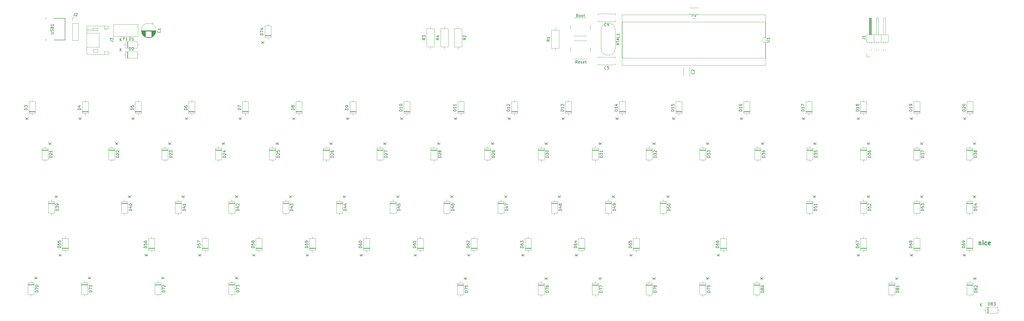
<source format=gto>
G04 #@! TF.GenerationSoftware,KiCad,Pcbnew,5.1.6-c6e7f7d~87~ubuntu18.04.1*
G04 #@! TF.CreationDate,2020-08-05T12:54:41+02:00*
G04 #@! TF.ProjectId,m0116_usb,6d303131-365f-4757-9362-2e6b69636164,rev?*
G04 #@! TF.SameCoordinates,Original*
G04 #@! TF.FileFunction,Legend,Top*
G04 #@! TF.FilePolarity,Positive*
%FSLAX46Y46*%
G04 Gerber Fmt 4.6, Leading zero omitted, Abs format (unit mm)*
G04 Created by KiCad (PCBNEW 5.1.6-c6e7f7d~87~ubuntu18.04.1) date 2020-08-05 12:54:41*
%MOMM*%
%LPD*%
G01*
G04 APERTURE LIST*
%ADD10C,0.300000*%
%ADD11C,0.120000*%
%ADD12C,0.150000*%
%ADD13O,1.700000X1.700000*%
%ADD14R,1.700000X1.700000*%
%ADD15C,2.350000*%
%ADD16O,1.850000X1.300000*%
%ADD17C,1.600000*%
%ADD18C,1.700000*%
%ADD19O,1.450000X1.450000*%
%ADD20R,1.450000X1.450000*%
%ADD21O,2.800000X1.800000*%
%ADD22O,1.800000X1.800000*%
%ADD23R,1.800000X1.800000*%
%ADD24C,2.100000*%
G04 APERTURE END LIST*
D10*
X380559714Y-156015571D02*
X380559714Y-157015571D01*
X380559714Y-156158428D02*
X380631142Y-156087000D01*
X380774000Y-156015571D01*
X380988285Y-156015571D01*
X381131142Y-156087000D01*
X381202571Y-156229857D01*
X381202571Y-157015571D01*
X381916857Y-157015571D02*
X381916857Y-156015571D01*
X381916857Y-155515571D02*
X381845428Y-155587000D01*
X381916857Y-155658428D01*
X381988285Y-155587000D01*
X381916857Y-155515571D01*
X381916857Y-155658428D01*
X383274000Y-156944142D02*
X383131142Y-157015571D01*
X382845428Y-157015571D01*
X382702571Y-156944142D01*
X382631142Y-156872714D01*
X382559714Y-156729857D01*
X382559714Y-156301285D01*
X382631142Y-156158428D01*
X382702571Y-156087000D01*
X382845428Y-156015571D01*
X383131142Y-156015571D01*
X383274000Y-156087000D01*
X384488285Y-156944142D02*
X384345428Y-157015571D01*
X384059714Y-157015571D01*
X383916857Y-156944142D01*
X383845428Y-156801285D01*
X383845428Y-156229857D01*
X383916857Y-156087000D01*
X384059714Y-156015571D01*
X384345428Y-156015571D01*
X384488285Y-156087000D01*
X384559714Y-156229857D01*
X384559714Y-156372714D01*
X383845428Y-156515571D01*
D11*
G04 #@! TO.C,U1*
X304666000Y-93074800D02*
X304666000Y-75174800D01*
X253626000Y-93074800D02*
X304666000Y-93074800D01*
X253626000Y-75174800D02*
X253626000Y-93074800D01*
X304666000Y-75174800D02*
X253626000Y-75174800D01*
X304606000Y-90584800D02*
X304606000Y-85124800D01*
X253686000Y-90584800D02*
X304606000Y-90584800D01*
X253686000Y-77664800D02*
X253686000Y-90584800D01*
X304606000Y-77664800D02*
X253686000Y-77664800D01*
X304606000Y-83124800D02*
X304606000Y-77664800D01*
X304606000Y-85124800D02*
G75*
G02*
X304606000Y-83124800I0J1000000D01*
G01*
G04 #@! TO.C,J3*
X69583000Y-80293000D02*
X69583000Y-80013000D01*
X69583000Y-80013000D02*
X71183000Y-80013000D01*
X71183000Y-80013000D02*
X71183000Y-79093000D01*
X71183000Y-79093000D02*
X63363000Y-79093000D01*
X63363000Y-79093000D02*
X63363000Y-89213000D01*
X63363000Y-89213000D02*
X71183000Y-89213000D01*
X71183000Y-89213000D02*
X71183000Y-88293000D01*
X71183000Y-88293000D02*
X69583000Y-88293000D01*
X69583000Y-88293000D02*
X69583000Y-88013000D01*
X63363000Y-81653000D02*
X67723000Y-81653000D01*
X67723000Y-81653000D02*
X67723000Y-86653000D01*
X67723000Y-86653000D02*
X63363000Y-86653000D01*
X69583000Y-79093000D02*
X69583000Y-80013000D01*
X69583000Y-89213000D02*
X69583000Y-88293000D01*
X67223000Y-79853000D02*
X65623000Y-79853000D01*
X65623000Y-79853000D02*
X65623000Y-80853000D01*
X65623000Y-80853000D02*
X67223000Y-80853000D01*
X67223000Y-80853000D02*
X67223000Y-79853000D01*
X67223000Y-88453000D02*
X65623000Y-88453000D01*
X65623000Y-88453000D02*
X65623000Y-87453000D01*
X65623000Y-87453000D02*
X67223000Y-87453000D01*
X67223000Y-87453000D02*
X67223000Y-88453000D01*
X65623000Y-80853000D02*
X63363000Y-80853000D01*
X65623000Y-80353000D02*
X63363000Y-80353000D01*
X69583000Y-80293000D02*
X70798000Y-80293000D01*
G04 #@! TO.C,XTAL1*
X251191000Y-80647000D02*
X251191000Y-87047000D01*
X246141000Y-80647000D02*
X246141000Y-87047000D01*
X246141000Y-87047000D02*
G75*
G03*
X251191000Y-87047000I2525000J0D01*
G01*
X246141000Y-80647000D02*
G75*
G02*
X251191000Y-80647000I2525000J0D01*
G01*
G04 #@! TO.C,C5*
X251318000Y-92937000D02*
X245078000Y-92937000D01*
X251318000Y-90197000D02*
X245078000Y-90197000D01*
X251318000Y-92937000D02*
X251318000Y-92492000D01*
X251318000Y-90642000D02*
X251318000Y-90197000D01*
X245078000Y-92937000D02*
X245078000Y-92492000D01*
X245078000Y-90642000D02*
X245078000Y-90197000D01*
G04 #@! TO.C,C4*
X251318000Y-77570000D02*
X245078000Y-77570000D01*
X251318000Y-74830000D02*
X245078000Y-74830000D01*
X251318000Y-77570000D02*
X251318000Y-77125000D01*
X251318000Y-75275000D02*
X251318000Y-74830000D01*
X245078000Y-77570000D02*
X245078000Y-77125000D01*
X245078000Y-75275000D02*
X245078000Y-74830000D01*
G04 #@! TO.C,C1*
X87069000Y-78197225D02*
X86569000Y-78197225D01*
X86819000Y-77947225D02*
X86819000Y-78447225D01*
X85628000Y-83353000D02*
X85060000Y-83353000D01*
X85862000Y-83313000D02*
X84826000Y-83313000D01*
X86021000Y-83273000D02*
X84667000Y-83273000D01*
X86149000Y-83233000D02*
X84539000Y-83233000D01*
X86259000Y-83193000D02*
X84429000Y-83193000D01*
X86355000Y-83153000D02*
X84333000Y-83153000D01*
X86442000Y-83113000D02*
X84246000Y-83113000D01*
X86522000Y-83073000D02*
X84166000Y-83073000D01*
X84304000Y-83033000D02*
X84093000Y-83033000D01*
X86595000Y-83033000D02*
X86384000Y-83033000D01*
X84304000Y-82993000D02*
X84025000Y-82993000D01*
X86663000Y-82993000D02*
X86384000Y-82993000D01*
X84304000Y-82953000D02*
X83961000Y-82953000D01*
X86727000Y-82953000D02*
X86384000Y-82953000D01*
X84304000Y-82913000D02*
X83901000Y-82913000D01*
X86787000Y-82913000D02*
X86384000Y-82913000D01*
X84304000Y-82873000D02*
X83844000Y-82873000D01*
X86844000Y-82873000D02*
X86384000Y-82873000D01*
X84304000Y-82833000D02*
X83790000Y-82833000D01*
X86898000Y-82833000D02*
X86384000Y-82833000D01*
X84304000Y-82793000D02*
X83739000Y-82793000D01*
X86949000Y-82793000D02*
X86384000Y-82793000D01*
X84304000Y-82753000D02*
X83691000Y-82753000D01*
X86997000Y-82753000D02*
X86384000Y-82753000D01*
X84304000Y-82713000D02*
X83645000Y-82713000D01*
X87043000Y-82713000D02*
X86384000Y-82713000D01*
X84304000Y-82673000D02*
X83601000Y-82673000D01*
X87087000Y-82673000D02*
X86384000Y-82673000D01*
X84304000Y-82633000D02*
X83559000Y-82633000D01*
X87129000Y-82633000D02*
X86384000Y-82633000D01*
X84304000Y-82593000D02*
X83518000Y-82593000D01*
X87170000Y-82593000D02*
X86384000Y-82593000D01*
X84304000Y-82553000D02*
X83480000Y-82553000D01*
X87208000Y-82553000D02*
X86384000Y-82553000D01*
X84304000Y-82513000D02*
X83443000Y-82513000D01*
X87245000Y-82513000D02*
X86384000Y-82513000D01*
X84304000Y-82473000D02*
X83407000Y-82473000D01*
X87281000Y-82473000D02*
X86384000Y-82473000D01*
X84304000Y-82433000D02*
X83373000Y-82433000D01*
X87315000Y-82433000D02*
X86384000Y-82433000D01*
X84304000Y-82393000D02*
X83340000Y-82393000D01*
X87348000Y-82393000D02*
X86384000Y-82393000D01*
X84304000Y-82353000D02*
X83309000Y-82353000D01*
X87379000Y-82353000D02*
X86384000Y-82353000D01*
X84304000Y-82313000D02*
X83279000Y-82313000D01*
X87409000Y-82313000D02*
X86384000Y-82313000D01*
X84304000Y-82273000D02*
X83249000Y-82273000D01*
X87439000Y-82273000D02*
X86384000Y-82273000D01*
X84304000Y-82233000D02*
X83222000Y-82233000D01*
X87466000Y-82233000D02*
X86384000Y-82233000D01*
X84304000Y-82193000D02*
X83195000Y-82193000D01*
X87493000Y-82193000D02*
X86384000Y-82193000D01*
X84304000Y-82153000D02*
X83169000Y-82153000D01*
X87519000Y-82153000D02*
X86384000Y-82153000D01*
X84304000Y-82113000D02*
X83144000Y-82113000D01*
X87544000Y-82113000D02*
X86384000Y-82113000D01*
X84304000Y-82073000D02*
X83120000Y-82073000D01*
X87568000Y-82073000D02*
X86384000Y-82073000D01*
X84304000Y-82033000D02*
X83097000Y-82033000D01*
X87591000Y-82033000D02*
X86384000Y-82033000D01*
X84304000Y-81993000D02*
X83076000Y-81993000D01*
X87612000Y-81993000D02*
X86384000Y-81993000D01*
X84304000Y-81953000D02*
X83054000Y-81953000D01*
X87634000Y-81953000D02*
X86384000Y-81953000D01*
X84304000Y-81913000D02*
X83034000Y-81913000D01*
X87654000Y-81913000D02*
X86384000Y-81913000D01*
X84304000Y-81873000D02*
X83015000Y-81873000D01*
X87673000Y-81873000D02*
X86384000Y-81873000D01*
X84304000Y-81833000D02*
X82996000Y-81833000D01*
X87692000Y-81833000D02*
X86384000Y-81833000D01*
X84304000Y-81793000D02*
X82979000Y-81793000D01*
X87709000Y-81793000D02*
X86384000Y-81793000D01*
X84304000Y-81753000D02*
X82962000Y-81753000D01*
X87726000Y-81753000D02*
X86384000Y-81753000D01*
X84304000Y-81713000D02*
X82946000Y-81713000D01*
X87742000Y-81713000D02*
X86384000Y-81713000D01*
X84304000Y-81673000D02*
X82930000Y-81673000D01*
X87758000Y-81673000D02*
X86384000Y-81673000D01*
X84304000Y-81633000D02*
X82916000Y-81633000D01*
X87772000Y-81633000D02*
X86384000Y-81633000D01*
X84304000Y-81593000D02*
X82902000Y-81593000D01*
X87786000Y-81593000D02*
X86384000Y-81593000D01*
X84304000Y-81553000D02*
X82889000Y-81553000D01*
X87799000Y-81553000D02*
X86384000Y-81553000D01*
X84304000Y-81513000D02*
X82876000Y-81513000D01*
X87812000Y-81513000D02*
X86384000Y-81513000D01*
X84304000Y-81473000D02*
X82864000Y-81473000D01*
X87824000Y-81473000D02*
X86384000Y-81473000D01*
X84304000Y-81432000D02*
X82853000Y-81432000D01*
X87835000Y-81432000D02*
X86384000Y-81432000D01*
X84304000Y-81392000D02*
X82843000Y-81392000D01*
X87845000Y-81392000D02*
X86384000Y-81392000D01*
X84304000Y-81352000D02*
X82833000Y-81352000D01*
X87855000Y-81352000D02*
X86384000Y-81352000D01*
X84304000Y-81312000D02*
X82824000Y-81312000D01*
X87864000Y-81312000D02*
X86384000Y-81312000D01*
X84304000Y-81272000D02*
X82816000Y-81272000D01*
X87872000Y-81272000D02*
X86384000Y-81272000D01*
X84304000Y-81232000D02*
X82808000Y-81232000D01*
X87880000Y-81232000D02*
X86384000Y-81232000D01*
X84304000Y-81192000D02*
X82801000Y-81192000D01*
X87887000Y-81192000D02*
X86384000Y-81192000D01*
X84304000Y-81152000D02*
X82794000Y-81152000D01*
X87894000Y-81152000D02*
X86384000Y-81152000D01*
X84304000Y-81112000D02*
X82788000Y-81112000D01*
X87900000Y-81112000D02*
X86384000Y-81112000D01*
X84304000Y-81072000D02*
X82783000Y-81072000D01*
X87905000Y-81072000D02*
X86384000Y-81072000D01*
X84304000Y-81032000D02*
X82779000Y-81032000D01*
X87909000Y-81032000D02*
X86384000Y-81032000D01*
X84304000Y-80992000D02*
X82775000Y-80992000D01*
X87913000Y-80992000D02*
X86384000Y-80992000D01*
X87917000Y-80952000D02*
X82771000Y-80952000D01*
X87920000Y-80912000D02*
X82768000Y-80912000D01*
X87922000Y-80872000D02*
X82766000Y-80872000D01*
X87923000Y-80832000D02*
X82765000Y-80832000D01*
X87924000Y-80792000D02*
X82764000Y-80792000D01*
X87924000Y-80752000D02*
X82764000Y-80752000D01*
X87964000Y-80752000D02*
G75*
G03*
X87964000Y-80752000I-2620000J0D01*
G01*
G04 #@! TO.C,J2*
X58249000Y-76156000D02*
X59309000Y-76156000D01*
X58249000Y-77216000D02*
X58249000Y-76156000D01*
X58249000Y-78216000D02*
X60369000Y-78216000D01*
X60369000Y-78216000D02*
X60369000Y-84276000D01*
X58249000Y-78216000D02*
X58249000Y-84276000D01*
X58249000Y-84276000D02*
X60369000Y-84276000D01*
D12*
G04 #@! TO.C,USB1*
X55641000Y-84114000D02*
X48641000Y-84114000D01*
X55641000Y-76414000D02*
X55641000Y-84114000D01*
X48641000Y-76414000D02*
X55641000Y-76414000D01*
D11*
G04 #@! TO.C,J1*
X340614000Y-90170000D02*
X340614000Y-88900000D01*
X341884000Y-90170000D02*
X340614000Y-90170000D01*
X347344000Y-87857071D02*
X347344000Y-87402929D01*
X346584000Y-87857071D02*
X346584000Y-87402929D01*
X347344000Y-85317071D02*
X347344000Y-84920000D01*
X346584000Y-85317071D02*
X346584000Y-84920000D01*
X347344000Y-76260000D02*
X347344000Y-82260000D01*
X346584000Y-76260000D02*
X347344000Y-76260000D01*
X346584000Y-82260000D02*
X346584000Y-76260000D01*
X345694000Y-84920000D02*
X345694000Y-82260000D01*
X344804000Y-87857071D02*
X344804000Y-87402929D01*
X344044000Y-87857071D02*
X344044000Y-87402929D01*
X344804000Y-85317071D02*
X344804000Y-84920000D01*
X344044000Y-85317071D02*
X344044000Y-84920000D01*
X344804000Y-76260000D02*
X344804000Y-82260000D01*
X344044000Y-76260000D02*
X344804000Y-76260000D01*
X344044000Y-82260000D02*
X344044000Y-76260000D01*
X343154000Y-84920000D02*
X343154000Y-82260000D01*
X342264000Y-87790000D02*
X342264000Y-87402929D01*
X341504000Y-87790000D02*
X341504000Y-87402929D01*
X342264000Y-85317071D02*
X342264000Y-84920000D01*
X341504000Y-85317071D02*
X341504000Y-84920000D01*
X342164000Y-82260000D02*
X342164000Y-76260000D01*
X342044000Y-82260000D02*
X342044000Y-76260000D01*
X341924000Y-82260000D02*
X341924000Y-76260000D01*
X341804000Y-82260000D02*
X341804000Y-76260000D01*
X341684000Y-82260000D02*
X341684000Y-76260000D01*
X341564000Y-82260000D02*
X341564000Y-76260000D01*
X342264000Y-76260000D02*
X342264000Y-82260000D01*
X341504000Y-76260000D02*
X342264000Y-76260000D01*
X341504000Y-82260000D02*
X341504000Y-76260000D01*
X340554000Y-82260000D02*
X340554000Y-84920000D01*
X348294000Y-82260000D02*
X340554000Y-82260000D01*
X348294000Y-84920000D02*
X348294000Y-82260000D01*
X340554000Y-84920000D02*
X348294000Y-84920000D01*
G04 #@! TO.C,D3*
X42822000Y-110324000D02*
X45062000Y-110324000D01*
X45062000Y-110324000D02*
X45062000Y-106084000D01*
X45062000Y-106084000D02*
X42822000Y-106084000D01*
X42822000Y-106084000D02*
X42822000Y-110324000D01*
X43942000Y-110974000D02*
X43942000Y-110324000D01*
X43942000Y-105434000D02*
X43942000Y-106084000D01*
X42822000Y-109604000D02*
X45062000Y-109604000D01*
X42822000Y-109484000D02*
X45062000Y-109484000D01*
X42822000Y-109724000D02*
X45062000Y-109724000D01*
G04 #@! TO.C,R3*
X184177000Y-86582000D02*
X186917000Y-86582000D01*
X186917000Y-86582000D02*
X186917000Y-80042000D01*
X186917000Y-80042000D02*
X184177000Y-80042000D01*
X184177000Y-80042000D02*
X184177000Y-86582000D01*
X185547000Y-87352000D02*
X185547000Y-86582000D01*
X185547000Y-79272000D02*
X185547000Y-80042000D01*
G04 #@! TO.C,D1*
X77728000Y-84732000D02*
X77728000Y-86972000D01*
X77968000Y-84732000D02*
X77968000Y-86972000D01*
X77848000Y-84732000D02*
X77848000Y-86972000D01*
X82018000Y-85852000D02*
X81368000Y-85852000D01*
X76478000Y-85852000D02*
X77128000Y-85852000D01*
X81368000Y-84732000D02*
X77128000Y-84732000D01*
X81368000Y-86972000D02*
X81368000Y-84732000D01*
X77128000Y-86972000D02*
X81368000Y-86972000D01*
X77128000Y-84732000D02*
X77128000Y-86972000D01*
G04 #@! TO.C,D2*
X77728000Y-88288000D02*
X77728000Y-90528000D01*
X77968000Y-88288000D02*
X77968000Y-90528000D01*
X77848000Y-88288000D02*
X77848000Y-90528000D01*
X82018000Y-89408000D02*
X81368000Y-89408000D01*
X76478000Y-89408000D02*
X77128000Y-89408000D01*
X81368000Y-88288000D02*
X77128000Y-88288000D01*
X81368000Y-90528000D02*
X81368000Y-88288000D01*
X77128000Y-90528000D02*
X81368000Y-90528000D01*
X77128000Y-88288000D02*
X77128000Y-90528000D01*
G04 #@! TO.C,D18*
X338351000Y-109724000D02*
X340591000Y-109724000D01*
X338351000Y-109484000D02*
X340591000Y-109484000D01*
X338351000Y-109604000D02*
X340591000Y-109604000D01*
X339471000Y-105434000D02*
X339471000Y-106084000D01*
X339471000Y-110974000D02*
X339471000Y-110324000D01*
X338351000Y-106084000D02*
X338351000Y-110324000D01*
X340591000Y-106084000D02*
X338351000Y-106084000D01*
X340591000Y-110324000D02*
X340591000Y-106084000D01*
X338351000Y-110324000D02*
X340591000Y-110324000D01*
G04 #@! TO.C,Reset*
X242335000Y-88344000D02*
X242335000Y-86844000D01*
X241085000Y-84344000D02*
X236585000Y-84344000D01*
X235335000Y-86844000D02*
X235335000Y-88344000D01*
X236585000Y-90844000D02*
X241085000Y-90844000D01*
G04 #@! TO.C,R2*
X195326000Y-87352000D02*
X195326000Y-86582000D01*
X195326000Y-79272000D02*
X195326000Y-80042000D01*
X196696000Y-86582000D02*
X196696000Y-80042000D01*
X193956000Y-86582000D02*
X196696000Y-86582000D01*
X193956000Y-80042000D02*
X193956000Y-86582000D01*
X196696000Y-80042000D02*
X193956000Y-80042000D01*
G04 #@! TO.C,R4*
X189130000Y-86582000D02*
X191870000Y-86582000D01*
X191870000Y-86582000D02*
X191870000Y-80042000D01*
X191870000Y-80042000D02*
X189130000Y-80042000D01*
X189130000Y-80042000D02*
X189130000Y-86582000D01*
X190500000Y-87352000D02*
X190500000Y-86582000D01*
X190500000Y-79272000D02*
X190500000Y-80042000D01*
G04 #@! TO.C,R1*
X229870000Y-79780000D02*
X229870000Y-80550000D01*
X229870000Y-87860000D02*
X229870000Y-87090000D01*
X228500000Y-80550000D02*
X228500000Y-87090000D01*
X231240000Y-80550000D02*
X228500000Y-80550000D01*
X231240000Y-87090000D02*
X231240000Y-80550000D01*
X228500000Y-87090000D02*
X231240000Y-87090000D01*
G04 #@! TO.C,F1*
X72846000Y-78652000D02*
X81586000Y-78652000D01*
X72846000Y-78652000D02*
X72846000Y-82892000D01*
X81586000Y-82892000D02*
X81586000Y-78652000D01*
X81586000Y-82892000D02*
X72846000Y-82892000D01*
G04 #@! TO.C,D74*
X126642000Y-82673000D02*
X128882000Y-82673000D01*
X126642000Y-82433000D02*
X128882000Y-82433000D01*
X126642000Y-82553000D02*
X128882000Y-82553000D01*
X127762000Y-78383000D02*
X127762000Y-79033000D01*
X127762000Y-83923000D02*
X127762000Y-83273000D01*
X126642000Y-79033000D02*
X126642000Y-83273000D01*
X128882000Y-79033000D02*
X126642000Y-79033000D01*
X128882000Y-83273000D02*
X128882000Y-79033000D01*
X126642000Y-83273000D02*
X128882000Y-83273000D01*
G04 #@! TO.C,D83*
X383544000Y-179093000D02*
X383544000Y-181333000D01*
X383784000Y-179093000D02*
X383784000Y-181333000D01*
X383664000Y-179093000D02*
X383664000Y-181333000D01*
X387834000Y-180213000D02*
X387184000Y-180213000D01*
X382294000Y-180213000D02*
X382944000Y-180213000D01*
X387184000Y-179093000D02*
X382944000Y-179093000D01*
X387184000Y-181333000D02*
X387184000Y-179093000D01*
X382944000Y-181333000D02*
X387184000Y-181333000D01*
X382944000Y-179093000D02*
X382944000Y-181333000D01*
G04 #@! TO.C,D82*
X378437000Y-171200000D02*
X376197000Y-171200000D01*
X378437000Y-171440000D02*
X376197000Y-171440000D01*
X378437000Y-171320000D02*
X376197000Y-171320000D01*
X377317000Y-175490000D02*
X377317000Y-174840000D01*
X377317000Y-169950000D02*
X377317000Y-170600000D01*
X378437000Y-174840000D02*
X378437000Y-170600000D01*
X376197000Y-174840000D02*
X378437000Y-174840000D01*
X376197000Y-170600000D02*
X376197000Y-174840000D01*
X378437000Y-170600000D02*
X376197000Y-170600000D01*
G04 #@! TO.C,D81*
X350624000Y-171200000D02*
X348384000Y-171200000D01*
X350624000Y-171440000D02*
X348384000Y-171440000D01*
X350624000Y-171320000D02*
X348384000Y-171320000D01*
X349504000Y-175490000D02*
X349504000Y-174840000D01*
X349504000Y-169950000D02*
X349504000Y-170600000D01*
X350624000Y-174840000D02*
X350624000Y-170600000D01*
X348384000Y-174840000D02*
X350624000Y-174840000D01*
X348384000Y-170600000D02*
X348384000Y-174840000D01*
X350624000Y-170600000D02*
X348384000Y-170600000D01*
G04 #@! TO.C,D80*
X302618000Y-171200000D02*
X300378000Y-171200000D01*
X302618000Y-171440000D02*
X300378000Y-171440000D01*
X302618000Y-171320000D02*
X300378000Y-171320000D01*
X301498000Y-175490000D02*
X301498000Y-174840000D01*
X301498000Y-169950000D02*
X301498000Y-170600000D01*
X302618000Y-174840000D02*
X302618000Y-170600000D01*
X300378000Y-174840000D02*
X302618000Y-174840000D01*
X300378000Y-170600000D02*
X300378000Y-174840000D01*
X302618000Y-170600000D02*
X300378000Y-170600000D01*
G04 #@! TO.C,D79*
X283441000Y-171200000D02*
X281201000Y-171200000D01*
X283441000Y-171440000D02*
X281201000Y-171440000D01*
X283441000Y-171320000D02*
X281201000Y-171320000D01*
X282321000Y-175490000D02*
X282321000Y-174840000D01*
X282321000Y-169950000D02*
X282321000Y-170600000D01*
X283441000Y-174840000D02*
X283441000Y-170600000D01*
X281201000Y-174840000D02*
X283441000Y-174840000D01*
X281201000Y-170600000D02*
X281201000Y-174840000D01*
X283441000Y-170600000D02*
X281201000Y-170600000D01*
G04 #@! TO.C,D78*
X264391000Y-171200000D02*
X262151000Y-171200000D01*
X264391000Y-171440000D02*
X262151000Y-171440000D01*
X264391000Y-171320000D02*
X262151000Y-171320000D01*
X263271000Y-175490000D02*
X263271000Y-174840000D01*
X263271000Y-169950000D02*
X263271000Y-170600000D01*
X264391000Y-174840000D02*
X264391000Y-170600000D01*
X262151000Y-174840000D02*
X264391000Y-174840000D01*
X262151000Y-170600000D02*
X262151000Y-174840000D01*
X264391000Y-170600000D02*
X262151000Y-170600000D01*
G04 #@! TO.C,D77*
X245214000Y-171200000D02*
X242974000Y-171200000D01*
X245214000Y-171440000D02*
X242974000Y-171440000D01*
X245214000Y-171320000D02*
X242974000Y-171320000D01*
X244094000Y-175490000D02*
X244094000Y-174840000D01*
X244094000Y-169950000D02*
X244094000Y-170600000D01*
X245214000Y-174840000D02*
X245214000Y-170600000D01*
X242974000Y-174840000D02*
X245214000Y-174840000D01*
X242974000Y-170600000D02*
X242974000Y-174840000D01*
X245214000Y-170600000D02*
X242974000Y-170600000D01*
G04 #@! TO.C,D76*
X226037000Y-171200000D02*
X223797000Y-171200000D01*
X226037000Y-171440000D02*
X223797000Y-171440000D01*
X226037000Y-171320000D02*
X223797000Y-171320000D01*
X224917000Y-175490000D02*
X224917000Y-174840000D01*
X224917000Y-169950000D02*
X224917000Y-170600000D01*
X226037000Y-174840000D02*
X226037000Y-170600000D01*
X223797000Y-174840000D02*
X226037000Y-174840000D01*
X223797000Y-170600000D02*
X223797000Y-174840000D01*
X226037000Y-170600000D02*
X223797000Y-170600000D01*
G04 #@! TO.C,D75*
X197335000Y-171200000D02*
X195095000Y-171200000D01*
X197335000Y-171440000D02*
X195095000Y-171440000D01*
X197335000Y-171320000D02*
X195095000Y-171320000D01*
X196215000Y-175490000D02*
X196215000Y-174840000D01*
X196215000Y-169950000D02*
X196215000Y-170600000D01*
X197335000Y-174840000D02*
X197335000Y-170600000D01*
X195095000Y-174840000D02*
X197335000Y-174840000D01*
X195095000Y-170600000D02*
X195095000Y-174840000D01*
X197335000Y-170600000D02*
X195095000Y-170600000D01*
G04 #@! TO.C,D73*
X116055000Y-171073000D02*
X113815000Y-171073000D01*
X116055000Y-171313000D02*
X113815000Y-171313000D01*
X116055000Y-171193000D02*
X113815000Y-171193000D01*
X114935000Y-175363000D02*
X114935000Y-174713000D01*
X114935000Y-169823000D02*
X114935000Y-170473000D01*
X116055000Y-174713000D02*
X116055000Y-170473000D01*
X113815000Y-174713000D02*
X116055000Y-174713000D01*
X113815000Y-170473000D02*
X113815000Y-174713000D01*
X116055000Y-170473000D02*
X113815000Y-170473000D01*
G04 #@! TO.C,D72*
X89766000Y-171073000D02*
X87526000Y-171073000D01*
X89766000Y-171313000D02*
X87526000Y-171313000D01*
X89766000Y-171193000D02*
X87526000Y-171193000D01*
X88646000Y-175363000D02*
X88646000Y-174713000D01*
X88646000Y-169823000D02*
X88646000Y-170473000D01*
X89766000Y-174713000D02*
X89766000Y-170473000D01*
X87526000Y-174713000D02*
X89766000Y-174713000D01*
X87526000Y-170473000D02*
X87526000Y-174713000D01*
X89766000Y-170473000D02*
X87526000Y-170473000D01*
G04 #@! TO.C,D71*
X63731000Y-171073000D02*
X61491000Y-171073000D01*
X63731000Y-171313000D02*
X61491000Y-171313000D01*
X63731000Y-171193000D02*
X61491000Y-171193000D01*
X62611000Y-175363000D02*
X62611000Y-174713000D01*
X62611000Y-169823000D02*
X62611000Y-170473000D01*
X63731000Y-174713000D02*
X63731000Y-170473000D01*
X61491000Y-174713000D02*
X63731000Y-174713000D01*
X61491000Y-170473000D02*
X61491000Y-174713000D01*
X63731000Y-170473000D02*
X61491000Y-170473000D01*
G04 #@! TO.C,D70*
X44681000Y-171073000D02*
X42441000Y-171073000D01*
X44681000Y-171313000D02*
X42441000Y-171313000D01*
X44681000Y-171193000D02*
X42441000Y-171193000D01*
X43561000Y-175363000D02*
X43561000Y-174713000D01*
X43561000Y-169823000D02*
X43561000Y-170473000D01*
X44681000Y-174713000D02*
X44681000Y-170473000D01*
X42441000Y-174713000D02*
X44681000Y-174713000D01*
X42441000Y-170473000D02*
X42441000Y-174713000D01*
X44681000Y-170473000D02*
X42441000Y-170473000D01*
G04 #@! TO.C,D69*
X376070000Y-158365000D02*
X378310000Y-158365000D01*
X376070000Y-158125000D02*
X378310000Y-158125000D01*
X376070000Y-158245000D02*
X378310000Y-158245000D01*
X377190000Y-154075000D02*
X377190000Y-154725000D01*
X377190000Y-159615000D02*
X377190000Y-158965000D01*
X376070000Y-154725000D02*
X376070000Y-158965000D01*
X378310000Y-154725000D02*
X376070000Y-154725000D01*
X378310000Y-158965000D02*
X378310000Y-154725000D01*
X376070000Y-158965000D02*
X378310000Y-158965000D01*
G04 #@! TO.C,D68*
X357274000Y-158365000D02*
X359514000Y-158365000D01*
X357274000Y-158125000D02*
X359514000Y-158125000D01*
X357274000Y-158245000D02*
X359514000Y-158245000D01*
X358394000Y-154075000D02*
X358394000Y-154725000D01*
X358394000Y-159615000D02*
X358394000Y-158965000D01*
X357274000Y-154725000D02*
X357274000Y-158965000D01*
X359514000Y-154725000D02*
X357274000Y-154725000D01*
X359514000Y-158965000D02*
X359514000Y-154725000D01*
X357274000Y-158965000D02*
X359514000Y-158965000D01*
G04 #@! TO.C,D67*
X338351000Y-158365000D02*
X340591000Y-158365000D01*
X338351000Y-158125000D02*
X340591000Y-158125000D01*
X338351000Y-158245000D02*
X340591000Y-158245000D01*
X339471000Y-154075000D02*
X339471000Y-154725000D01*
X339471000Y-159615000D02*
X339471000Y-158965000D01*
X338351000Y-154725000D02*
X338351000Y-158965000D01*
X340591000Y-154725000D02*
X338351000Y-154725000D01*
X340591000Y-158965000D02*
X340591000Y-154725000D01*
X338351000Y-158965000D02*
X340591000Y-158965000D01*
G04 #@! TO.C,D66*
X288567000Y-158365000D02*
X290807000Y-158365000D01*
X288567000Y-158125000D02*
X290807000Y-158125000D01*
X288567000Y-158245000D02*
X290807000Y-158245000D01*
X289687000Y-154075000D02*
X289687000Y-154725000D01*
X289687000Y-159615000D02*
X289687000Y-158965000D01*
X288567000Y-154725000D02*
X288567000Y-158965000D01*
X290807000Y-154725000D02*
X288567000Y-154725000D01*
X290807000Y-158965000D02*
X290807000Y-154725000D01*
X288567000Y-158965000D02*
X290807000Y-158965000D01*
G04 #@! TO.C,D65*
X257579000Y-158365000D02*
X259819000Y-158365000D01*
X257579000Y-158125000D02*
X259819000Y-158125000D01*
X257579000Y-158245000D02*
X259819000Y-158245000D01*
X258699000Y-154075000D02*
X258699000Y-154725000D01*
X258699000Y-159615000D02*
X258699000Y-158965000D01*
X257579000Y-154725000D02*
X257579000Y-158965000D01*
X259819000Y-154725000D02*
X257579000Y-154725000D01*
X259819000Y-158965000D02*
X259819000Y-154725000D01*
X257579000Y-158965000D02*
X259819000Y-158965000D01*
G04 #@! TO.C,D64*
X238148000Y-158365000D02*
X240388000Y-158365000D01*
X238148000Y-158125000D02*
X240388000Y-158125000D01*
X238148000Y-158245000D02*
X240388000Y-158245000D01*
X239268000Y-154075000D02*
X239268000Y-154725000D01*
X239268000Y-159615000D02*
X239268000Y-158965000D01*
X238148000Y-154725000D02*
X238148000Y-158965000D01*
X240388000Y-154725000D02*
X238148000Y-154725000D01*
X240388000Y-158965000D02*
X240388000Y-154725000D01*
X238148000Y-158965000D02*
X240388000Y-158965000D01*
G04 #@! TO.C,D63*
X219098000Y-158365000D02*
X221338000Y-158365000D01*
X219098000Y-158125000D02*
X221338000Y-158125000D01*
X219098000Y-158245000D02*
X221338000Y-158245000D01*
X220218000Y-154075000D02*
X220218000Y-154725000D01*
X220218000Y-159615000D02*
X220218000Y-158965000D01*
X219098000Y-154725000D02*
X219098000Y-158965000D01*
X221338000Y-154725000D02*
X219098000Y-154725000D01*
X221338000Y-158965000D02*
X221338000Y-154725000D01*
X219098000Y-158965000D02*
X221338000Y-158965000D01*
G04 #@! TO.C,D62*
X199921000Y-158365000D02*
X202161000Y-158365000D01*
X199921000Y-158125000D02*
X202161000Y-158125000D01*
X199921000Y-158245000D02*
X202161000Y-158245000D01*
X201041000Y-154075000D02*
X201041000Y-154725000D01*
X201041000Y-159615000D02*
X201041000Y-158965000D01*
X199921000Y-154725000D02*
X199921000Y-158965000D01*
X202161000Y-154725000D02*
X199921000Y-154725000D01*
X202161000Y-158965000D02*
X202161000Y-154725000D01*
X199921000Y-158965000D02*
X202161000Y-158965000D01*
G04 #@! TO.C,D61*
X180871000Y-158365000D02*
X183111000Y-158365000D01*
X180871000Y-158125000D02*
X183111000Y-158125000D01*
X180871000Y-158245000D02*
X183111000Y-158245000D01*
X181991000Y-154075000D02*
X181991000Y-154725000D01*
X181991000Y-159615000D02*
X181991000Y-158965000D01*
X180871000Y-154725000D02*
X180871000Y-158965000D01*
X183111000Y-154725000D02*
X180871000Y-154725000D01*
X183111000Y-158965000D02*
X183111000Y-154725000D01*
X180871000Y-158965000D02*
X183111000Y-158965000D01*
G04 #@! TO.C,D60*
X161694000Y-158365000D02*
X163934000Y-158365000D01*
X161694000Y-158125000D02*
X163934000Y-158125000D01*
X161694000Y-158245000D02*
X163934000Y-158245000D01*
X162814000Y-154075000D02*
X162814000Y-154725000D01*
X162814000Y-159615000D02*
X162814000Y-158965000D01*
X161694000Y-154725000D02*
X161694000Y-158965000D01*
X163934000Y-154725000D02*
X161694000Y-154725000D01*
X163934000Y-158965000D02*
X163934000Y-154725000D01*
X161694000Y-158965000D02*
X163934000Y-158965000D01*
G04 #@! TO.C,D59*
X142517000Y-158365000D02*
X144757000Y-158365000D01*
X142517000Y-158125000D02*
X144757000Y-158125000D01*
X142517000Y-158245000D02*
X144757000Y-158245000D01*
X143637000Y-154075000D02*
X143637000Y-154725000D01*
X143637000Y-159615000D02*
X143637000Y-158965000D01*
X142517000Y-154725000D02*
X142517000Y-158965000D01*
X144757000Y-154725000D02*
X142517000Y-154725000D01*
X144757000Y-158965000D02*
X144757000Y-154725000D01*
X142517000Y-158965000D02*
X144757000Y-158965000D01*
G04 #@! TO.C,D58*
X123467000Y-158365000D02*
X125707000Y-158365000D01*
X123467000Y-158125000D02*
X125707000Y-158125000D01*
X123467000Y-158245000D02*
X125707000Y-158245000D01*
X124587000Y-154075000D02*
X124587000Y-154725000D01*
X124587000Y-159615000D02*
X124587000Y-158965000D01*
X123467000Y-154725000D02*
X123467000Y-158965000D01*
X125707000Y-154725000D02*
X123467000Y-154725000D01*
X125707000Y-158965000D02*
X125707000Y-154725000D01*
X123467000Y-158965000D02*
X125707000Y-158965000D01*
G04 #@! TO.C,D57*
X104290000Y-158365000D02*
X106530000Y-158365000D01*
X104290000Y-158125000D02*
X106530000Y-158125000D01*
X104290000Y-158245000D02*
X106530000Y-158245000D01*
X105410000Y-154075000D02*
X105410000Y-154725000D01*
X105410000Y-159615000D02*
X105410000Y-158965000D01*
X104290000Y-154725000D02*
X104290000Y-158965000D01*
X106530000Y-154725000D02*
X104290000Y-154725000D01*
X106530000Y-158965000D02*
X106530000Y-154725000D01*
X104290000Y-158965000D02*
X106530000Y-158965000D01*
G04 #@! TO.C,D56*
X85240000Y-158365000D02*
X87480000Y-158365000D01*
X85240000Y-158125000D02*
X87480000Y-158125000D01*
X85240000Y-158245000D02*
X87480000Y-158245000D01*
X86360000Y-154075000D02*
X86360000Y-154725000D01*
X86360000Y-159615000D02*
X86360000Y-158965000D01*
X85240000Y-154725000D02*
X85240000Y-158965000D01*
X87480000Y-154725000D02*
X85240000Y-154725000D01*
X87480000Y-158965000D02*
X87480000Y-154725000D01*
X85240000Y-158965000D02*
X87480000Y-158965000D01*
G04 #@! TO.C,D55*
X54633000Y-158365000D02*
X56873000Y-158365000D01*
X54633000Y-158125000D02*
X56873000Y-158125000D01*
X54633000Y-158245000D02*
X56873000Y-158245000D01*
X55753000Y-154075000D02*
X55753000Y-154725000D01*
X55753000Y-159615000D02*
X55753000Y-158965000D01*
X54633000Y-154725000D02*
X54633000Y-158965000D01*
X56873000Y-154725000D02*
X54633000Y-154725000D01*
X56873000Y-158965000D02*
X56873000Y-154725000D01*
X54633000Y-158965000D02*
X56873000Y-158965000D01*
G04 #@! TO.C,D54*
X378310000Y-142117000D02*
X376070000Y-142117000D01*
X378310000Y-142357000D02*
X376070000Y-142357000D01*
X378310000Y-142237000D02*
X376070000Y-142237000D01*
X377190000Y-146407000D02*
X377190000Y-145757000D01*
X377190000Y-140867000D02*
X377190000Y-141517000D01*
X378310000Y-145757000D02*
X378310000Y-141517000D01*
X376070000Y-145757000D02*
X378310000Y-145757000D01*
X376070000Y-141517000D02*
X376070000Y-145757000D01*
X378310000Y-141517000D02*
X376070000Y-141517000D01*
G04 #@! TO.C,D53*
X359514000Y-142117000D02*
X357274000Y-142117000D01*
X359514000Y-142357000D02*
X357274000Y-142357000D01*
X359514000Y-142237000D02*
X357274000Y-142237000D01*
X358394000Y-146407000D02*
X358394000Y-145757000D01*
X358394000Y-140867000D02*
X358394000Y-141517000D01*
X359514000Y-145757000D02*
X359514000Y-141517000D01*
X357274000Y-145757000D02*
X359514000Y-145757000D01*
X357274000Y-141517000D02*
X357274000Y-145757000D01*
X359514000Y-141517000D02*
X357274000Y-141517000D01*
G04 #@! TO.C,D52*
X340591000Y-142117000D02*
X338351000Y-142117000D01*
X340591000Y-142357000D02*
X338351000Y-142357000D01*
X340591000Y-142237000D02*
X338351000Y-142237000D01*
X339471000Y-146407000D02*
X339471000Y-145757000D01*
X339471000Y-140867000D02*
X339471000Y-141517000D01*
X340591000Y-145757000D02*
X340591000Y-141517000D01*
X338351000Y-145757000D02*
X340591000Y-145757000D01*
X338351000Y-141517000D02*
X338351000Y-145757000D01*
X340591000Y-141517000D02*
X338351000Y-141517000D01*
G04 #@! TO.C,D51*
X321414000Y-142117000D02*
X319174000Y-142117000D01*
X321414000Y-142357000D02*
X319174000Y-142357000D01*
X321414000Y-142237000D02*
X319174000Y-142237000D01*
X320294000Y-146407000D02*
X320294000Y-145757000D01*
X320294000Y-140867000D02*
X320294000Y-141517000D01*
X321414000Y-145757000D02*
X321414000Y-141517000D01*
X319174000Y-145757000D02*
X321414000Y-145757000D01*
X319174000Y-141517000D02*
X319174000Y-145757000D01*
X321414000Y-141517000D02*
X319174000Y-141517000D01*
G04 #@! TO.C,D50*
X269344000Y-142117000D02*
X267104000Y-142117000D01*
X269344000Y-142357000D02*
X267104000Y-142357000D01*
X269344000Y-142237000D02*
X267104000Y-142237000D01*
X268224000Y-146407000D02*
X268224000Y-145757000D01*
X268224000Y-140867000D02*
X268224000Y-141517000D01*
X269344000Y-145757000D02*
X269344000Y-141517000D01*
X267104000Y-145757000D02*
X269344000Y-145757000D01*
X267104000Y-141517000D02*
X267104000Y-145757000D01*
X269344000Y-141517000D02*
X267104000Y-141517000D01*
G04 #@! TO.C,D49*
X249913000Y-142117000D02*
X247673000Y-142117000D01*
X249913000Y-142357000D02*
X247673000Y-142357000D01*
X249913000Y-142237000D02*
X247673000Y-142237000D01*
X248793000Y-146407000D02*
X248793000Y-145757000D01*
X248793000Y-140867000D02*
X248793000Y-141517000D01*
X249913000Y-145757000D02*
X249913000Y-141517000D01*
X247673000Y-145757000D02*
X249913000Y-145757000D01*
X247673000Y-141517000D02*
X247673000Y-145757000D01*
X249913000Y-141517000D02*
X247673000Y-141517000D01*
G04 #@! TO.C,D48*
X230736000Y-142117000D02*
X228496000Y-142117000D01*
X230736000Y-142357000D02*
X228496000Y-142357000D01*
X230736000Y-142237000D02*
X228496000Y-142237000D01*
X229616000Y-146407000D02*
X229616000Y-145757000D01*
X229616000Y-140867000D02*
X229616000Y-141517000D01*
X230736000Y-145757000D02*
X230736000Y-141517000D01*
X228496000Y-145757000D02*
X230736000Y-145757000D01*
X228496000Y-141517000D02*
X228496000Y-145757000D01*
X230736000Y-141517000D02*
X228496000Y-141517000D01*
G04 #@! TO.C,D47*
X211686000Y-142117000D02*
X209446000Y-142117000D01*
X211686000Y-142357000D02*
X209446000Y-142357000D01*
X211686000Y-142237000D02*
X209446000Y-142237000D01*
X210566000Y-146407000D02*
X210566000Y-145757000D01*
X210566000Y-140867000D02*
X210566000Y-141517000D01*
X211686000Y-145757000D02*
X211686000Y-141517000D01*
X209446000Y-145757000D02*
X211686000Y-145757000D01*
X209446000Y-141517000D02*
X209446000Y-145757000D01*
X211686000Y-141517000D02*
X209446000Y-141517000D01*
G04 #@! TO.C,D46*
X192509000Y-142117000D02*
X190269000Y-142117000D01*
X192509000Y-142357000D02*
X190269000Y-142357000D01*
X192509000Y-142237000D02*
X190269000Y-142237000D01*
X191389000Y-146407000D02*
X191389000Y-145757000D01*
X191389000Y-140867000D02*
X191389000Y-141517000D01*
X192509000Y-145757000D02*
X192509000Y-141517000D01*
X190269000Y-145757000D02*
X192509000Y-145757000D01*
X190269000Y-141517000D02*
X190269000Y-145757000D01*
X192509000Y-141517000D02*
X190269000Y-141517000D01*
G04 #@! TO.C,D45*
X173332000Y-142117000D02*
X171092000Y-142117000D01*
X173332000Y-142357000D02*
X171092000Y-142357000D01*
X173332000Y-142237000D02*
X171092000Y-142237000D01*
X172212000Y-146407000D02*
X172212000Y-145757000D01*
X172212000Y-140867000D02*
X172212000Y-141517000D01*
X173332000Y-145757000D02*
X173332000Y-141517000D01*
X171092000Y-145757000D02*
X173332000Y-145757000D01*
X171092000Y-141517000D02*
X171092000Y-145757000D01*
X173332000Y-141517000D02*
X171092000Y-141517000D01*
G04 #@! TO.C,D44*
X154282000Y-142117000D02*
X152042000Y-142117000D01*
X154282000Y-142357000D02*
X152042000Y-142357000D01*
X154282000Y-142237000D02*
X152042000Y-142237000D01*
X153162000Y-146407000D02*
X153162000Y-145757000D01*
X153162000Y-140867000D02*
X153162000Y-141517000D01*
X154282000Y-145757000D02*
X154282000Y-141517000D01*
X152042000Y-145757000D02*
X154282000Y-145757000D01*
X152042000Y-141517000D02*
X152042000Y-145757000D01*
X154282000Y-141517000D02*
X152042000Y-141517000D01*
G04 #@! TO.C,D43*
X135232000Y-142117000D02*
X132992000Y-142117000D01*
X135232000Y-142357000D02*
X132992000Y-142357000D01*
X135232000Y-142237000D02*
X132992000Y-142237000D01*
X134112000Y-146407000D02*
X134112000Y-145757000D01*
X134112000Y-140867000D02*
X134112000Y-141517000D01*
X135232000Y-145757000D02*
X135232000Y-141517000D01*
X132992000Y-145757000D02*
X135232000Y-145757000D01*
X132992000Y-141517000D02*
X132992000Y-145757000D01*
X135232000Y-141517000D02*
X132992000Y-141517000D01*
G04 #@! TO.C,D42*
X116055000Y-142117000D02*
X113815000Y-142117000D01*
X116055000Y-142357000D02*
X113815000Y-142357000D01*
X116055000Y-142237000D02*
X113815000Y-142237000D01*
X114935000Y-146407000D02*
X114935000Y-145757000D01*
X114935000Y-140867000D02*
X114935000Y-141517000D01*
X116055000Y-145757000D02*
X116055000Y-141517000D01*
X113815000Y-145757000D02*
X116055000Y-145757000D01*
X113815000Y-141517000D02*
X113815000Y-145757000D01*
X116055000Y-141517000D02*
X113815000Y-141517000D01*
G04 #@! TO.C,D41*
X97005000Y-142117000D02*
X94765000Y-142117000D01*
X97005000Y-142357000D02*
X94765000Y-142357000D01*
X97005000Y-142237000D02*
X94765000Y-142237000D01*
X95885000Y-146407000D02*
X95885000Y-145757000D01*
X95885000Y-140867000D02*
X95885000Y-141517000D01*
X97005000Y-145757000D02*
X97005000Y-141517000D01*
X94765000Y-145757000D02*
X97005000Y-145757000D01*
X94765000Y-141517000D02*
X94765000Y-145757000D01*
X97005000Y-141517000D02*
X94765000Y-141517000D01*
G04 #@! TO.C,D40*
X77955000Y-142117000D02*
X75715000Y-142117000D01*
X77955000Y-142357000D02*
X75715000Y-142357000D01*
X77955000Y-142237000D02*
X75715000Y-142237000D01*
X76835000Y-146407000D02*
X76835000Y-145757000D01*
X76835000Y-140867000D02*
X76835000Y-141517000D01*
X77955000Y-145757000D02*
X77955000Y-141517000D01*
X75715000Y-145757000D02*
X77955000Y-145757000D01*
X75715000Y-141517000D02*
X75715000Y-145757000D01*
X77955000Y-141517000D02*
X75715000Y-141517000D01*
G04 #@! TO.C,D39*
X51920000Y-142117000D02*
X49680000Y-142117000D01*
X51920000Y-142357000D02*
X49680000Y-142357000D01*
X51920000Y-142237000D02*
X49680000Y-142237000D01*
X50800000Y-146407000D02*
X50800000Y-145757000D01*
X50800000Y-140867000D02*
X50800000Y-141517000D01*
X51920000Y-145757000D02*
X51920000Y-141517000D01*
X49680000Y-145757000D02*
X51920000Y-145757000D01*
X49680000Y-141517000D02*
X49680000Y-145757000D01*
X51920000Y-141517000D02*
X49680000Y-141517000D01*
G04 #@! TO.C,D38*
X378310000Y-123194000D02*
X376070000Y-123194000D01*
X378310000Y-123434000D02*
X376070000Y-123434000D01*
X378310000Y-123314000D02*
X376070000Y-123314000D01*
X377190000Y-127484000D02*
X377190000Y-126834000D01*
X377190000Y-121944000D02*
X377190000Y-122594000D01*
X378310000Y-126834000D02*
X378310000Y-122594000D01*
X376070000Y-126834000D02*
X378310000Y-126834000D01*
X376070000Y-122594000D02*
X376070000Y-126834000D01*
X378310000Y-122594000D02*
X376070000Y-122594000D01*
G04 #@! TO.C,D37*
X359514000Y-123194000D02*
X357274000Y-123194000D01*
X359514000Y-123434000D02*
X357274000Y-123434000D01*
X359514000Y-123314000D02*
X357274000Y-123314000D01*
X358394000Y-127484000D02*
X358394000Y-126834000D01*
X358394000Y-121944000D02*
X358394000Y-122594000D01*
X359514000Y-126834000D02*
X359514000Y-122594000D01*
X357274000Y-126834000D02*
X359514000Y-126834000D01*
X357274000Y-122594000D02*
X357274000Y-126834000D01*
X359514000Y-122594000D02*
X357274000Y-122594000D01*
G04 #@! TO.C,D36*
X340591000Y-123194000D02*
X338351000Y-123194000D01*
X340591000Y-123434000D02*
X338351000Y-123434000D01*
X340591000Y-123314000D02*
X338351000Y-123314000D01*
X339471000Y-127484000D02*
X339471000Y-126834000D01*
X339471000Y-121944000D02*
X339471000Y-122594000D01*
X340591000Y-126834000D02*
X340591000Y-122594000D01*
X338351000Y-126834000D02*
X340591000Y-126834000D01*
X338351000Y-122594000D02*
X338351000Y-126834000D01*
X340591000Y-122594000D02*
X338351000Y-122594000D01*
G04 #@! TO.C,D35*
X321541000Y-123194000D02*
X319301000Y-123194000D01*
X321541000Y-123434000D02*
X319301000Y-123434000D01*
X321541000Y-123314000D02*
X319301000Y-123314000D01*
X320421000Y-127484000D02*
X320421000Y-126834000D01*
X320421000Y-121944000D02*
X320421000Y-122594000D01*
X321541000Y-126834000D02*
X321541000Y-122594000D01*
X319301000Y-126834000D02*
X321541000Y-126834000D01*
X319301000Y-122594000D02*
X319301000Y-126834000D01*
X321541000Y-122594000D02*
X319301000Y-122594000D01*
G04 #@! TO.C,D34*
X302999000Y-123194000D02*
X300759000Y-123194000D01*
X302999000Y-123434000D02*
X300759000Y-123434000D01*
X302999000Y-123314000D02*
X300759000Y-123314000D01*
X301879000Y-127484000D02*
X301879000Y-126834000D01*
X301879000Y-121944000D02*
X301879000Y-122594000D01*
X302999000Y-126834000D02*
X302999000Y-122594000D01*
X300759000Y-126834000D02*
X302999000Y-126834000D01*
X300759000Y-122594000D02*
X300759000Y-126834000D01*
X302999000Y-122594000D02*
X300759000Y-122594000D01*
G04 #@! TO.C,D33*
X283441000Y-123194000D02*
X281201000Y-123194000D01*
X283441000Y-123434000D02*
X281201000Y-123434000D01*
X283441000Y-123314000D02*
X281201000Y-123314000D01*
X282321000Y-127484000D02*
X282321000Y-126834000D01*
X282321000Y-121944000D02*
X282321000Y-122594000D01*
X283441000Y-126834000D02*
X283441000Y-122594000D01*
X281201000Y-126834000D02*
X283441000Y-126834000D01*
X281201000Y-122594000D02*
X281201000Y-126834000D01*
X283441000Y-122594000D02*
X281201000Y-122594000D01*
G04 #@! TO.C,D32*
X264391000Y-123194000D02*
X262151000Y-123194000D01*
X264391000Y-123434000D02*
X262151000Y-123434000D01*
X264391000Y-123314000D02*
X262151000Y-123314000D01*
X263271000Y-127484000D02*
X263271000Y-126834000D01*
X263271000Y-121944000D02*
X263271000Y-122594000D01*
X264391000Y-126834000D02*
X264391000Y-122594000D01*
X262151000Y-126834000D02*
X264391000Y-126834000D01*
X262151000Y-122594000D02*
X262151000Y-126834000D01*
X264391000Y-122594000D02*
X262151000Y-122594000D01*
G04 #@! TO.C,D31*
X245264800Y-123194000D02*
X243024800Y-123194000D01*
X245264800Y-123434000D02*
X243024800Y-123434000D01*
X245264800Y-123314000D02*
X243024800Y-123314000D01*
X244144800Y-127484000D02*
X244144800Y-126834000D01*
X244144800Y-121944000D02*
X244144800Y-122594000D01*
X245264800Y-126834000D02*
X245264800Y-122594000D01*
X243024800Y-126834000D02*
X245264800Y-126834000D01*
X243024800Y-122594000D02*
X243024800Y-126834000D01*
X245264800Y-122594000D02*
X243024800Y-122594000D01*
G04 #@! TO.C,D30*
X226062400Y-123194000D02*
X223822400Y-123194000D01*
X226062400Y-123434000D02*
X223822400Y-123434000D01*
X226062400Y-123314000D02*
X223822400Y-123314000D01*
X224942400Y-127484000D02*
X224942400Y-126834000D01*
X224942400Y-121944000D02*
X224942400Y-122594000D01*
X226062400Y-126834000D02*
X226062400Y-122594000D01*
X223822400Y-126834000D02*
X226062400Y-126834000D01*
X223822400Y-122594000D02*
X223822400Y-126834000D01*
X226062400Y-122594000D02*
X223822400Y-122594000D01*
G04 #@! TO.C,D29*
X206961600Y-123194000D02*
X204721600Y-123194000D01*
X206961600Y-123434000D02*
X204721600Y-123434000D01*
X206961600Y-123314000D02*
X204721600Y-123314000D01*
X205841600Y-127484000D02*
X205841600Y-126834000D01*
X205841600Y-121944000D02*
X205841600Y-122594000D01*
X206961600Y-126834000D02*
X206961600Y-122594000D01*
X204721600Y-126834000D02*
X206961600Y-126834000D01*
X204721600Y-122594000D02*
X204721600Y-126834000D01*
X206961600Y-122594000D02*
X204721600Y-122594000D01*
G04 #@! TO.C,D28*
X187860800Y-123194000D02*
X185620800Y-123194000D01*
X187860800Y-123434000D02*
X185620800Y-123434000D01*
X187860800Y-123314000D02*
X185620800Y-123314000D01*
X186740800Y-127484000D02*
X186740800Y-126834000D01*
X186740800Y-121944000D02*
X186740800Y-122594000D01*
X187860800Y-126834000D02*
X187860800Y-122594000D01*
X185620800Y-126834000D02*
X187860800Y-126834000D01*
X185620800Y-122594000D02*
X185620800Y-126834000D01*
X187860800Y-122594000D02*
X185620800Y-122594000D01*
G04 #@! TO.C,D27*
X168709200Y-123194000D02*
X166469200Y-123194000D01*
X168709200Y-123434000D02*
X166469200Y-123434000D01*
X168709200Y-123314000D02*
X166469200Y-123314000D01*
X167589200Y-127484000D02*
X167589200Y-126834000D01*
X167589200Y-121944000D02*
X167589200Y-122594000D01*
X168709200Y-126834000D02*
X168709200Y-122594000D01*
X166469200Y-126834000D02*
X168709200Y-126834000D01*
X166469200Y-122594000D02*
X166469200Y-126834000D01*
X168709200Y-122594000D02*
X166469200Y-122594000D01*
G04 #@! TO.C,D26*
X149608400Y-123194000D02*
X147368400Y-123194000D01*
X149608400Y-123434000D02*
X147368400Y-123434000D01*
X149608400Y-123314000D02*
X147368400Y-123314000D01*
X148488400Y-127484000D02*
X148488400Y-126834000D01*
X148488400Y-121944000D02*
X148488400Y-122594000D01*
X149608400Y-126834000D02*
X149608400Y-122594000D01*
X147368400Y-126834000D02*
X149608400Y-126834000D01*
X147368400Y-122594000D02*
X147368400Y-126834000D01*
X149608400Y-122594000D02*
X147368400Y-122594000D01*
G04 #@! TO.C,D25*
X130456800Y-123194000D02*
X128216800Y-123194000D01*
X130456800Y-123434000D02*
X128216800Y-123434000D01*
X130456800Y-123314000D02*
X128216800Y-123314000D01*
X129336800Y-127484000D02*
X129336800Y-126834000D01*
X129336800Y-121944000D02*
X129336800Y-122594000D01*
X130456800Y-126834000D02*
X130456800Y-122594000D01*
X128216800Y-126834000D02*
X130456800Y-126834000D01*
X128216800Y-122594000D02*
X128216800Y-126834000D01*
X130456800Y-122594000D02*
X128216800Y-122594000D01*
G04 #@! TO.C,D24*
X111305200Y-123194000D02*
X109065200Y-123194000D01*
X111305200Y-123434000D02*
X109065200Y-123434000D01*
X111305200Y-123314000D02*
X109065200Y-123314000D01*
X110185200Y-127484000D02*
X110185200Y-126834000D01*
X110185200Y-121944000D02*
X110185200Y-122594000D01*
X111305200Y-126834000D02*
X111305200Y-122594000D01*
X109065200Y-126834000D02*
X111305200Y-126834000D01*
X109065200Y-122594000D02*
X109065200Y-126834000D01*
X111305200Y-122594000D02*
X109065200Y-122594000D01*
G04 #@! TO.C,D23*
X92255200Y-123194000D02*
X90015200Y-123194000D01*
X92255200Y-123434000D02*
X90015200Y-123434000D01*
X92255200Y-123314000D02*
X90015200Y-123314000D01*
X91135200Y-127484000D02*
X91135200Y-126834000D01*
X91135200Y-121944000D02*
X91135200Y-122594000D01*
X92255200Y-126834000D02*
X92255200Y-122594000D01*
X90015200Y-126834000D02*
X92255200Y-126834000D01*
X90015200Y-122594000D02*
X90015200Y-126834000D01*
X92255200Y-122594000D02*
X90015200Y-122594000D01*
G04 #@! TO.C,D22*
X73357600Y-122594000D02*
X71117600Y-122594000D01*
X71117600Y-122594000D02*
X71117600Y-126834000D01*
X71117600Y-126834000D02*
X73357600Y-126834000D01*
X73357600Y-126834000D02*
X73357600Y-122594000D01*
X72237600Y-121944000D02*
X72237600Y-122594000D01*
X72237600Y-127484000D02*
X72237600Y-126834000D01*
X73357600Y-123314000D02*
X71117600Y-123314000D01*
X73357600Y-123434000D02*
X71117600Y-123434000D01*
X73357600Y-123194000D02*
X71117600Y-123194000D01*
G04 #@! TO.C,D21*
X49634000Y-123194000D02*
X47394000Y-123194000D01*
X49634000Y-123434000D02*
X47394000Y-123434000D01*
X49634000Y-123314000D02*
X47394000Y-123314000D01*
X48514000Y-127484000D02*
X48514000Y-126834000D01*
X48514000Y-121944000D02*
X48514000Y-122594000D01*
X49634000Y-126834000D02*
X49634000Y-122594000D01*
X47394000Y-126834000D02*
X49634000Y-126834000D01*
X47394000Y-122594000D02*
X47394000Y-126834000D01*
X49634000Y-122594000D02*
X47394000Y-122594000D01*
G04 #@! TO.C,D20*
X376197000Y-109724000D02*
X378437000Y-109724000D01*
X376197000Y-109484000D02*
X378437000Y-109484000D01*
X376197000Y-109604000D02*
X378437000Y-109604000D01*
X377317000Y-105434000D02*
X377317000Y-106084000D01*
X377317000Y-110974000D02*
X377317000Y-110324000D01*
X376197000Y-106084000D02*
X376197000Y-110324000D01*
X378437000Y-106084000D02*
X376197000Y-106084000D01*
X378437000Y-110324000D02*
X378437000Y-106084000D01*
X376197000Y-110324000D02*
X378437000Y-110324000D01*
G04 #@! TO.C,D19*
X357274000Y-109724000D02*
X359514000Y-109724000D01*
X357274000Y-109484000D02*
X359514000Y-109484000D01*
X357274000Y-109604000D02*
X359514000Y-109604000D01*
X358394000Y-105434000D02*
X358394000Y-106084000D01*
X358394000Y-110974000D02*
X358394000Y-110324000D01*
X357274000Y-106084000D02*
X357274000Y-110324000D01*
X359514000Y-106084000D02*
X357274000Y-106084000D01*
X359514000Y-110324000D02*
X359514000Y-106084000D01*
X357274000Y-110324000D02*
X359514000Y-110324000D01*
G04 #@! TO.C,D17*
X318920000Y-109724000D02*
X321160000Y-109724000D01*
X318920000Y-109484000D02*
X321160000Y-109484000D01*
X318920000Y-109604000D02*
X321160000Y-109604000D01*
X320040000Y-105434000D02*
X320040000Y-106084000D01*
X320040000Y-110974000D02*
X320040000Y-110324000D01*
X318920000Y-106084000D02*
X318920000Y-110324000D01*
X321160000Y-106084000D02*
X318920000Y-106084000D01*
X321160000Y-110324000D02*
X321160000Y-106084000D01*
X318920000Y-110324000D02*
X321160000Y-110324000D01*
G04 #@! TO.C,D16*
X296822000Y-109724000D02*
X299062000Y-109724000D01*
X296822000Y-109484000D02*
X299062000Y-109484000D01*
X296822000Y-109604000D02*
X299062000Y-109604000D01*
X297942000Y-105434000D02*
X297942000Y-106084000D01*
X297942000Y-110974000D02*
X297942000Y-110324000D01*
X296822000Y-106084000D02*
X296822000Y-110324000D01*
X299062000Y-106084000D02*
X296822000Y-106084000D01*
X299062000Y-110324000D02*
X299062000Y-106084000D01*
X296822000Y-110324000D02*
X299062000Y-110324000D01*
G04 #@! TO.C,D15*
X272692000Y-109724000D02*
X274932000Y-109724000D01*
X272692000Y-109484000D02*
X274932000Y-109484000D01*
X272692000Y-109604000D02*
X274932000Y-109604000D01*
X273812000Y-105434000D02*
X273812000Y-106084000D01*
X273812000Y-110974000D02*
X273812000Y-110324000D01*
X272692000Y-106084000D02*
X272692000Y-110324000D01*
X274932000Y-106084000D02*
X272692000Y-106084000D01*
X274932000Y-110324000D02*
X274932000Y-106084000D01*
X272692000Y-110324000D02*
X274932000Y-110324000D01*
G04 #@! TO.C,D14*
X252626000Y-109724000D02*
X254866000Y-109724000D01*
X252626000Y-109484000D02*
X254866000Y-109484000D01*
X252626000Y-109604000D02*
X254866000Y-109604000D01*
X253746000Y-105434000D02*
X253746000Y-106084000D01*
X253746000Y-110974000D02*
X253746000Y-110324000D01*
X252626000Y-106084000D02*
X252626000Y-110324000D01*
X254866000Y-106084000D02*
X252626000Y-106084000D01*
X254866000Y-110324000D02*
X254866000Y-106084000D01*
X252626000Y-110324000D02*
X254866000Y-110324000D01*
G04 #@! TO.C,D13*
X233449000Y-109724000D02*
X235689000Y-109724000D01*
X233449000Y-109484000D02*
X235689000Y-109484000D01*
X233449000Y-109604000D02*
X235689000Y-109604000D01*
X234569000Y-105434000D02*
X234569000Y-106084000D01*
X234569000Y-110974000D02*
X234569000Y-110324000D01*
X233449000Y-106084000D02*
X233449000Y-110324000D01*
X235689000Y-106084000D02*
X233449000Y-106084000D01*
X235689000Y-110324000D02*
X235689000Y-106084000D01*
X233449000Y-110324000D02*
X235689000Y-110324000D01*
G04 #@! TO.C,D12*
X214272000Y-109724000D02*
X216512000Y-109724000D01*
X214272000Y-109484000D02*
X216512000Y-109484000D01*
X214272000Y-109604000D02*
X216512000Y-109604000D01*
X215392000Y-105434000D02*
X215392000Y-106084000D01*
X215392000Y-110974000D02*
X215392000Y-110324000D01*
X214272000Y-106084000D02*
X214272000Y-110324000D01*
X216512000Y-106084000D02*
X214272000Y-106084000D01*
X216512000Y-110324000D02*
X216512000Y-106084000D01*
X214272000Y-110324000D02*
X216512000Y-110324000D01*
G04 #@! TO.C,D11*
X195222000Y-109724000D02*
X197462000Y-109724000D01*
X195222000Y-109484000D02*
X197462000Y-109484000D01*
X195222000Y-109604000D02*
X197462000Y-109604000D01*
X196342000Y-105434000D02*
X196342000Y-106084000D01*
X196342000Y-110974000D02*
X196342000Y-110324000D01*
X195222000Y-106084000D02*
X195222000Y-110324000D01*
X197462000Y-106084000D02*
X195222000Y-106084000D01*
X197462000Y-110324000D02*
X197462000Y-106084000D01*
X195222000Y-110324000D02*
X197462000Y-110324000D01*
G04 #@! TO.C,D10*
X176045000Y-109724000D02*
X178285000Y-109724000D01*
X176045000Y-109484000D02*
X178285000Y-109484000D01*
X176045000Y-109604000D02*
X178285000Y-109604000D01*
X177165000Y-105434000D02*
X177165000Y-106084000D01*
X177165000Y-110974000D02*
X177165000Y-110324000D01*
X176045000Y-106084000D02*
X176045000Y-110324000D01*
X178285000Y-106084000D02*
X176045000Y-106084000D01*
X178285000Y-110324000D02*
X178285000Y-106084000D01*
X176045000Y-110324000D02*
X178285000Y-110324000D01*
G04 #@! TO.C,D9*
X156868000Y-109724000D02*
X159108000Y-109724000D01*
X156868000Y-109484000D02*
X159108000Y-109484000D01*
X156868000Y-109604000D02*
X159108000Y-109604000D01*
X157988000Y-105434000D02*
X157988000Y-106084000D01*
X157988000Y-110974000D02*
X157988000Y-110324000D01*
X156868000Y-106084000D02*
X156868000Y-110324000D01*
X159108000Y-106084000D02*
X156868000Y-106084000D01*
X159108000Y-110324000D02*
X159108000Y-106084000D01*
X156868000Y-110324000D02*
X159108000Y-110324000D01*
G04 #@! TO.C,D8*
X137691000Y-109724000D02*
X139931000Y-109724000D01*
X137691000Y-109484000D02*
X139931000Y-109484000D01*
X137691000Y-109604000D02*
X139931000Y-109604000D01*
X138811000Y-105434000D02*
X138811000Y-106084000D01*
X138811000Y-110974000D02*
X138811000Y-110324000D01*
X137691000Y-106084000D02*
X137691000Y-110324000D01*
X139931000Y-106084000D02*
X137691000Y-106084000D01*
X139931000Y-110324000D02*
X139931000Y-106084000D01*
X137691000Y-110324000D02*
X139931000Y-110324000D01*
G04 #@! TO.C,D7*
X118641000Y-109724000D02*
X120881000Y-109724000D01*
X118641000Y-109484000D02*
X120881000Y-109484000D01*
X118641000Y-109604000D02*
X120881000Y-109604000D01*
X119761000Y-105434000D02*
X119761000Y-106084000D01*
X119761000Y-110974000D02*
X119761000Y-110324000D01*
X118641000Y-106084000D02*
X118641000Y-110324000D01*
X120881000Y-106084000D02*
X118641000Y-106084000D01*
X120881000Y-110324000D02*
X120881000Y-106084000D01*
X118641000Y-110324000D02*
X120881000Y-110324000D01*
G04 #@! TO.C,D6*
X99591000Y-109724000D02*
X101831000Y-109724000D01*
X99591000Y-109484000D02*
X101831000Y-109484000D01*
X99591000Y-109604000D02*
X101831000Y-109604000D01*
X100711000Y-105434000D02*
X100711000Y-106084000D01*
X100711000Y-110974000D02*
X100711000Y-110324000D01*
X99591000Y-106084000D02*
X99591000Y-110324000D01*
X101831000Y-106084000D02*
X99591000Y-106084000D01*
X101831000Y-110324000D02*
X101831000Y-106084000D01*
X99591000Y-110324000D02*
X101831000Y-110324000D01*
G04 #@! TO.C,D5*
X80541000Y-109724000D02*
X82781000Y-109724000D01*
X80541000Y-109484000D02*
X82781000Y-109484000D01*
X80541000Y-109604000D02*
X82781000Y-109604000D01*
X81661000Y-105434000D02*
X81661000Y-106084000D01*
X81661000Y-110974000D02*
X81661000Y-110324000D01*
X80541000Y-106084000D02*
X80541000Y-110324000D01*
X82781000Y-106084000D02*
X80541000Y-106084000D01*
X82781000Y-110324000D02*
X82781000Y-106084000D01*
X80541000Y-110324000D02*
X82781000Y-110324000D01*
G04 #@! TO.C,D4*
X61745000Y-109724000D02*
X63985000Y-109724000D01*
X61745000Y-109484000D02*
X63985000Y-109484000D01*
X61745000Y-109604000D02*
X63985000Y-109604000D01*
X62865000Y-105434000D02*
X62865000Y-106084000D01*
X62865000Y-110974000D02*
X62865000Y-110324000D01*
X61745000Y-106084000D02*
X61745000Y-110324000D01*
X63985000Y-106084000D02*
X61745000Y-106084000D01*
X63985000Y-110324000D02*
X63985000Y-106084000D01*
X61745000Y-110324000D02*
X63985000Y-110324000D01*
G04 #@! TO.C,C3*
X277546000Y-72732000D02*
X277546000Y-72667000D01*
X277546000Y-74907000D02*
X277546000Y-74842000D01*
X280786000Y-72732000D02*
X280786000Y-72667000D01*
X280786000Y-74907000D02*
X280786000Y-74842000D01*
X280786000Y-72667000D02*
X277546000Y-72667000D01*
X280786000Y-74907000D02*
X277546000Y-74907000D01*
G04 #@! TO.C,C2*
X275551000Y-97104000D02*
X275486000Y-97104000D01*
X277726000Y-97104000D02*
X277661000Y-97104000D01*
X275551000Y-93864000D02*
X275486000Y-93864000D01*
X277726000Y-93864000D02*
X277661000Y-93864000D01*
X275486000Y-93864000D02*
X275486000Y-97104000D01*
X277726000Y-93864000D02*
X277726000Y-97104000D01*
G04 #@! TO.C,Boot*
X242335000Y-80216000D02*
X242335000Y-78716000D01*
X241085000Y-76216000D02*
X236585000Y-76216000D01*
X235335000Y-78716000D02*
X235335000Y-80216000D01*
X236585000Y-82716000D02*
X241085000Y-82716000D01*
G04 #@! TO.C,U1*
D12*
X305058380Y-84886704D02*
X305867904Y-84886704D01*
X305963142Y-84839085D01*
X306010761Y-84791466D01*
X306058380Y-84696228D01*
X306058380Y-84505752D01*
X306010761Y-84410514D01*
X305963142Y-84362895D01*
X305867904Y-84315276D01*
X305058380Y-84315276D01*
X306058380Y-83315276D02*
X306058380Y-83886704D01*
X306058380Y-83600990D02*
X305058380Y-83600990D01*
X305201238Y-83696228D01*
X305296476Y-83791466D01*
X305344095Y-83886704D01*
G04 #@! TO.C,J3*
X71725380Y-84486333D02*
X72439666Y-84486333D01*
X72582523Y-84533952D01*
X72677761Y-84629190D01*
X72725380Y-84772047D01*
X72725380Y-84867285D01*
X71725380Y-84105380D02*
X71725380Y-83486333D01*
X72106333Y-83819666D01*
X72106333Y-83676809D01*
X72153952Y-83581571D01*
X72201571Y-83533952D01*
X72296809Y-83486333D01*
X72534904Y-83486333D01*
X72630142Y-83533952D01*
X72677761Y-83581571D01*
X72725380Y-83676809D01*
X72725380Y-83962523D01*
X72677761Y-84057761D01*
X72630142Y-84105380D01*
G04 #@! TO.C,XTAL1*
X251643380Y-85870809D02*
X252643380Y-85204142D01*
X251643380Y-85204142D02*
X252643380Y-85870809D01*
X251643380Y-84966047D02*
X251643380Y-84394619D01*
X252643380Y-84680333D02*
X251643380Y-84680333D01*
X252357666Y-84108904D02*
X252357666Y-83632714D01*
X252643380Y-84204142D02*
X251643380Y-83870809D01*
X252643380Y-83537476D01*
X252643380Y-82727952D02*
X252643380Y-83204142D01*
X251643380Y-83204142D01*
X252643380Y-81870809D02*
X252643380Y-82442238D01*
X252643380Y-82156523D02*
X251643380Y-82156523D01*
X251786238Y-82251761D01*
X251881476Y-82347000D01*
X251929095Y-82442238D01*
G04 #@! TO.C,C5*
X248031333Y-94424142D02*
X247983714Y-94471761D01*
X247840857Y-94519380D01*
X247745619Y-94519380D01*
X247602761Y-94471761D01*
X247507523Y-94376523D01*
X247459904Y-94281285D01*
X247412285Y-94090809D01*
X247412285Y-93947952D01*
X247459904Y-93757476D01*
X247507523Y-93662238D01*
X247602761Y-93567000D01*
X247745619Y-93519380D01*
X247840857Y-93519380D01*
X247983714Y-93567000D01*
X248031333Y-93614619D01*
X248936095Y-93519380D02*
X248459904Y-93519380D01*
X248412285Y-93995571D01*
X248459904Y-93947952D01*
X248555142Y-93900333D01*
X248793238Y-93900333D01*
X248888476Y-93947952D01*
X248936095Y-93995571D01*
X248983714Y-94090809D01*
X248983714Y-94328904D01*
X248936095Y-94424142D01*
X248888476Y-94471761D01*
X248793238Y-94519380D01*
X248555142Y-94519380D01*
X248459904Y-94471761D01*
X248412285Y-94424142D01*
G04 #@! TO.C,C4*
X248031333Y-79057142D02*
X247983714Y-79104761D01*
X247840857Y-79152380D01*
X247745619Y-79152380D01*
X247602761Y-79104761D01*
X247507523Y-79009523D01*
X247459904Y-78914285D01*
X247412285Y-78723809D01*
X247412285Y-78580952D01*
X247459904Y-78390476D01*
X247507523Y-78295238D01*
X247602761Y-78200000D01*
X247745619Y-78152380D01*
X247840857Y-78152380D01*
X247983714Y-78200000D01*
X248031333Y-78247619D01*
X248888476Y-78485714D02*
X248888476Y-79152380D01*
X248650380Y-78104761D02*
X248412285Y-78819047D01*
X249031333Y-78819047D01*
G04 #@! TO.C,C1*
X89451142Y-80918666D02*
X89498761Y-80966285D01*
X89546380Y-81109142D01*
X89546380Y-81204380D01*
X89498761Y-81347238D01*
X89403523Y-81442476D01*
X89308285Y-81490095D01*
X89117809Y-81537714D01*
X88974952Y-81537714D01*
X88784476Y-81490095D01*
X88689238Y-81442476D01*
X88594000Y-81347238D01*
X88546380Y-81204380D01*
X88546380Y-81109142D01*
X88594000Y-80966285D01*
X88641619Y-80918666D01*
X89546380Y-79966285D02*
X89546380Y-80537714D01*
X89546380Y-80252000D02*
X88546380Y-80252000D01*
X88689238Y-80347238D01*
X88784476Y-80442476D01*
X88832095Y-80537714D01*
G04 #@! TO.C,J2*
X58975666Y-74608380D02*
X58975666Y-75322666D01*
X58928047Y-75465523D01*
X58832809Y-75560761D01*
X58689952Y-75608380D01*
X58594714Y-75608380D01*
X59404238Y-74703619D02*
X59451857Y-74656000D01*
X59547095Y-74608380D01*
X59785190Y-74608380D01*
X59880428Y-74656000D01*
X59928047Y-74703619D01*
X59975666Y-74798857D01*
X59975666Y-74894095D01*
X59928047Y-75036952D01*
X59356619Y-75608380D01*
X59975666Y-75608380D01*
G04 #@! TO.C,USB1*
X50543380Y-82002095D02*
X51352904Y-82002095D01*
X51448142Y-81954476D01*
X51495761Y-81906857D01*
X51543380Y-81811619D01*
X51543380Y-81621142D01*
X51495761Y-81525904D01*
X51448142Y-81478285D01*
X51352904Y-81430666D01*
X50543380Y-81430666D01*
X51495761Y-81002095D02*
X51543380Y-80859238D01*
X51543380Y-80621142D01*
X51495761Y-80525904D01*
X51448142Y-80478285D01*
X51352904Y-80430666D01*
X51257666Y-80430666D01*
X51162428Y-80478285D01*
X51114809Y-80525904D01*
X51067190Y-80621142D01*
X51019571Y-80811619D01*
X50971952Y-80906857D01*
X50924333Y-80954476D01*
X50829095Y-81002095D01*
X50733857Y-81002095D01*
X50638619Y-80954476D01*
X50591000Y-80906857D01*
X50543380Y-80811619D01*
X50543380Y-80573523D01*
X50591000Y-80430666D01*
X51019571Y-79668761D02*
X51067190Y-79525904D01*
X51114809Y-79478285D01*
X51210047Y-79430666D01*
X51352904Y-79430666D01*
X51448142Y-79478285D01*
X51495761Y-79525904D01*
X51543380Y-79621142D01*
X51543380Y-80002095D01*
X50543380Y-80002095D01*
X50543380Y-79668761D01*
X50591000Y-79573523D01*
X50638619Y-79525904D01*
X50733857Y-79478285D01*
X50829095Y-79478285D01*
X50924333Y-79525904D01*
X50971952Y-79573523D01*
X51019571Y-79668761D01*
X51019571Y-80002095D01*
X51543380Y-78478285D02*
X51543380Y-79049714D01*
X51543380Y-78764000D02*
X50543380Y-78764000D01*
X50686238Y-78859238D01*
X50781476Y-78954476D01*
X50829095Y-79049714D01*
G04 #@! TO.C,J1*
X339066380Y-83578333D02*
X339780666Y-83578333D01*
X339923523Y-83625952D01*
X340018761Y-83721190D01*
X340066380Y-83864047D01*
X340066380Y-83959285D01*
X340066380Y-82578333D02*
X340066380Y-83149761D01*
X340066380Y-82864047D02*
X339066380Y-82864047D01*
X339209238Y-82959285D01*
X339304476Y-83054523D01*
X339352095Y-83149761D01*
G04 #@! TO.C,D3*
X42274380Y-108942095D02*
X41274380Y-108942095D01*
X41274380Y-108704000D01*
X41322000Y-108561142D01*
X41417238Y-108465904D01*
X41512476Y-108418285D01*
X41702952Y-108370666D01*
X41845809Y-108370666D01*
X42036285Y-108418285D01*
X42131523Y-108465904D01*
X42226761Y-108561142D01*
X42274380Y-108704000D01*
X42274380Y-108942095D01*
X41274380Y-108037333D02*
X41274380Y-107418285D01*
X41655333Y-107751619D01*
X41655333Y-107608761D01*
X41702952Y-107513523D01*
X41750571Y-107465904D01*
X41845809Y-107418285D01*
X42083904Y-107418285D01*
X42179142Y-107465904D01*
X42226761Y-107513523D01*
X42274380Y-107608761D01*
X42274380Y-107894476D01*
X42226761Y-107989714D01*
X42179142Y-108037333D01*
X42594380Y-112275904D02*
X41594380Y-112275904D01*
X42594380Y-111704476D02*
X42022952Y-112133047D01*
X41594380Y-111704476D02*
X42165809Y-112275904D01*
G04 #@! TO.C,R3*
X183629380Y-83478666D02*
X183153190Y-83812000D01*
X183629380Y-84050095D02*
X182629380Y-84050095D01*
X182629380Y-83669142D01*
X182677000Y-83573904D01*
X182724619Y-83526285D01*
X182819857Y-83478666D01*
X182962714Y-83478666D01*
X183057952Y-83526285D01*
X183105571Y-83573904D01*
X183153190Y-83669142D01*
X183153190Y-84050095D01*
X182629380Y-83145333D02*
X182629380Y-82526285D01*
X183010333Y-82859619D01*
X183010333Y-82716761D01*
X183057952Y-82621523D01*
X183105571Y-82573904D01*
X183200809Y-82526285D01*
X183438904Y-82526285D01*
X183534142Y-82573904D01*
X183581761Y-82621523D01*
X183629380Y-82716761D01*
X183629380Y-83002476D01*
X183581761Y-83097714D01*
X183534142Y-83145333D01*
G04 #@! TO.C,D1*
X78509904Y-84184380D02*
X78509904Y-83184380D01*
X78748000Y-83184380D01*
X78890857Y-83232000D01*
X78986095Y-83327238D01*
X79033714Y-83422476D01*
X79081333Y-83612952D01*
X79081333Y-83755809D01*
X79033714Y-83946285D01*
X78986095Y-84041523D01*
X78890857Y-84136761D01*
X78748000Y-84184380D01*
X78509904Y-84184380D01*
X80033714Y-84184380D02*
X79462285Y-84184380D01*
X79748000Y-84184380D02*
X79748000Y-83184380D01*
X79652761Y-83327238D01*
X79557523Y-83422476D01*
X79462285Y-83470095D01*
X75176095Y-84504380D02*
X75176095Y-83504380D01*
X75747523Y-84504380D02*
X75318952Y-83932952D01*
X75747523Y-83504380D02*
X75176095Y-84075809D01*
G04 #@! TO.C,D2*
X78509904Y-87740380D02*
X78509904Y-86740380D01*
X78748000Y-86740380D01*
X78890857Y-86788000D01*
X78986095Y-86883238D01*
X79033714Y-86978476D01*
X79081333Y-87168952D01*
X79081333Y-87311809D01*
X79033714Y-87502285D01*
X78986095Y-87597523D01*
X78890857Y-87692761D01*
X78748000Y-87740380D01*
X78509904Y-87740380D01*
X79462285Y-86835619D02*
X79509904Y-86788000D01*
X79605142Y-86740380D01*
X79843238Y-86740380D01*
X79938476Y-86788000D01*
X79986095Y-86835619D01*
X80033714Y-86930857D01*
X80033714Y-87026095D01*
X79986095Y-87168952D01*
X79414666Y-87740380D01*
X80033714Y-87740380D01*
X75176095Y-88060380D02*
X75176095Y-87060380D01*
X75747523Y-88060380D02*
X75318952Y-87488952D01*
X75747523Y-87060380D02*
X75176095Y-87631809D01*
G04 #@! TO.C,D18*
X337803380Y-109418285D02*
X336803380Y-109418285D01*
X336803380Y-109180190D01*
X336851000Y-109037333D01*
X336946238Y-108942095D01*
X337041476Y-108894476D01*
X337231952Y-108846857D01*
X337374809Y-108846857D01*
X337565285Y-108894476D01*
X337660523Y-108942095D01*
X337755761Y-109037333D01*
X337803380Y-109180190D01*
X337803380Y-109418285D01*
X337803380Y-107894476D02*
X337803380Y-108465904D01*
X337803380Y-108180190D02*
X336803380Y-108180190D01*
X336946238Y-108275428D01*
X337041476Y-108370666D01*
X337089095Y-108465904D01*
X337231952Y-107323047D02*
X337184333Y-107418285D01*
X337136714Y-107465904D01*
X337041476Y-107513523D01*
X336993857Y-107513523D01*
X336898619Y-107465904D01*
X336851000Y-107418285D01*
X336803380Y-107323047D01*
X336803380Y-107132571D01*
X336851000Y-107037333D01*
X336898619Y-106989714D01*
X336993857Y-106942095D01*
X337041476Y-106942095D01*
X337136714Y-106989714D01*
X337184333Y-107037333D01*
X337231952Y-107132571D01*
X337231952Y-107323047D01*
X337279571Y-107418285D01*
X337327190Y-107465904D01*
X337422428Y-107513523D01*
X337612904Y-107513523D01*
X337708142Y-107465904D01*
X337755761Y-107418285D01*
X337803380Y-107323047D01*
X337803380Y-107132571D01*
X337755761Y-107037333D01*
X337708142Y-106989714D01*
X337612904Y-106942095D01*
X337422428Y-106942095D01*
X337327190Y-106989714D01*
X337279571Y-107037333D01*
X337231952Y-107132571D01*
X338123380Y-112275904D02*
X337123380Y-112275904D01*
X338123380Y-111704476D02*
X337551952Y-112133047D01*
X337123380Y-111704476D02*
X337694809Y-112275904D01*
G04 #@! TO.C,Reset*
X237775904Y-92400380D02*
X237442571Y-91924190D01*
X237204476Y-92400380D02*
X237204476Y-91400380D01*
X237585428Y-91400380D01*
X237680666Y-91448000D01*
X237728285Y-91495619D01*
X237775904Y-91590857D01*
X237775904Y-91733714D01*
X237728285Y-91828952D01*
X237680666Y-91876571D01*
X237585428Y-91924190D01*
X237204476Y-91924190D01*
X238585428Y-92352761D02*
X238490190Y-92400380D01*
X238299714Y-92400380D01*
X238204476Y-92352761D01*
X238156857Y-92257523D01*
X238156857Y-91876571D01*
X238204476Y-91781333D01*
X238299714Y-91733714D01*
X238490190Y-91733714D01*
X238585428Y-91781333D01*
X238633047Y-91876571D01*
X238633047Y-91971809D01*
X238156857Y-92067047D01*
X239014000Y-92352761D02*
X239109238Y-92400380D01*
X239299714Y-92400380D01*
X239394952Y-92352761D01*
X239442571Y-92257523D01*
X239442571Y-92209904D01*
X239394952Y-92114666D01*
X239299714Y-92067047D01*
X239156857Y-92067047D01*
X239061619Y-92019428D01*
X239014000Y-91924190D01*
X239014000Y-91876571D01*
X239061619Y-91781333D01*
X239156857Y-91733714D01*
X239299714Y-91733714D01*
X239394952Y-91781333D01*
X240252095Y-92352761D02*
X240156857Y-92400380D01*
X239966380Y-92400380D01*
X239871142Y-92352761D01*
X239823523Y-92257523D01*
X239823523Y-91876571D01*
X239871142Y-91781333D01*
X239966380Y-91733714D01*
X240156857Y-91733714D01*
X240252095Y-91781333D01*
X240299714Y-91876571D01*
X240299714Y-91971809D01*
X239823523Y-92067047D01*
X240585428Y-91733714D02*
X240966380Y-91733714D01*
X240728285Y-91400380D02*
X240728285Y-92257523D01*
X240775904Y-92352761D01*
X240871142Y-92400380D01*
X240966380Y-92400380D01*
G04 #@! TO.C,R2*
X198148380Y-83478666D02*
X197672190Y-83812000D01*
X198148380Y-84050095D02*
X197148380Y-84050095D01*
X197148380Y-83669142D01*
X197196000Y-83573904D01*
X197243619Y-83526285D01*
X197338857Y-83478666D01*
X197481714Y-83478666D01*
X197576952Y-83526285D01*
X197624571Y-83573904D01*
X197672190Y-83669142D01*
X197672190Y-84050095D01*
X197243619Y-83097714D02*
X197196000Y-83050095D01*
X197148380Y-82954857D01*
X197148380Y-82716761D01*
X197196000Y-82621523D01*
X197243619Y-82573904D01*
X197338857Y-82526285D01*
X197434095Y-82526285D01*
X197576952Y-82573904D01*
X198148380Y-83145333D01*
X198148380Y-82526285D01*
G04 #@! TO.C,R4*
X188582380Y-83478666D02*
X188106190Y-83812000D01*
X188582380Y-84050095D02*
X187582380Y-84050095D01*
X187582380Y-83669142D01*
X187630000Y-83573904D01*
X187677619Y-83526285D01*
X187772857Y-83478666D01*
X187915714Y-83478666D01*
X188010952Y-83526285D01*
X188058571Y-83573904D01*
X188106190Y-83669142D01*
X188106190Y-84050095D01*
X187915714Y-82621523D02*
X188582380Y-82621523D01*
X187534761Y-82859619D02*
X188249047Y-83097714D01*
X188249047Y-82478666D01*
G04 #@! TO.C,R1*
X227952380Y-83986666D02*
X227476190Y-84320000D01*
X227952380Y-84558095D02*
X226952380Y-84558095D01*
X226952380Y-84177142D01*
X227000000Y-84081904D01*
X227047619Y-84034285D01*
X227142857Y-83986666D01*
X227285714Y-83986666D01*
X227380952Y-84034285D01*
X227428571Y-84081904D01*
X227476190Y-84177142D01*
X227476190Y-84558095D01*
X227952380Y-83034285D02*
X227952380Y-83605714D01*
X227952380Y-83320000D02*
X226952380Y-83320000D01*
X227095238Y-83415238D01*
X227190476Y-83510476D01*
X227238095Y-83605714D01*
G04 #@! TO.C,F1*
X76772666Y-83650571D02*
X76439333Y-83650571D01*
X76439333Y-84174380D02*
X76439333Y-83174380D01*
X76915523Y-83174380D01*
X77820285Y-84174380D02*
X77248857Y-84174380D01*
X77534571Y-84174380D02*
X77534571Y-83174380D01*
X77439333Y-83317238D01*
X77344095Y-83412476D01*
X77248857Y-83460095D01*
G04 #@! TO.C,D74*
X126094380Y-82367285D02*
X125094380Y-82367285D01*
X125094380Y-82129190D01*
X125142000Y-81986333D01*
X125237238Y-81891095D01*
X125332476Y-81843476D01*
X125522952Y-81795857D01*
X125665809Y-81795857D01*
X125856285Y-81843476D01*
X125951523Y-81891095D01*
X126046761Y-81986333D01*
X126094380Y-82129190D01*
X126094380Y-82367285D01*
X125094380Y-81462523D02*
X125094380Y-80795857D01*
X126094380Y-81224428D01*
X125427714Y-79986333D02*
X126094380Y-79986333D01*
X125046761Y-80224428D02*
X125761047Y-80462523D01*
X125761047Y-79843476D01*
X126414380Y-85224904D02*
X125414380Y-85224904D01*
X126414380Y-84653476D02*
X125842952Y-85082047D01*
X125414380Y-84653476D02*
X125985809Y-85224904D01*
G04 #@! TO.C,D83*
X383849714Y-178545380D02*
X383849714Y-177545380D01*
X384087809Y-177545380D01*
X384230666Y-177593000D01*
X384325904Y-177688238D01*
X384373523Y-177783476D01*
X384421142Y-177973952D01*
X384421142Y-178116809D01*
X384373523Y-178307285D01*
X384325904Y-178402523D01*
X384230666Y-178497761D01*
X384087809Y-178545380D01*
X383849714Y-178545380D01*
X384992571Y-177973952D02*
X384897333Y-177926333D01*
X384849714Y-177878714D01*
X384802095Y-177783476D01*
X384802095Y-177735857D01*
X384849714Y-177640619D01*
X384897333Y-177593000D01*
X384992571Y-177545380D01*
X385183047Y-177545380D01*
X385278285Y-177593000D01*
X385325904Y-177640619D01*
X385373523Y-177735857D01*
X385373523Y-177783476D01*
X385325904Y-177878714D01*
X385278285Y-177926333D01*
X385183047Y-177973952D01*
X384992571Y-177973952D01*
X384897333Y-178021571D01*
X384849714Y-178069190D01*
X384802095Y-178164428D01*
X384802095Y-178354904D01*
X384849714Y-178450142D01*
X384897333Y-178497761D01*
X384992571Y-178545380D01*
X385183047Y-178545380D01*
X385278285Y-178497761D01*
X385325904Y-178450142D01*
X385373523Y-178354904D01*
X385373523Y-178164428D01*
X385325904Y-178069190D01*
X385278285Y-178021571D01*
X385183047Y-177973952D01*
X385706857Y-177545380D02*
X386325904Y-177545380D01*
X385992571Y-177926333D01*
X386135428Y-177926333D01*
X386230666Y-177973952D01*
X386278285Y-178021571D01*
X386325904Y-178116809D01*
X386325904Y-178354904D01*
X386278285Y-178450142D01*
X386230666Y-178497761D01*
X386135428Y-178545380D01*
X385849714Y-178545380D01*
X385754476Y-178497761D01*
X385706857Y-178450142D01*
X380992095Y-178865380D02*
X380992095Y-177865380D01*
X381563523Y-178865380D02*
X381134952Y-178293952D01*
X381563523Y-177865380D02*
X380992095Y-178436809D01*
G04 #@! TO.C,D82*
X379889380Y-173934285D02*
X378889380Y-173934285D01*
X378889380Y-173696190D01*
X378937000Y-173553333D01*
X379032238Y-173458095D01*
X379127476Y-173410476D01*
X379317952Y-173362857D01*
X379460809Y-173362857D01*
X379651285Y-173410476D01*
X379746523Y-173458095D01*
X379841761Y-173553333D01*
X379889380Y-173696190D01*
X379889380Y-173934285D01*
X379317952Y-172791428D02*
X379270333Y-172886666D01*
X379222714Y-172934285D01*
X379127476Y-172981904D01*
X379079857Y-172981904D01*
X378984619Y-172934285D01*
X378937000Y-172886666D01*
X378889380Y-172791428D01*
X378889380Y-172600952D01*
X378937000Y-172505714D01*
X378984619Y-172458095D01*
X379079857Y-172410476D01*
X379127476Y-172410476D01*
X379222714Y-172458095D01*
X379270333Y-172505714D01*
X379317952Y-172600952D01*
X379317952Y-172791428D01*
X379365571Y-172886666D01*
X379413190Y-172934285D01*
X379508428Y-172981904D01*
X379698904Y-172981904D01*
X379794142Y-172934285D01*
X379841761Y-172886666D01*
X379889380Y-172791428D01*
X379889380Y-172600952D01*
X379841761Y-172505714D01*
X379794142Y-172458095D01*
X379698904Y-172410476D01*
X379508428Y-172410476D01*
X379413190Y-172458095D01*
X379365571Y-172505714D01*
X379317952Y-172600952D01*
X378984619Y-172029523D02*
X378937000Y-171981904D01*
X378889380Y-171886666D01*
X378889380Y-171648571D01*
X378937000Y-171553333D01*
X378984619Y-171505714D01*
X379079857Y-171458095D01*
X379175095Y-171458095D01*
X379317952Y-171505714D01*
X379889380Y-172077142D01*
X379889380Y-171458095D01*
X379569380Y-169171904D02*
X378569380Y-169171904D01*
X379569380Y-168600476D02*
X378997952Y-169029047D01*
X378569380Y-168600476D02*
X379140809Y-169171904D01*
G04 #@! TO.C,D81*
X352076380Y-173934285D02*
X351076380Y-173934285D01*
X351076380Y-173696190D01*
X351124000Y-173553333D01*
X351219238Y-173458095D01*
X351314476Y-173410476D01*
X351504952Y-173362857D01*
X351647809Y-173362857D01*
X351838285Y-173410476D01*
X351933523Y-173458095D01*
X352028761Y-173553333D01*
X352076380Y-173696190D01*
X352076380Y-173934285D01*
X351504952Y-172791428D02*
X351457333Y-172886666D01*
X351409714Y-172934285D01*
X351314476Y-172981904D01*
X351266857Y-172981904D01*
X351171619Y-172934285D01*
X351124000Y-172886666D01*
X351076380Y-172791428D01*
X351076380Y-172600952D01*
X351124000Y-172505714D01*
X351171619Y-172458095D01*
X351266857Y-172410476D01*
X351314476Y-172410476D01*
X351409714Y-172458095D01*
X351457333Y-172505714D01*
X351504952Y-172600952D01*
X351504952Y-172791428D01*
X351552571Y-172886666D01*
X351600190Y-172934285D01*
X351695428Y-172981904D01*
X351885904Y-172981904D01*
X351981142Y-172934285D01*
X352028761Y-172886666D01*
X352076380Y-172791428D01*
X352076380Y-172600952D01*
X352028761Y-172505714D01*
X351981142Y-172458095D01*
X351885904Y-172410476D01*
X351695428Y-172410476D01*
X351600190Y-172458095D01*
X351552571Y-172505714D01*
X351504952Y-172600952D01*
X352076380Y-171458095D02*
X352076380Y-172029523D01*
X352076380Y-171743809D02*
X351076380Y-171743809D01*
X351219238Y-171839047D01*
X351314476Y-171934285D01*
X351362095Y-172029523D01*
X351756380Y-169171904D02*
X350756380Y-169171904D01*
X351756380Y-168600476D02*
X351184952Y-169029047D01*
X350756380Y-168600476D02*
X351327809Y-169171904D01*
G04 #@! TO.C,D80*
X304070380Y-173934285D02*
X303070380Y-173934285D01*
X303070380Y-173696190D01*
X303118000Y-173553333D01*
X303213238Y-173458095D01*
X303308476Y-173410476D01*
X303498952Y-173362857D01*
X303641809Y-173362857D01*
X303832285Y-173410476D01*
X303927523Y-173458095D01*
X304022761Y-173553333D01*
X304070380Y-173696190D01*
X304070380Y-173934285D01*
X303498952Y-172791428D02*
X303451333Y-172886666D01*
X303403714Y-172934285D01*
X303308476Y-172981904D01*
X303260857Y-172981904D01*
X303165619Y-172934285D01*
X303118000Y-172886666D01*
X303070380Y-172791428D01*
X303070380Y-172600952D01*
X303118000Y-172505714D01*
X303165619Y-172458095D01*
X303260857Y-172410476D01*
X303308476Y-172410476D01*
X303403714Y-172458095D01*
X303451333Y-172505714D01*
X303498952Y-172600952D01*
X303498952Y-172791428D01*
X303546571Y-172886666D01*
X303594190Y-172934285D01*
X303689428Y-172981904D01*
X303879904Y-172981904D01*
X303975142Y-172934285D01*
X304022761Y-172886666D01*
X304070380Y-172791428D01*
X304070380Y-172600952D01*
X304022761Y-172505714D01*
X303975142Y-172458095D01*
X303879904Y-172410476D01*
X303689428Y-172410476D01*
X303594190Y-172458095D01*
X303546571Y-172505714D01*
X303498952Y-172600952D01*
X303070380Y-171791428D02*
X303070380Y-171696190D01*
X303118000Y-171600952D01*
X303165619Y-171553333D01*
X303260857Y-171505714D01*
X303451333Y-171458095D01*
X303689428Y-171458095D01*
X303879904Y-171505714D01*
X303975142Y-171553333D01*
X304022761Y-171600952D01*
X304070380Y-171696190D01*
X304070380Y-171791428D01*
X304022761Y-171886666D01*
X303975142Y-171934285D01*
X303879904Y-171981904D01*
X303689428Y-172029523D01*
X303451333Y-172029523D01*
X303260857Y-171981904D01*
X303165619Y-171934285D01*
X303118000Y-171886666D01*
X303070380Y-171791428D01*
X303750380Y-169171904D02*
X302750380Y-169171904D01*
X303750380Y-168600476D02*
X303178952Y-169029047D01*
X302750380Y-168600476D02*
X303321809Y-169171904D01*
G04 #@! TO.C,D79*
X284893380Y-173934285D02*
X283893380Y-173934285D01*
X283893380Y-173696190D01*
X283941000Y-173553333D01*
X284036238Y-173458095D01*
X284131476Y-173410476D01*
X284321952Y-173362857D01*
X284464809Y-173362857D01*
X284655285Y-173410476D01*
X284750523Y-173458095D01*
X284845761Y-173553333D01*
X284893380Y-173696190D01*
X284893380Y-173934285D01*
X283893380Y-173029523D02*
X283893380Y-172362857D01*
X284893380Y-172791428D01*
X284893380Y-171934285D02*
X284893380Y-171743809D01*
X284845761Y-171648571D01*
X284798142Y-171600952D01*
X284655285Y-171505714D01*
X284464809Y-171458095D01*
X284083857Y-171458095D01*
X283988619Y-171505714D01*
X283941000Y-171553333D01*
X283893380Y-171648571D01*
X283893380Y-171839047D01*
X283941000Y-171934285D01*
X283988619Y-171981904D01*
X284083857Y-172029523D01*
X284321952Y-172029523D01*
X284417190Y-171981904D01*
X284464809Y-171934285D01*
X284512428Y-171839047D01*
X284512428Y-171648571D01*
X284464809Y-171553333D01*
X284417190Y-171505714D01*
X284321952Y-171458095D01*
X284573380Y-169171904D02*
X283573380Y-169171904D01*
X284573380Y-168600476D02*
X284001952Y-169029047D01*
X283573380Y-168600476D02*
X284144809Y-169171904D01*
G04 #@! TO.C,D78*
X265843380Y-173934285D02*
X264843380Y-173934285D01*
X264843380Y-173696190D01*
X264891000Y-173553333D01*
X264986238Y-173458095D01*
X265081476Y-173410476D01*
X265271952Y-173362857D01*
X265414809Y-173362857D01*
X265605285Y-173410476D01*
X265700523Y-173458095D01*
X265795761Y-173553333D01*
X265843380Y-173696190D01*
X265843380Y-173934285D01*
X264843380Y-173029523D02*
X264843380Y-172362857D01*
X265843380Y-172791428D01*
X265271952Y-171839047D02*
X265224333Y-171934285D01*
X265176714Y-171981904D01*
X265081476Y-172029523D01*
X265033857Y-172029523D01*
X264938619Y-171981904D01*
X264891000Y-171934285D01*
X264843380Y-171839047D01*
X264843380Y-171648571D01*
X264891000Y-171553333D01*
X264938619Y-171505714D01*
X265033857Y-171458095D01*
X265081476Y-171458095D01*
X265176714Y-171505714D01*
X265224333Y-171553333D01*
X265271952Y-171648571D01*
X265271952Y-171839047D01*
X265319571Y-171934285D01*
X265367190Y-171981904D01*
X265462428Y-172029523D01*
X265652904Y-172029523D01*
X265748142Y-171981904D01*
X265795761Y-171934285D01*
X265843380Y-171839047D01*
X265843380Y-171648571D01*
X265795761Y-171553333D01*
X265748142Y-171505714D01*
X265652904Y-171458095D01*
X265462428Y-171458095D01*
X265367190Y-171505714D01*
X265319571Y-171553333D01*
X265271952Y-171648571D01*
X265523380Y-169171904D02*
X264523380Y-169171904D01*
X265523380Y-168600476D02*
X264951952Y-169029047D01*
X264523380Y-168600476D02*
X265094809Y-169171904D01*
G04 #@! TO.C,D77*
X246666380Y-173934285D02*
X245666380Y-173934285D01*
X245666380Y-173696190D01*
X245714000Y-173553333D01*
X245809238Y-173458095D01*
X245904476Y-173410476D01*
X246094952Y-173362857D01*
X246237809Y-173362857D01*
X246428285Y-173410476D01*
X246523523Y-173458095D01*
X246618761Y-173553333D01*
X246666380Y-173696190D01*
X246666380Y-173934285D01*
X245666380Y-173029523D02*
X245666380Y-172362857D01*
X246666380Y-172791428D01*
X245666380Y-172077142D02*
X245666380Y-171410476D01*
X246666380Y-171839047D01*
X246346380Y-169171904D02*
X245346380Y-169171904D01*
X246346380Y-168600476D02*
X245774952Y-169029047D01*
X245346380Y-168600476D02*
X245917809Y-169171904D01*
G04 #@! TO.C,D76*
X227489380Y-173934285D02*
X226489380Y-173934285D01*
X226489380Y-173696190D01*
X226537000Y-173553333D01*
X226632238Y-173458095D01*
X226727476Y-173410476D01*
X226917952Y-173362857D01*
X227060809Y-173362857D01*
X227251285Y-173410476D01*
X227346523Y-173458095D01*
X227441761Y-173553333D01*
X227489380Y-173696190D01*
X227489380Y-173934285D01*
X226489380Y-173029523D02*
X226489380Y-172362857D01*
X227489380Y-172791428D01*
X226489380Y-171553333D02*
X226489380Y-171743809D01*
X226537000Y-171839047D01*
X226584619Y-171886666D01*
X226727476Y-171981904D01*
X226917952Y-172029523D01*
X227298904Y-172029523D01*
X227394142Y-171981904D01*
X227441761Y-171934285D01*
X227489380Y-171839047D01*
X227489380Y-171648571D01*
X227441761Y-171553333D01*
X227394142Y-171505714D01*
X227298904Y-171458095D01*
X227060809Y-171458095D01*
X226965571Y-171505714D01*
X226917952Y-171553333D01*
X226870333Y-171648571D01*
X226870333Y-171839047D01*
X226917952Y-171934285D01*
X226965571Y-171981904D01*
X227060809Y-172029523D01*
X227169380Y-169171904D02*
X226169380Y-169171904D01*
X227169380Y-168600476D02*
X226597952Y-169029047D01*
X226169380Y-168600476D02*
X226740809Y-169171904D01*
G04 #@! TO.C,D75*
X198787380Y-173934285D02*
X197787380Y-173934285D01*
X197787380Y-173696190D01*
X197835000Y-173553333D01*
X197930238Y-173458095D01*
X198025476Y-173410476D01*
X198215952Y-173362857D01*
X198358809Y-173362857D01*
X198549285Y-173410476D01*
X198644523Y-173458095D01*
X198739761Y-173553333D01*
X198787380Y-173696190D01*
X198787380Y-173934285D01*
X197787380Y-173029523D02*
X197787380Y-172362857D01*
X198787380Y-172791428D01*
X197787380Y-171505714D02*
X197787380Y-171981904D01*
X198263571Y-172029523D01*
X198215952Y-171981904D01*
X198168333Y-171886666D01*
X198168333Y-171648571D01*
X198215952Y-171553333D01*
X198263571Y-171505714D01*
X198358809Y-171458095D01*
X198596904Y-171458095D01*
X198692142Y-171505714D01*
X198739761Y-171553333D01*
X198787380Y-171648571D01*
X198787380Y-171886666D01*
X198739761Y-171981904D01*
X198692142Y-172029523D01*
X198467380Y-169171904D02*
X197467380Y-169171904D01*
X198467380Y-168600476D02*
X197895952Y-169029047D01*
X197467380Y-168600476D02*
X198038809Y-169171904D01*
G04 #@! TO.C,D73*
X117507380Y-173807285D02*
X116507380Y-173807285D01*
X116507380Y-173569190D01*
X116555000Y-173426333D01*
X116650238Y-173331095D01*
X116745476Y-173283476D01*
X116935952Y-173235857D01*
X117078809Y-173235857D01*
X117269285Y-173283476D01*
X117364523Y-173331095D01*
X117459761Y-173426333D01*
X117507380Y-173569190D01*
X117507380Y-173807285D01*
X116507380Y-172902523D02*
X116507380Y-172235857D01*
X117507380Y-172664428D01*
X116507380Y-171950142D02*
X116507380Y-171331095D01*
X116888333Y-171664428D01*
X116888333Y-171521571D01*
X116935952Y-171426333D01*
X116983571Y-171378714D01*
X117078809Y-171331095D01*
X117316904Y-171331095D01*
X117412142Y-171378714D01*
X117459761Y-171426333D01*
X117507380Y-171521571D01*
X117507380Y-171807285D01*
X117459761Y-171902523D01*
X117412142Y-171950142D01*
X117187380Y-169044904D02*
X116187380Y-169044904D01*
X117187380Y-168473476D02*
X116615952Y-168902047D01*
X116187380Y-168473476D02*
X116758809Y-169044904D01*
G04 #@! TO.C,D72*
X91218380Y-173807285D02*
X90218380Y-173807285D01*
X90218380Y-173569190D01*
X90266000Y-173426333D01*
X90361238Y-173331095D01*
X90456476Y-173283476D01*
X90646952Y-173235857D01*
X90789809Y-173235857D01*
X90980285Y-173283476D01*
X91075523Y-173331095D01*
X91170761Y-173426333D01*
X91218380Y-173569190D01*
X91218380Y-173807285D01*
X90218380Y-172902523D02*
X90218380Y-172235857D01*
X91218380Y-172664428D01*
X90313619Y-171902523D02*
X90266000Y-171854904D01*
X90218380Y-171759666D01*
X90218380Y-171521571D01*
X90266000Y-171426333D01*
X90313619Y-171378714D01*
X90408857Y-171331095D01*
X90504095Y-171331095D01*
X90646952Y-171378714D01*
X91218380Y-171950142D01*
X91218380Y-171331095D01*
X90898380Y-169044904D02*
X89898380Y-169044904D01*
X90898380Y-168473476D02*
X90326952Y-168902047D01*
X89898380Y-168473476D02*
X90469809Y-169044904D01*
G04 #@! TO.C,D71*
X65183380Y-173807285D02*
X64183380Y-173807285D01*
X64183380Y-173569190D01*
X64231000Y-173426333D01*
X64326238Y-173331095D01*
X64421476Y-173283476D01*
X64611952Y-173235857D01*
X64754809Y-173235857D01*
X64945285Y-173283476D01*
X65040523Y-173331095D01*
X65135761Y-173426333D01*
X65183380Y-173569190D01*
X65183380Y-173807285D01*
X64183380Y-172902523D02*
X64183380Y-172235857D01*
X65183380Y-172664428D01*
X65183380Y-171331095D02*
X65183380Y-171902523D01*
X65183380Y-171616809D02*
X64183380Y-171616809D01*
X64326238Y-171712047D01*
X64421476Y-171807285D01*
X64469095Y-171902523D01*
X64863380Y-169044904D02*
X63863380Y-169044904D01*
X64863380Y-168473476D02*
X64291952Y-168902047D01*
X63863380Y-168473476D02*
X64434809Y-169044904D01*
G04 #@! TO.C,D70*
X46133380Y-173807285D02*
X45133380Y-173807285D01*
X45133380Y-173569190D01*
X45181000Y-173426333D01*
X45276238Y-173331095D01*
X45371476Y-173283476D01*
X45561952Y-173235857D01*
X45704809Y-173235857D01*
X45895285Y-173283476D01*
X45990523Y-173331095D01*
X46085761Y-173426333D01*
X46133380Y-173569190D01*
X46133380Y-173807285D01*
X45133380Y-172902523D02*
X45133380Y-172235857D01*
X46133380Y-172664428D01*
X45133380Y-171664428D02*
X45133380Y-171569190D01*
X45181000Y-171473952D01*
X45228619Y-171426333D01*
X45323857Y-171378714D01*
X45514333Y-171331095D01*
X45752428Y-171331095D01*
X45942904Y-171378714D01*
X46038142Y-171426333D01*
X46085761Y-171473952D01*
X46133380Y-171569190D01*
X46133380Y-171664428D01*
X46085761Y-171759666D01*
X46038142Y-171807285D01*
X45942904Y-171854904D01*
X45752428Y-171902523D01*
X45514333Y-171902523D01*
X45323857Y-171854904D01*
X45228619Y-171807285D01*
X45181000Y-171759666D01*
X45133380Y-171664428D01*
X45813380Y-169044904D02*
X44813380Y-169044904D01*
X45813380Y-168473476D02*
X45241952Y-168902047D01*
X44813380Y-168473476D02*
X45384809Y-169044904D01*
G04 #@! TO.C,D69*
X375522380Y-158059285D02*
X374522380Y-158059285D01*
X374522380Y-157821190D01*
X374570000Y-157678333D01*
X374665238Y-157583095D01*
X374760476Y-157535476D01*
X374950952Y-157487857D01*
X375093809Y-157487857D01*
X375284285Y-157535476D01*
X375379523Y-157583095D01*
X375474761Y-157678333D01*
X375522380Y-157821190D01*
X375522380Y-158059285D01*
X374522380Y-156630714D02*
X374522380Y-156821190D01*
X374570000Y-156916428D01*
X374617619Y-156964047D01*
X374760476Y-157059285D01*
X374950952Y-157106904D01*
X375331904Y-157106904D01*
X375427142Y-157059285D01*
X375474761Y-157011666D01*
X375522380Y-156916428D01*
X375522380Y-156725952D01*
X375474761Y-156630714D01*
X375427142Y-156583095D01*
X375331904Y-156535476D01*
X375093809Y-156535476D01*
X374998571Y-156583095D01*
X374950952Y-156630714D01*
X374903333Y-156725952D01*
X374903333Y-156916428D01*
X374950952Y-157011666D01*
X374998571Y-157059285D01*
X375093809Y-157106904D01*
X375522380Y-156059285D02*
X375522380Y-155868809D01*
X375474761Y-155773571D01*
X375427142Y-155725952D01*
X375284285Y-155630714D01*
X375093809Y-155583095D01*
X374712857Y-155583095D01*
X374617619Y-155630714D01*
X374570000Y-155678333D01*
X374522380Y-155773571D01*
X374522380Y-155964047D01*
X374570000Y-156059285D01*
X374617619Y-156106904D01*
X374712857Y-156154523D01*
X374950952Y-156154523D01*
X375046190Y-156106904D01*
X375093809Y-156059285D01*
X375141428Y-155964047D01*
X375141428Y-155773571D01*
X375093809Y-155678333D01*
X375046190Y-155630714D01*
X374950952Y-155583095D01*
X375842380Y-160916904D02*
X374842380Y-160916904D01*
X375842380Y-160345476D02*
X375270952Y-160774047D01*
X374842380Y-160345476D02*
X375413809Y-160916904D01*
G04 #@! TO.C,D68*
X356726380Y-158059285D02*
X355726380Y-158059285D01*
X355726380Y-157821190D01*
X355774000Y-157678333D01*
X355869238Y-157583095D01*
X355964476Y-157535476D01*
X356154952Y-157487857D01*
X356297809Y-157487857D01*
X356488285Y-157535476D01*
X356583523Y-157583095D01*
X356678761Y-157678333D01*
X356726380Y-157821190D01*
X356726380Y-158059285D01*
X355726380Y-156630714D02*
X355726380Y-156821190D01*
X355774000Y-156916428D01*
X355821619Y-156964047D01*
X355964476Y-157059285D01*
X356154952Y-157106904D01*
X356535904Y-157106904D01*
X356631142Y-157059285D01*
X356678761Y-157011666D01*
X356726380Y-156916428D01*
X356726380Y-156725952D01*
X356678761Y-156630714D01*
X356631142Y-156583095D01*
X356535904Y-156535476D01*
X356297809Y-156535476D01*
X356202571Y-156583095D01*
X356154952Y-156630714D01*
X356107333Y-156725952D01*
X356107333Y-156916428D01*
X356154952Y-157011666D01*
X356202571Y-157059285D01*
X356297809Y-157106904D01*
X356154952Y-155964047D02*
X356107333Y-156059285D01*
X356059714Y-156106904D01*
X355964476Y-156154523D01*
X355916857Y-156154523D01*
X355821619Y-156106904D01*
X355774000Y-156059285D01*
X355726380Y-155964047D01*
X355726380Y-155773571D01*
X355774000Y-155678333D01*
X355821619Y-155630714D01*
X355916857Y-155583095D01*
X355964476Y-155583095D01*
X356059714Y-155630714D01*
X356107333Y-155678333D01*
X356154952Y-155773571D01*
X356154952Y-155964047D01*
X356202571Y-156059285D01*
X356250190Y-156106904D01*
X356345428Y-156154523D01*
X356535904Y-156154523D01*
X356631142Y-156106904D01*
X356678761Y-156059285D01*
X356726380Y-155964047D01*
X356726380Y-155773571D01*
X356678761Y-155678333D01*
X356631142Y-155630714D01*
X356535904Y-155583095D01*
X356345428Y-155583095D01*
X356250190Y-155630714D01*
X356202571Y-155678333D01*
X356154952Y-155773571D01*
X357046380Y-160916904D02*
X356046380Y-160916904D01*
X357046380Y-160345476D02*
X356474952Y-160774047D01*
X356046380Y-160345476D02*
X356617809Y-160916904D01*
G04 #@! TO.C,D67*
X337803380Y-158059285D02*
X336803380Y-158059285D01*
X336803380Y-157821190D01*
X336851000Y-157678333D01*
X336946238Y-157583095D01*
X337041476Y-157535476D01*
X337231952Y-157487857D01*
X337374809Y-157487857D01*
X337565285Y-157535476D01*
X337660523Y-157583095D01*
X337755761Y-157678333D01*
X337803380Y-157821190D01*
X337803380Y-158059285D01*
X336803380Y-156630714D02*
X336803380Y-156821190D01*
X336851000Y-156916428D01*
X336898619Y-156964047D01*
X337041476Y-157059285D01*
X337231952Y-157106904D01*
X337612904Y-157106904D01*
X337708142Y-157059285D01*
X337755761Y-157011666D01*
X337803380Y-156916428D01*
X337803380Y-156725952D01*
X337755761Y-156630714D01*
X337708142Y-156583095D01*
X337612904Y-156535476D01*
X337374809Y-156535476D01*
X337279571Y-156583095D01*
X337231952Y-156630714D01*
X337184333Y-156725952D01*
X337184333Y-156916428D01*
X337231952Y-157011666D01*
X337279571Y-157059285D01*
X337374809Y-157106904D01*
X336803380Y-156202142D02*
X336803380Y-155535476D01*
X337803380Y-155964047D01*
X338123380Y-160916904D02*
X337123380Y-160916904D01*
X338123380Y-160345476D02*
X337551952Y-160774047D01*
X337123380Y-160345476D02*
X337694809Y-160916904D01*
G04 #@! TO.C,D66*
X288019380Y-158059285D02*
X287019380Y-158059285D01*
X287019380Y-157821190D01*
X287067000Y-157678333D01*
X287162238Y-157583095D01*
X287257476Y-157535476D01*
X287447952Y-157487857D01*
X287590809Y-157487857D01*
X287781285Y-157535476D01*
X287876523Y-157583095D01*
X287971761Y-157678333D01*
X288019380Y-157821190D01*
X288019380Y-158059285D01*
X287019380Y-156630714D02*
X287019380Y-156821190D01*
X287067000Y-156916428D01*
X287114619Y-156964047D01*
X287257476Y-157059285D01*
X287447952Y-157106904D01*
X287828904Y-157106904D01*
X287924142Y-157059285D01*
X287971761Y-157011666D01*
X288019380Y-156916428D01*
X288019380Y-156725952D01*
X287971761Y-156630714D01*
X287924142Y-156583095D01*
X287828904Y-156535476D01*
X287590809Y-156535476D01*
X287495571Y-156583095D01*
X287447952Y-156630714D01*
X287400333Y-156725952D01*
X287400333Y-156916428D01*
X287447952Y-157011666D01*
X287495571Y-157059285D01*
X287590809Y-157106904D01*
X287019380Y-155678333D02*
X287019380Y-155868809D01*
X287067000Y-155964047D01*
X287114619Y-156011666D01*
X287257476Y-156106904D01*
X287447952Y-156154523D01*
X287828904Y-156154523D01*
X287924142Y-156106904D01*
X287971761Y-156059285D01*
X288019380Y-155964047D01*
X288019380Y-155773571D01*
X287971761Y-155678333D01*
X287924142Y-155630714D01*
X287828904Y-155583095D01*
X287590809Y-155583095D01*
X287495571Y-155630714D01*
X287447952Y-155678333D01*
X287400333Y-155773571D01*
X287400333Y-155964047D01*
X287447952Y-156059285D01*
X287495571Y-156106904D01*
X287590809Y-156154523D01*
X288339380Y-160916904D02*
X287339380Y-160916904D01*
X288339380Y-160345476D02*
X287767952Y-160774047D01*
X287339380Y-160345476D02*
X287910809Y-160916904D01*
G04 #@! TO.C,D65*
X257031380Y-158059285D02*
X256031380Y-158059285D01*
X256031380Y-157821190D01*
X256079000Y-157678333D01*
X256174238Y-157583095D01*
X256269476Y-157535476D01*
X256459952Y-157487857D01*
X256602809Y-157487857D01*
X256793285Y-157535476D01*
X256888523Y-157583095D01*
X256983761Y-157678333D01*
X257031380Y-157821190D01*
X257031380Y-158059285D01*
X256031380Y-156630714D02*
X256031380Y-156821190D01*
X256079000Y-156916428D01*
X256126619Y-156964047D01*
X256269476Y-157059285D01*
X256459952Y-157106904D01*
X256840904Y-157106904D01*
X256936142Y-157059285D01*
X256983761Y-157011666D01*
X257031380Y-156916428D01*
X257031380Y-156725952D01*
X256983761Y-156630714D01*
X256936142Y-156583095D01*
X256840904Y-156535476D01*
X256602809Y-156535476D01*
X256507571Y-156583095D01*
X256459952Y-156630714D01*
X256412333Y-156725952D01*
X256412333Y-156916428D01*
X256459952Y-157011666D01*
X256507571Y-157059285D01*
X256602809Y-157106904D01*
X256031380Y-155630714D02*
X256031380Y-156106904D01*
X256507571Y-156154523D01*
X256459952Y-156106904D01*
X256412333Y-156011666D01*
X256412333Y-155773571D01*
X256459952Y-155678333D01*
X256507571Y-155630714D01*
X256602809Y-155583095D01*
X256840904Y-155583095D01*
X256936142Y-155630714D01*
X256983761Y-155678333D01*
X257031380Y-155773571D01*
X257031380Y-156011666D01*
X256983761Y-156106904D01*
X256936142Y-156154523D01*
X257351380Y-160916904D02*
X256351380Y-160916904D01*
X257351380Y-160345476D02*
X256779952Y-160774047D01*
X256351380Y-160345476D02*
X256922809Y-160916904D01*
G04 #@! TO.C,D64*
X237600380Y-158059285D02*
X236600380Y-158059285D01*
X236600380Y-157821190D01*
X236648000Y-157678333D01*
X236743238Y-157583095D01*
X236838476Y-157535476D01*
X237028952Y-157487857D01*
X237171809Y-157487857D01*
X237362285Y-157535476D01*
X237457523Y-157583095D01*
X237552761Y-157678333D01*
X237600380Y-157821190D01*
X237600380Y-158059285D01*
X236600380Y-156630714D02*
X236600380Y-156821190D01*
X236648000Y-156916428D01*
X236695619Y-156964047D01*
X236838476Y-157059285D01*
X237028952Y-157106904D01*
X237409904Y-157106904D01*
X237505142Y-157059285D01*
X237552761Y-157011666D01*
X237600380Y-156916428D01*
X237600380Y-156725952D01*
X237552761Y-156630714D01*
X237505142Y-156583095D01*
X237409904Y-156535476D01*
X237171809Y-156535476D01*
X237076571Y-156583095D01*
X237028952Y-156630714D01*
X236981333Y-156725952D01*
X236981333Y-156916428D01*
X237028952Y-157011666D01*
X237076571Y-157059285D01*
X237171809Y-157106904D01*
X236933714Y-155678333D02*
X237600380Y-155678333D01*
X236552761Y-155916428D02*
X237267047Y-156154523D01*
X237267047Y-155535476D01*
X237920380Y-160916904D02*
X236920380Y-160916904D01*
X237920380Y-160345476D02*
X237348952Y-160774047D01*
X236920380Y-160345476D02*
X237491809Y-160916904D01*
G04 #@! TO.C,D63*
X218550380Y-158059285D02*
X217550380Y-158059285D01*
X217550380Y-157821190D01*
X217598000Y-157678333D01*
X217693238Y-157583095D01*
X217788476Y-157535476D01*
X217978952Y-157487857D01*
X218121809Y-157487857D01*
X218312285Y-157535476D01*
X218407523Y-157583095D01*
X218502761Y-157678333D01*
X218550380Y-157821190D01*
X218550380Y-158059285D01*
X217550380Y-156630714D02*
X217550380Y-156821190D01*
X217598000Y-156916428D01*
X217645619Y-156964047D01*
X217788476Y-157059285D01*
X217978952Y-157106904D01*
X218359904Y-157106904D01*
X218455142Y-157059285D01*
X218502761Y-157011666D01*
X218550380Y-156916428D01*
X218550380Y-156725952D01*
X218502761Y-156630714D01*
X218455142Y-156583095D01*
X218359904Y-156535476D01*
X218121809Y-156535476D01*
X218026571Y-156583095D01*
X217978952Y-156630714D01*
X217931333Y-156725952D01*
X217931333Y-156916428D01*
X217978952Y-157011666D01*
X218026571Y-157059285D01*
X218121809Y-157106904D01*
X217550380Y-156202142D02*
X217550380Y-155583095D01*
X217931333Y-155916428D01*
X217931333Y-155773571D01*
X217978952Y-155678333D01*
X218026571Y-155630714D01*
X218121809Y-155583095D01*
X218359904Y-155583095D01*
X218455142Y-155630714D01*
X218502761Y-155678333D01*
X218550380Y-155773571D01*
X218550380Y-156059285D01*
X218502761Y-156154523D01*
X218455142Y-156202142D01*
X218870380Y-160916904D02*
X217870380Y-160916904D01*
X218870380Y-160345476D02*
X218298952Y-160774047D01*
X217870380Y-160345476D02*
X218441809Y-160916904D01*
G04 #@! TO.C,D62*
X199373380Y-158059285D02*
X198373380Y-158059285D01*
X198373380Y-157821190D01*
X198421000Y-157678333D01*
X198516238Y-157583095D01*
X198611476Y-157535476D01*
X198801952Y-157487857D01*
X198944809Y-157487857D01*
X199135285Y-157535476D01*
X199230523Y-157583095D01*
X199325761Y-157678333D01*
X199373380Y-157821190D01*
X199373380Y-158059285D01*
X198373380Y-156630714D02*
X198373380Y-156821190D01*
X198421000Y-156916428D01*
X198468619Y-156964047D01*
X198611476Y-157059285D01*
X198801952Y-157106904D01*
X199182904Y-157106904D01*
X199278142Y-157059285D01*
X199325761Y-157011666D01*
X199373380Y-156916428D01*
X199373380Y-156725952D01*
X199325761Y-156630714D01*
X199278142Y-156583095D01*
X199182904Y-156535476D01*
X198944809Y-156535476D01*
X198849571Y-156583095D01*
X198801952Y-156630714D01*
X198754333Y-156725952D01*
X198754333Y-156916428D01*
X198801952Y-157011666D01*
X198849571Y-157059285D01*
X198944809Y-157106904D01*
X198468619Y-156154523D02*
X198421000Y-156106904D01*
X198373380Y-156011666D01*
X198373380Y-155773571D01*
X198421000Y-155678333D01*
X198468619Y-155630714D01*
X198563857Y-155583095D01*
X198659095Y-155583095D01*
X198801952Y-155630714D01*
X199373380Y-156202142D01*
X199373380Y-155583095D01*
X199693380Y-160916904D02*
X198693380Y-160916904D01*
X199693380Y-160345476D02*
X199121952Y-160774047D01*
X198693380Y-160345476D02*
X199264809Y-160916904D01*
G04 #@! TO.C,D61*
X180323380Y-158059285D02*
X179323380Y-158059285D01*
X179323380Y-157821190D01*
X179371000Y-157678333D01*
X179466238Y-157583095D01*
X179561476Y-157535476D01*
X179751952Y-157487857D01*
X179894809Y-157487857D01*
X180085285Y-157535476D01*
X180180523Y-157583095D01*
X180275761Y-157678333D01*
X180323380Y-157821190D01*
X180323380Y-158059285D01*
X179323380Y-156630714D02*
X179323380Y-156821190D01*
X179371000Y-156916428D01*
X179418619Y-156964047D01*
X179561476Y-157059285D01*
X179751952Y-157106904D01*
X180132904Y-157106904D01*
X180228142Y-157059285D01*
X180275761Y-157011666D01*
X180323380Y-156916428D01*
X180323380Y-156725952D01*
X180275761Y-156630714D01*
X180228142Y-156583095D01*
X180132904Y-156535476D01*
X179894809Y-156535476D01*
X179799571Y-156583095D01*
X179751952Y-156630714D01*
X179704333Y-156725952D01*
X179704333Y-156916428D01*
X179751952Y-157011666D01*
X179799571Y-157059285D01*
X179894809Y-157106904D01*
X180323380Y-155583095D02*
X180323380Y-156154523D01*
X180323380Y-155868809D02*
X179323380Y-155868809D01*
X179466238Y-155964047D01*
X179561476Y-156059285D01*
X179609095Y-156154523D01*
X180643380Y-160916904D02*
X179643380Y-160916904D01*
X180643380Y-160345476D02*
X180071952Y-160774047D01*
X179643380Y-160345476D02*
X180214809Y-160916904D01*
G04 #@! TO.C,D60*
X161146380Y-158059285D02*
X160146380Y-158059285D01*
X160146380Y-157821190D01*
X160194000Y-157678333D01*
X160289238Y-157583095D01*
X160384476Y-157535476D01*
X160574952Y-157487857D01*
X160717809Y-157487857D01*
X160908285Y-157535476D01*
X161003523Y-157583095D01*
X161098761Y-157678333D01*
X161146380Y-157821190D01*
X161146380Y-158059285D01*
X160146380Y-156630714D02*
X160146380Y-156821190D01*
X160194000Y-156916428D01*
X160241619Y-156964047D01*
X160384476Y-157059285D01*
X160574952Y-157106904D01*
X160955904Y-157106904D01*
X161051142Y-157059285D01*
X161098761Y-157011666D01*
X161146380Y-156916428D01*
X161146380Y-156725952D01*
X161098761Y-156630714D01*
X161051142Y-156583095D01*
X160955904Y-156535476D01*
X160717809Y-156535476D01*
X160622571Y-156583095D01*
X160574952Y-156630714D01*
X160527333Y-156725952D01*
X160527333Y-156916428D01*
X160574952Y-157011666D01*
X160622571Y-157059285D01*
X160717809Y-157106904D01*
X160146380Y-155916428D02*
X160146380Y-155821190D01*
X160194000Y-155725952D01*
X160241619Y-155678333D01*
X160336857Y-155630714D01*
X160527333Y-155583095D01*
X160765428Y-155583095D01*
X160955904Y-155630714D01*
X161051142Y-155678333D01*
X161098761Y-155725952D01*
X161146380Y-155821190D01*
X161146380Y-155916428D01*
X161098761Y-156011666D01*
X161051142Y-156059285D01*
X160955904Y-156106904D01*
X160765428Y-156154523D01*
X160527333Y-156154523D01*
X160336857Y-156106904D01*
X160241619Y-156059285D01*
X160194000Y-156011666D01*
X160146380Y-155916428D01*
X161466380Y-160916904D02*
X160466380Y-160916904D01*
X161466380Y-160345476D02*
X160894952Y-160774047D01*
X160466380Y-160345476D02*
X161037809Y-160916904D01*
G04 #@! TO.C,D59*
X141969380Y-158059285D02*
X140969380Y-158059285D01*
X140969380Y-157821190D01*
X141017000Y-157678333D01*
X141112238Y-157583095D01*
X141207476Y-157535476D01*
X141397952Y-157487857D01*
X141540809Y-157487857D01*
X141731285Y-157535476D01*
X141826523Y-157583095D01*
X141921761Y-157678333D01*
X141969380Y-157821190D01*
X141969380Y-158059285D01*
X140969380Y-156583095D02*
X140969380Y-157059285D01*
X141445571Y-157106904D01*
X141397952Y-157059285D01*
X141350333Y-156964047D01*
X141350333Y-156725952D01*
X141397952Y-156630714D01*
X141445571Y-156583095D01*
X141540809Y-156535476D01*
X141778904Y-156535476D01*
X141874142Y-156583095D01*
X141921761Y-156630714D01*
X141969380Y-156725952D01*
X141969380Y-156964047D01*
X141921761Y-157059285D01*
X141874142Y-157106904D01*
X141969380Y-156059285D02*
X141969380Y-155868809D01*
X141921761Y-155773571D01*
X141874142Y-155725952D01*
X141731285Y-155630714D01*
X141540809Y-155583095D01*
X141159857Y-155583095D01*
X141064619Y-155630714D01*
X141017000Y-155678333D01*
X140969380Y-155773571D01*
X140969380Y-155964047D01*
X141017000Y-156059285D01*
X141064619Y-156106904D01*
X141159857Y-156154523D01*
X141397952Y-156154523D01*
X141493190Y-156106904D01*
X141540809Y-156059285D01*
X141588428Y-155964047D01*
X141588428Y-155773571D01*
X141540809Y-155678333D01*
X141493190Y-155630714D01*
X141397952Y-155583095D01*
X142289380Y-160916904D02*
X141289380Y-160916904D01*
X142289380Y-160345476D02*
X141717952Y-160774047D01*
X141289380Y-160345476D02*
X141860809Y-160916904D01*
G04 #@! TO.C,D58*
X122919380Y-158059285D02*
X121919380Y-158059285D01*
X121919380Y-157821190D01*
X121967000Y-157678333D01*
X122062238Y-157583095D01*
X122157476Y-157535476D01*
X122347952Y-157487857D01*
X122490809Y-157487857D01*
X122681285Y-157535476D01*
X122776523Y-157583095D01*
X122871761Y-157678333D01*
X122919380Y-157821190D01*
X122919380Y-158059285D01*
X121919380Y-156583095D02*
X121919380Y-157059285D01*
X122395571Y-157106904D01*
X122347952Y-157059285D01*
X122300333Y-156964047D01*
X122300333Y-156725952D01*
X122347952Y-156630714D01*
X122395571Y-156583095D01*
X122490809Y-156535476D01*
X122728904Y-156535476D01*
X122824142Y-156583095D01*
X122871761Y-156630714D01*
X122919380Y-156725952D01*
X122919380Y-156964047D01*
X122871761Y-157059285D01*
X122824142Y-157106904D01*
X122347952Y-155964047D02*
X122300333Y-156059285D01*
X122252714Y-156106904D01*
X122157476Y-156154523D01*
X122109857Y-156154523D01*
X122014619Y-156106904D01*
X121967000Y-156059285D01*
X121919380Y-155964047D01*
X121919380Y-155773571D01*
X121967000Y-155678333D01*
X122014619Y-155630714D01*
X122109857Y-155583095D01*
X122157476Y-155583095D01*
X122252714Y-155630714D01*
X122300333Y-155678333D01*
X122347952Y-155773571D01*
X122347952Y-155964047D01*
X122395571Y-156059285D01*
X122443190Y-156106904D01*
X122538428Y-156154523D01*
X122728904Y-156154523D01*
X122824142Y-156106904D01*
X122871761Y-156059285D01*
X122919380Y-155964047D01*
X122919380Y-155773571D01*
X122871761Y-155678333D01*
X122824142Y-155630714D01*
X122728904Y-155583095D01*
X122538428Y-155583095D01*
X122443190Y-155630714D01*
X122395571Y-155678333D01*
X122347952Y-155773571D01*
X123239380Y-160916904D02*
X122239380Y-160916904D01*
X123239380Y-160345476D02*
X122667952Y-160774047D01*
X122239380Y-160345476D02*
X122810809Y-160916904D01*
G04 #@! TO.C,D57*
X103742380Y-158059285D02*
X102742380Y-158059285D01*
X102742380Y-157821190D01*
X102790000Y-157678333D01*
X102885238Y-157583095D01*
X102980476Y-157535476D01*
X103170952Y-157487857D01*
X103313809Y-157487857D01*
X103504285Y-157535476D01*
X103599523Y-157583095D01*
X103694761Y-157678333D01*
X103742380Y-157821190D01*
X103742380Y-158059285D01*
X102742380Y-156583095D02*
X102742380Y-157059285D01*
X103218571Y-157106904D01*
X103170952Y-157059285D01*
X103123333Y-156964047D01*
X103123333Y-156725952D01*
X103170952Y-156630714D01*
X103218571Y-156583095D01*
X103313809Y-156535476D01*
X103551904Y-156535476D01*
X103647142Y-156583095D01*
X103694761Y-156630714D01*
X103742380Y-156725952D01*
X103742380Y-156964047D01*
X103694761Y-157059285D01*
X103647142Y-157106904D01*
X102742380Y-156202142D02*
X102742380Y-155535476D01*
X103742380Y-155964047D01*
X104062380Y-160916904D02*
X103062380Y-160916904D01*
X104062380Y-160345476D02*
X103490952Y-160774047D01*
X103062380Y-160345476D02*
X103633809Y-160916904D01*
G04 #@! TO.C,D56*
X84692380Y-158059285D02*
X83692380Y-158059285D01*
X83692380Y-157821190D01*
X83740000Y-157678333D01*
X83835238Y-157583095D01*
X83930476Y-157535476D01*
X84120952Y-157487857D01*
X84263809Y-157487857D01*
X84454285Y-157535476D01*
X84549523Y-157583095D01*
X84644761Y-157678333D01*
X84692380Y-157821190D01*
X84692380Y-158059285D01*
X83692380Y-156583095D02*
X83692380Y-157059285D01*
X84168571Y-157106904D01*
X84120952Y-157059285D01*
X84073333Y-156964047D01*
X84073333Y-156725952D01*
X84120952Y-156630714D01*
X84168571Y-156583095D01*
X84263809Y-156535476D01*
X84501904Y-156535476D01*
X84597142Y-156583095D01*
X84644761Y-156630714D01*
X84692380Y-156725952D01*
X84692380Y-156964047D01*
X84644761Y-157059285D01*
X84597142Y-157106904D01*
X83692380Y-155678333D02*
X83692380Y-155868809D01*
X83740000Y-155964047D01*
X83787619Y-156011666D01*
X83930476Y-156106904D01*
X84120952Y-156154523D01*
X84501904Y-156154523D01*
X84597142Y-156106904D01*
X84644761Y-156059285D01*
X84692380Y-155964047D01*
X84692380Y-155773571D01*
X84644761Y-155678333D01*
X84597142Y-155630714D01*
X84501904Y-155583095D01*
X84263809Y-155583095D01*
X84168571Y-155630714D01*
X84120952Y-155678333D01*
X84073333Y-155773571D01*
X84073333Y-155964047D01*
X84120952Y-156059285D01*
X84168571Y-156106904D01*
X84263809Y-156154523D01*
X85012380Y-160916904D02*
X84012380Y-160916904D01*
X85012380Y-160345476D02*
X84440952Y-160774047D01*
X84012380Y-160345476D02*
X84583809Y-160916904D01*
G04 #@! TO.C,D55*
X54085380Y-158059285D02*
X53085380Y-158059285D01*
X53085380Y-157821190D01*
X53133000Y-157678333D01*
X53228238Y-157583095D01*
X53323476Y-157535476D01*
X53513952Y-157487857D01*
X53656809Y-157487857D01*
X53847285Y-157535476D01*
X53942523Y-157583095D01*
X54037761Y-157678333D01*
X54085380Y-157821190D01*
X54085380Y-158059285D01*
X53085380Y-156583095D02*
X53085380Y-157059285D01*
X53561571Y-157106904D01*
X53513952Y-157059285D01*
X53466333Y-156964047D01*
X53466333Y-156725952D01*
X53513952Y-156630714D01*
X53561571Y-156583095D01*
X53656809Y-156535476D01*
X53894904Y-156535476D01*
X53990142Y-156583095D01*
X54037761Y-156630714D01*
X54085380Y-156725952D01*
X54085380Y-156964047D01*
X54037761Y-157059285D01*
X53990142Y-157106904D01*
X53085380Y-155630714D02*
X53085380Y-156106904D01*
X53561571Y-156154523D01*
X53513952Y-156106904D01*
X53466333Y-156011666D01*
X53466333Y-155773571D01*
X53513952Y-155678333D01*
X53561571Y-155630714D01*
X53656809Y-155583095D01*
X53894904Y-155583095D01*
X53990142Y-155630714D01*
X54037761Y-155678333D01*
X54085380Y-155773571D01*
X54085380Y-156011666D01*
X54037761Y-156106904D01*
X53990142Y-156154523D01*
X54405380Y-160916904D02*
X53405380Y-160916904D01*
X54405380Y-160345476D02*
X53833952Y-160774047D01*
X53405380Y-160345476D02*
X53976809Y-160916904D01*
G04 #@! TO.C,D54*
X379762380Y-144851285D02*
X378762380Y-144851285D01*
X378762380Y-144613190D01*
X378810000Y-144470333D01*
X378905238Y-144375095D01*
X379000476Y-144327476D01*
X379190952Y-144279857D01*
X379333809Y-144279857D01*
X379524285Y-144327476D01*
X379619523Y-144375095D01*
X379714761Y-144470333D01*
X379762380Y-144613190D01*
X379762380Y-144851285D01*
X378762380Y-143375095D02*
X378762380Y-143851285D01*
X379238571Y-143898904D01*
X379190952Y-143851285D01*
X379143333Y-143756047D01*
X379143333Y-143517952D01*
X379190952Y-143422714D01*
X379238571Y-143375095D01*
X379333809Y-143327476D01*
X379571904Y-143327476D01*
X379667142Y-143375095D01*
X379714761Y-143422714D01*
X379762380Y-143517952D01*
X379762380Y-143756047D01*
X379714761Y-143851285D01*
X379667142Y-143898904D01*
X379095714Y-142470333D02*
X379762380Y-142470333D01*
X378714761Y-142708428D02*
X379429047Y-142946523D01*
X379429047Y-142327476D01*
X379442380Y-140088904D02*
X378442380Y-140088904D01*
X379442380Y-139517476D02*
X378870952Y-139946047D01*
X378442380Y-139517476D02*
X379013809Y-140088904D01*
G04 #@! TO.C,D53*
X360966380Y-144851285D02*
X359966380Y-144851285D01*
X359966380Y-144613190D01*
X360014000Y-144470333D01*
X360109238Y-144375095D01*
X360204476Y-144327476D01*
X360394952Y-144279857D01*
X360537809Y-144279857D01*
X360728285Y-144327476D01*
X360823523Y-144375095D01*
X360918761Y-144470333D01*
X360966380Y-144613190D01*
X360966380Y-144851285D01*
X359966380Y-143375095D02*
X359966380Y-143851285D01*
X360442571Y-143898904D01*
X360394952Y-143851285D01*
X360347333Y-143756047D01*
X360347333Y-143517952D01*
X360394952Y-143422714D01*
X360442571Y-143375095D01*
X360537809Y-143327476D01*
X360775904Y-143327476D01*
X360871142Y-143375095D01*
X360918761Y-143422714D01*
X360966380Y-143517952D01*
X360966380Y-143756047D01*
X360918761Y-143851285D01*
X360871142Y-143898904D01*
X359966380Y-142994142D02*
X359966380Y-142375095D01*
X360347333Y-142708428D01*
X360347333Y-142565571D01*
X360394952Y-142470333D01*
X360442571Y-142422714D01*
X360537809Y-142375095D01*
X360775904Y-142375095D01*
X360871142Y-142422714D01*
X360918761Y-142470333D01*
X360966380Y-142565571D01*
X360966380Y-142851285D01*
X360918761Y-142946523D01*
X360871142Y-142994142D01*
X360646380Y-140088904D02*
X359646380Y-140088904D01*
X360646380Y-139517476D02*
X360074952Y-139946047D01*
X359646380Y-139517476D02*
X360217809Y-140088904D01*
G04 #@! TO.C,D52*
X342043380Y-144851285D02*
X341043380Y-144851285D01*
X341043380Y-144613190D01*
X341091000Y-144470333D01*
X341186238Y-144375095D01*
X341281476Y-144327476D01*
X341471952Y-144279857D01*
X341614809Y-144279857D01*
X341805285Y-144327476D01*
X341900523Y-144375095D01*
X341995761Y-144470333D01*
X342043380Y-144613190D01*
X342043380Y-144851285D01*
X341043380Y-143375095D02*
X341043380Y-143851285D01*
X341519571Y-143898904D01*
X341471952Y-143851285D01*
X341424333Y-143756047D01*
X341424333Y-143517952D01*
X341471952Y-143422714D01*
X341519571Y-143375095D01*
X341614809Y-143327476D01*
X341852904Y-143327476D01*
X341948142Y-143375095D01*
X341995761Y-143422714D01*
X342043380Y-143517952D01*
X342043380Y-143756047D01*
X341995761Y-143851285D01*
X341948142Y-143898904D01*
X341138619Y-142946523D02*
X341091000Y-142898904D01*
X341043380Y-142803666D01*
X341043380Y-142565571D01*
X341091000Y-142470333D01*
X341138619Y-142422714D01*
X341233857Y-142375095D01*
X341329095Y-142375095D01*
X341471952Y-142422714D01*
X342043380Y-142994142D01*
X342043380Y-142375095D01*
X341723380Y-140088904D02*
X340723380Y-140088904D01*
X341723380Y-139517476D02*
X341151952Y-139946047D01*
X340723380Y-139517476D02*
X341294809Y-140088904D01*
G04 #@! TO.C,D51*
X322866380Y-144851285D02*
X321866380Y-144851285D01*
X321866380Y-144613190D01*
X321914000Y-144470333D01*
X322009238Y-144375095D01*
X322104476Y-144327476D01*
X322294952Y-144279857D01*
X322437809Y-144279857D01*
X322628285Y-144327476D01*
X322723523Y-144375095D01*
X322818761Y-144470333D01*
X322866380Y-144613190D01*
X322866380Y-144851285D01*
X321866380Y-143375095D02*
X321866380Y-143851285D01*
X322342571Y-143898904D01*
X322294952Y-143851285D01*
X322247333Y-143756047D01*
X322247333Y-143517952D01*
X322294952Y-143422714D01*
X322342571Y-143375095D01*
X322437809Y-143327476D01*
X322675904Y-143327476D01*
X322771142Y-143375095D01*
X322818761Y-143422714D01*
X322866380Y-143517952D01*
X322866380Y-143756047D01*
X322818761Y-143851285D01*
X322771142Y-143898904D01*
X322866380Y-142375095D02*
X322866380Y-142946523D01*
X322866380Y-142660809D02*
X321866380Y-142660809D01*
X322009238Y-142756047D01*
X322104476Y-142851285D01*
X322152095Y-142946523D01*
X322546380Y-140088904D02*
X321546380Y-140088904D01*
X322546380Y-139517476D02*
X321974952Y-139946047D01*
X321546380Y-139517476D02*
X322117809Y-140088904D01*
G04 #@! TO.C,D50*
X270796380Y-144851285D02*
X269796380Y-144851285D01*
X269796380Y-144613190D01*
X269844000Y-144470333D01*
X269939238Y-144375095D01*
X270034476Y-144327476D01*
X270224952Y-144279857D01*
X270367809Y-144279857D01*
X270558285Y-144327476D01*
X270653523Y-144375095D01*
X270748761Y-144470333D01*
X270796380Y-144613190D01*
X270796380Y-144851285D01*
X269796380Y-143375095D02*
X269796380Y-143851285D01*
X270272571Y-143898904D01*
X270224952Y-143851285D01*
X270177333Y-143756047D01*
X270177333Y-143517952D01*
X270224952Y-143422714D01*
X270272571Y-143375095D01*
X270367809Y-143327476D01*
X270605904Y-143327476D01*
X270701142Y-143375095D01*
X270748761Y-143422714D01*
X270796380Y-143517952D01*
X270796380Y-143756047D01*
X270748761Y-143851285D01*
X270701142Y-143898904D01*
X269796380Y-142708428D02*
X269796380Y-142613190D01*
X269844000Y-142517952D01*
X269891619Y-142470333D01*
X269986857Y-142422714D01*
X270177333Y-142375095D01*
X270415428Y-142375095D01*
X270605904Y-142422714D01*
X270701142Y-142470333D01*
X270748761Y-142517952D01*
X270796380Y-142613190D01*
X270796380Y-142708428D01*
X270748761Y-142803666D01*
X270701142Y-142851285D01*
X270605904Y-142898904D01*
X270415428Y-142946523D01*
X270177333Y-142946523D01*
X269986857Y-142898904D01*
X269891619Y-142851285D01*
X269844000Y-142803666D01*
X269796380Y-142708428D01*
X270476380Y-140088904D02*
X269476380Y-140088904D01*
X270476380Y-139517476D02*
X269904952Y-139946047D01*
X269476380Y-139517476D02*
X270047809Y-140088904D01*
G04 #@! TO.C,D49*
X251365380Y-144851285D02*
X250365380Y-144851285D01*
X250365380Y-144613190D01*
X250413000Y-144470333D01*
X250508238Y-144375095D01*
X250603476Y-144327476D01*
X250793952Y-144279857D01*
X250936809Y-144279857D01*
X251127285Y-144327476D01*
X251222523Y-144375095D01*
X251317761Y-144470333D01*
X251365380Y-144613190D01*
X251365380Y-144851285D01*
X250698714Y-143422714D02*
X251365380Y-143422714D01*
X250317761Y-143660809D02*
X251032047Y-143898904D01*
X251032047Y-143279857D01*
X251365380Y-142851285D02*
X251365380Y-142660809D01*
X251317761Y-142565571D01*
X251270142Y-142517952D01*
X251127285Y-142422714D01*
X250936809Y-142375095D01*
X250555857Y-142375095D01*
X250460619Y-142422714D01*
X250413000Y-142470333D01*
X250365380Y-142565571D01*
X250365380Y-142756047D01*
X250413000Y-142851285D01*
X250460619Y-142898904D01*
X250555857Y-142946523D01*
X250793952Y-142946523D01*
X250889190Y-142898904D01*
X250936809Y-142851285D01*
X250984428Y-142756047D01*
X250984428Y-142565571D01*
X250936809Y-142470333D01*
X250889190Y-142422714D01*
X250793952Y-142375095D01*
X251045380Y-140088904D02*
X250045380Y-140088904D01*
X251045380Y-139517476D02*
X250473952Y-139946047D01*
X250045380Y-139517476D02*
X250616809Y-140088904D01*
G04 #@! TO.C,D48*
X232188380Y-144851285D02*
X231188380Y-144851285D01*
X231188380Y-144613190D01*
X231236000Y-144470333D01*
X231331238Y-144375095D01*
X231426476Y-144327476D01*
X231616952Y-144279857D01*
X231759809Y-144279857D01*
X231950285Y-144327476D01*
X232045523Y-144375095D01*
X232140761Y-144470333D01*
X232188380Y-144613190D01*
X232188380Y-144851285D01*
X231521714Y-143422714D02*
X232188380Y-143422714D01*
X231140761Y-143660809D02*
X231855047Y-143898904D01*
X231855047Y-143279857D01*
X231616952Y-142756047D02*
X231569333Y-142851285D01*
X231521714Y-142898904D01*
X231426476Y-142946523D01*
X231378857Y-142946523D01*
X231283619Y-142898904D01*
X231236000Y-142851285D01*
X231188380Y-142756047D01*
X231188380Y-142565571D01*
X231236000Y-142470333D01*
X231283619Y-142422714D01*
X231378857Y-142375095D01*
X231426476Y-142375095D01*
X231521714Y-142422714D01*
X231569333Y-142470333D01*
X231616952Y-142565571D01*
X231616952Y-142756047D01*
X231664571Y-142851285D01*
X231712190Y-142898904D01*
X231807428Y-142946523D01*
X231997904Y-142946523D01*
X232093142Y-142898904D01*
X232140761Y-142851285D01*
X232188380Y-142756047D01*
X232188380Y-142565571D01*
X232140761Y-142470333D01*
X232093142Y-142422714D01*
X231997904Y-142375095D01*
X231807428Y-142375095D01*
X231712190Y-142422714D01*
X231664571Y-142470333D01*
X231616952Y-142565571D01*
X231868380Y-140088904D02*
X230868380Y-140088904D01*
X231868380Y-139517476D02*
X231296952Y-139946047D01*
X230868380Y-139517476D02*
X231439809Y-140088904D01*
G04 #@! TO.C,D47*
X213138380Y-144851285D02*
X212138380Y-144851285D01*
X212138380Y-144613190D01*
X212186000Y-144470333D01*
X212281238Y-144375095D01*
X212376476Y-144327476D01*
X212566952Y-144279857D01*
X212709809Y-144279857D01*
X212900285Y-144327476D01*
X212995523Y-144375095D01*
X213090761Y-144470333D01*
X213138380Y-144613190D01*
X213138380Y-144851285D01*
X212471714Y-143422714D02*
X213138380Y-143422714D01*
X212090761Y-143660809D02*
X212805047Y-143898904D01*
X212805047Y-143279857D01*
X212138380Y-142994142D02*
X212138380Y-142327476D01*
X213138380Y-142756047D01*
X212818380Y-140088904D02*
X211818380Y-140088904D01*
X212818380Y-139517476D02*
X212246952Y-139946047D01*
X211818380Y-139517476D02*
X212389809Y-140088904D01*
G04 #@! TO.C,D46*
X193961380Y-144851285D02*
X192961380Y-144851285D01*
X192961380Y-144613190D01*
X193009000Y-144470333D01*
X193104238Y-144375095D01*
X193199476Y-144327476D01*
X193389952Y-144279857D01*
X193532809Y-144279857D01*
X193723285Y-144327476D01*
X193818523Y-144375095D01*
X193913761Y-144470333D01*
X193961380Y-144613190D01*
X193961380Y-144851285D01*
X193294714Y-143422714D02*
X193961380Y-143422714D01*
X192913761Y-143660809D02*
X193628047Y-143898904D01*
X193628047Y-143279857D01*
X192961380Y-142470333D02*
X192961380Y-142660809D01*
X193009000Y-142756047D01*
X193056619Y-142803666D01*
X193199476Y-142898904D01*
X193389952Y-142946523D01*
X193770904Y-142946523D01*
X193866142Y-142898904D01*
X193913761Y-142851285D01*
X193961380Y-142756047D01*
X193961380Y-142565571D01*
X193913761Y-142470333D01*
X193866142Y-142422714D01*
X193770904Y-142375095D01*
X193532809Y-142375095D01*
X193437571Y-142422714D01*
X193389952Y-142470333D01*
X193342333Y-142565571D01*
X193342333Y-142756047D01*
X193389952Y-142851285D01*
X193437571Y-142898904D01*
X193532809Y-142946523D01*
X193641380Y-140088904D02*
X192641380Y-140088904D01*
X193641380Y-139517476D02*
X193069952Y-139946047D01*
X192641380Y-139517476D02*
X193212809Y-140088904D01*
G04 #@! TO.C,D45*
X174784380Y-144851285D02*
X173784380Y-144851285D01*
X173784380Y-144613190D01*
X173832000Y-144470333D01*
X173927238Y-144375095D01*
X174022476Y-144327476D01*
X174212952Y-144279857D01*
X174355809Y-144279857D01*
X174546285Y-144327476D01*
X174641523Y-144375095D01*
X174736761Y-144470333D01*
X174784380Y-144613190D01*
X174784380Y-144851285D01*
X174117714Y-143422714D02*
X174784380Y-143422714D01*
X173736761Y-143660809D02*
X174451047Y-143898904D01*
X174451047Y-143279857D01*
X173784380Y-142422714D02*
X173784380Y-142898904D01*
X174260571Y-142946523D01*
X174212952Y-142898904D01*
X174165333Y-142803666D01*
X174165333Y-142565571D01*
X174212952Y-142470333D01*
X174260571Y-142422714D01*
X174355809Y-142375095D01*
X174593904Y-142375095D01*
X174689142Y-142422714D01*
X174736761Y-142470333D01*
X174784380Y-142565571D01*
X174784380Y-142803666D01*
X174736761Y-142898904D01*
X174689142Y-142946523D01*
X174464380Y-140088904D02*
X173464380Y-140088904D01*
X174464380Y-139517476D02*
X173892952Y-139946047D01*
X173464380Y-139517476D02*
X174035809Y-140088904D01*
G04 #@! TO.C,D44*
X155734380Y-144851285D02*
X154734380Y-144851285D01*
X154734380Y-144613190D01*
X154782000Y-144470333D01*
X154877238Y-144375095D01*
X154972476Y-144327476D01*
X155162952Y-144279857D01*
X155305809Y-144279857D01*
X155496285Y-144327476D01*
X155591523Y-144375095D01*
X155686761Y-144470333D01*
X155734380Y-144613190D01*
X155734380Y-144851285D01*
X155067714Y-143422714D02*
X155734380Y-143422714D01*
X154686761Y-143660809D02*
X155401047Y-143898904D01*
X155401047Y-143279857D01*
X155067714Y-142470333D02*
X155734380Y-142470333D01*
X154686761Y-142708428D02*
X155401047Y-142946523D01*
X155401047Y-142327476D01*
X155414380Y-140088904D02*
X154414380Y-140088904D01*
X155414380Y-139517476D02*
X154842952Y-139946047D01*
X154414380Y-139517476D02*
X154985809Y-140088904D01*
G04 #@! TO.C,D43*
X136684380Y-144851285D02*
X135684380Y-144851285D01*
X135684380Y-144613190D01*
X135732000Y-144470333D01*
X135827238Y-144375095D01*
X135922476Y-144327476D01*
X136112952Y-144279857D01*
X136255809Y-144279857D01*
X136446285Y-144327476D01*
X136541523Y-144375095D01*
X136636761Y-144470333D01*
X136684380Y-144613190D01*
X136684380Y-144851285D01*
X136017714Y-143422714D02*
X136684380Y-143422714D01*
X135636761Y-143660809D02*
X136351047Y-143898904D01*
X136351047Y-143279857D01*
X135684380Y-142994142D02*
X135684380Y-142375095D01*
X136065333Y-142708428D01*
X136065333Y-142565571D01*
X136112952Y-142470333D01*
X136160571Y-142422714D01*
X136255809Y-142375095D01*
X136493904Y-142375095D01*
X136589142Y-142422714D01*
X136636761Y-142470333D01*
X136684380Y-142565571D01*
X136684380Y-142851285D01*
X136636761Y-142946523D01*
X136589142Y-142994142D01*
X136364380Y-140088904D02*
X135364380Y-140088904D01*
X136364380Y-139517476D02*
X135792952Y-139946047D01*
X135364380Y-139517476D02*
X135935809Y-140088904D01*
G04 #@! TO.C,D42*
X117507380Y-144851285D02*
X116507380Y-144851285D01*
X116507380Y-144613190D01*
X116555000Y-144470333D01*
X116650238Y-144375095D01*
X116745476Y-144327476D01*
X116935952Y-144279857D01*
X117078809Y-144279857D01*
X117269285Y-144327476D01*
X117364523Y-144375095D01*
X117459761Y-144470333D01*
X117507380Y-144613190D01*
X117507380Y-144851285D01*
X116840714Y-143422714D02*
X117507380Y-143422714D01*
X116459761Y-143660809D02*
X117174047Y-143898904D01*
X117174047Y-143279857D01*
X116602619Y-142946523D02*
X116555000Y-142898904D01*
X116507380Y-142803666D01*
X116507380Y-142565571D01*
X116555000Y-142470333D01*
X116602619Y-142422714D01*
X116697857Y-142375095D01*
X116793095Y-142375095D01*
X116935952Y-142422714D01*
X117507380Y-142994142D01*
X117507380Y-142375095D01*
X117187380Y-140088904D02*
X116187380Y-140088904D01*
X117187380Y-139517476D02*
X116615952Y-139946047D01*
X116187380Y-139517476D02*
X116758809Y-140088904D01*
G04 #@! TO.C,D41*
X98457380Y-144851285D02*
X97457380Y-144851285D01*
X97457380Y-144613190D01*
X97505000Y-144470333D01*
X97600238Y-144375095D01*
X97695476Y-144327476D01*
X97885952Y-144279857D01*
X98028809Y-144279857D01*
X98219285Y-144327476D01*
X98314523Y-144375095D01*
X98409761Y-144470333D01*
X98457380Y-144613190D01*
X98457380Y-144851285D01*
X97790714Y-143422714D02*
X98457380Y-143422714D01*
X97409761Y-143660809D02*
X98124047Y-143898904D01*
X98124047Y-143279857D01*
X98457380Y-142375095D02*
X98457380Y-142946523D01*
X98457380Y-142660809D02*
X97457380Y-142660809D01*
X97600238Y-142756047D01*
X97695476Y-142851285D01*
X97743095Y-142946523D01*
X98137380Y-140088904D02*
X97137380Y-140088904D01*
X98137380Y-139517476D02*
X97565952Y-139946047D01*
X97137380Y-139517476D02*
X97708809Y-140088904D01*
G04 #@! TO.C,D40*
X79407380Y-144851285D02*
X78407380Y-144851285D01*
X78407380Y-144613190D01*
X78455000Y-144470333D01*
X78550238Y-144375095D01*
X78645476Y-144327476D01*
X78835952Y-144279857D01*
X78978809Y-144279857D01*
X79169285Y-144327476D01*
X79264523Y-144375095D01*
X79359761Y-144470333D01*
X79407380Y-144613190D01*
X79407380Y-144851285D01*
X78740714Y-143422714D02*
X79407380Y-143422714D01*
X78359761Y-143660809D02*
X79074047Y-143898904D01*
X79074047Y-143279857D01*
X78407380Y-142708428D02*
X78407380Y-142613190D01*
X78455000Y-142517952D01*
X78502619Y-142470333D01*
X78597857Y-142422714D01*
X78788333Y-142375095D01*
X79026428Y-142375095D01*
X79216904Y-142422714D01*
X79312142Y-142470333D01*
X79359761Y-142517952D01*
X79407380Y-142613190D01*
X79407380Y-142708428D01*
X79359761Y-142803666D01*
X79312142Y-142851285D01*
X79216904Y-142898904D01*
X79026428Y-142946523D01*
X78788333Y-142946523D01*
X78597857Y-142898904D01*
X78502619Y-142851285D01*
X78455000Y-142803666D01*
X78407380Y-142708428D01*
X79087380Y-140088904D02*
X78087380Y-140088904D01*
X79087380Y-139517476D02*
X78515952Y-139946047D01*
X78087380Y-139517476D02*
X78658809Y-140088904D01*
G04 #@! TO.C,D39*
X53372380Y-144851285D02*
X52372380Y-144851285D01*
X52372380Y-144613190D01*
X52420000Y-144470333D01*
X52515238Y-144375095D01*
X52610476Y-144327476D01*
X52800952Y-144279857D01*
X52943809Y-144279857D01*
X53134285Y-144327476D01*
X53229523Y-144375095D01*
X53324761Y-144470333D01*
X53372380Y-144613190D01*
X53372380Y-144851285D01*
X52372380Y-143946523D02*
X52372380Y-143327476D01*
X52753333Y-143660809D01*
X52753333Y-143517952D01*
X52800952Y-143422714D01*
X52848571Y-143375095D01*
X52943809Y-143327476D01*
X53181904Y-143327476D01*
X53277142Y-143375095D01*
X53324761Y-143422714D01*
X53372380Y-143517952D01*
X53372380Y-143803666D01*
X53324761Y-143898904D01*
X53277142Y-143946523D01*
X53372380Y-142851285D02*
X53372380Y-142660809D01*
X53324761Y-142565571D01*
X53277142Y-142517952D01*
X53134285Y-142422714D01*
X52943809Y-142375095D01*
X52562857Y-142375095D01*
X52467619Y-142422714D01*
X52420000Y-142470333D01*
X52372380Y-142565571D01*
X52372380Y-142756047D01*
X52420000Y-142851285D01*
X52467619Y-142898904D01*
X52562857Y-142946523D01*
X52800952Y-142946523D01*
X52896190Y-142898904D01*
X52943809Y-142851285D01*
X52991428Y-142756047D01*
X52991428Y-142565571D01*
X52943809Y-142470333D01*
X52896190Y-142422714D01*
X52800952Y-142375095D01*
X53052380Y-140088904D02*
X52052380Y-140088904D01*
X53052380Y-139517476D02*
X52480952Y-139946047D01*
X52052380Y-139517476D02*
X52623809Y-140088904D01*
G04 #@! TO.C,D38*
X379762380Y-125928285D02*
X378762380Y-125928285D01*
X378762380Y-125690190D01*
X378810000Y-125547333D01*
X378905238Y-125452095D01*
X379000476Y-125404476D01*
X379190952Y-125356857D01*
X379333809Y-125356857D01*
X379524285Y-125404476D01*
X379619523Y-125452095D01*
X379714761Y-125547333D01*
X379762380Y-125690190D01*
X379762380Y-125928285D01*
X378762380Y-125023523D02*
X378762380Y-124404476D01*
X379143333Y-124737809D01*
X379143333Y-124594952D01*
X379190952Y-124499714D01*
X379238571Y-124452095D01*
X379333809Y-124404476D01*
X379571904Y-124404476D01*
X379667142Y-124452095D01*
X379714761Y-124499714D01*
X379762380Y-124594952D01*
X379762380Y-124880666D01*
X379714761Y-124975904D01*
X379667142Y-125023523D01*
X379190952Y-123833047D02*
X379143333Y-123928285D01*
X379095714Y-123975904D01*
X379000476Y-124023523D01*
X378952857Y-124023523D01*
X378857619Y-123975904D01*
X378810000Y-123928285D01*
X378762380Y-123833047D01*
X378762380Y-123642571D01*
X378810000Y-123547333D01*
X378857619Y-123499714D01*
X378952857Y-123452095D01*
X379000476Y-123452095D01*
X379095714Y-123499714D01*
X379143333Y-123547333D01*
X379190952Y-123642571D01*
X379190952Y-123833047D01*
X379238571Y-123928285D01*
X379286190Y-123975904D01*
X379381428Y-124023523D01*
X379571904Y-124023523D01*
X379667142Y-123975904D01*
X379714761Y-123928285D01*
X379762380Y-123833047D01*
X379762380Y-123642571D01*
X379714761Y-123547333D01*
X379667142Y-123499714D01*
X379571904Y-123452095D01*
X379381428Y-123452095D01*
X379286190Y-123499714D01*
X379238571Y-123547333D01*
X379190952Y-123642571D01*
X379442380Y-121165904D02*
X378442380Y-121165904D01*
X379442380Y-120594476D02*
X378870952Y-121023047D01*
X378442380Y-120594476D02*
X379013809Y-121165904D01*
G04 #@! TO.C,D37*
X360966380Y-125928285D02*
X359966380Y-125928285D01*
X359966380Y-125690190D01*
X360014000Y-125547333D01*
X360109238Y-125452095D01*
X360204476Y-125404476D01*
X360394952Y-125356857D01*
X360537809Y-125356857D01*
X360728285Y-125404476D01*
X360823523Y-125452095D01*
X360918761Y-125547333D01*
X360966380Y-125690190D01*
X360966380Y-125928285D01*
X359966380Y-125023523D02*
X359966380Y-124404476D01*
X360347333Y-124737809D01*
X360347333Y-124594952D01*
X360394952Y-124499714D01*
X360442571Y-124452095D01*
X360537809Y-124404476D01*
X360775904Y-124404476D01*
X360871142Y-124452095D01*
X360918761Y-124499714D01*
X360966380Y-124594952D01*
X360966380Y-124880666D01*
X360918761Y-124975904D01*
X360871142Y-125023523D01*
X359966380Y-124071142D02*
X359966380Y-123404476D01*
X360966380Y-123833047D01*
X360646380Y-121165904D02*
X359646380Y-121165904D01*
X360646380Y-120594476D02*
X360074952Y-121023047D01*
X359646380Y-120594476D02*
X360217809Y-121165904D01*
G04 #@! TO.C,D36*
X342043380Y-125928285D02*
X341043380Y-125928285D01*
X341043380Y-125690190D01*
X341091000Y-125547333D01*
X341186238Y-125452095D01*
X341281476Y-125404476D01*
X341471952Y-125356857D01*
X341614809Y-125356857D01*
X341805285Y-125404476D01*
X341900523Y-125452095D01*
X341995761Y-125547333D01*
X342043380Y-125690190D01*
X342043380Y-125928285D01*
X341043380Y-125023523D02*
X341043380Y-124404476D01*
X341424333Y-124737809D01*
X341424333Y-124594952D01*
X341471952Y-124499714D01*
X341519571Y-124452095D01*
X341614809Y-124404476D01*
X341852904Y-124404476D01*
X341948142Y-124452095D01*
X341995761Y-124499714D01*
X342043380Y-124594952D01*
X342043380Y-124880666D01*
X341995761Y-124975904D01*
X341948142Y-125023523D01*
X341043380Y-123547333D02*
X341043380Y-123737809D01*
X341091000Y-123833047D01*
X341138619Y-123880666D01*
X341281476Y-123975904D01*
X341471952Y-124023523D01*
X341852904Y-124023523D01*
X341948142Y-123975904D01*
X341995761Y-123928285D01*
X342043380Y-123833047D01*
X342043380Y-123642571D01*
X341995761Y-123547333D01*
X341948142Y-123499714D01*
X341852904Y-123452095D01*
X341614809Y-123452095D01*
X341519571Y-123499714D01*
X341471952Y-123547333D01*
X341424333Y-123642571D01*
X341424333Y-123833047D01*
X341471952Y-123928285D01*
X341519571Y-123975904D01*
X341614809Y-124023523D01*
X341723380Y-121165904D02*
X340723380Y-121165904D01*
X341723380Y-120594476D02*
X341151952Y-121023047D01*
X340723380Y-120594476D02*
X341294809Y-121165904D01*
G04 #@! TO.C,D35*
X322993380Y-125928285D02*
X321993380Y-125928285D01*
X321993380Y-125690190D01*
X322041000Y-125547333D01*
X322136238Y-125452095D01*
X322231476Y-125404476D01*
X322421952Y-125356857D01*
X322564809Y-125356857D01*
X322755285Y-125404476D01*
X322850523Y-125452095D01*
X322945761Y-125547333D01*
X322993380Y-125690190D01*
X322993380Y-125928285D01*
X321993380Y-125023523D02*
X321993380Y-124404476D01*
X322374333Y-124737809D01*
X322374333Y-124594952D01*
X322421952Y-124499714D01*
X322469571Y-124452095D01*
X322564809Y-124404476D01*
X322802904Y-124404476D01*
X322898142Y-124452095D01*
X322945761Y-124499714D01*
X322993380Y-124594952D01*
X322993380Y-124880666D01*
X322945761Y-124975904D01*
X322898142Y-125023523D01*
X321993380Y-123499714D02*
X321993380Y-123975904D01*
X322469571Y-124023523D01*
X322421952Y-123975904D01*
X322374333Y-123880666D01*
X322374333Y-123642571D01*
X322421952Y-123547333D01*
X322469571Y-123499714D01*
X322564809Y-123452095D01*
X322802904Y-123452095D01*
X322898142Y-123499714D01*
X322945761Y-123547333D01*
X322993380Y-123642571D01*
X322993380Y-123880666D01*
X322945761Y-123975904D01*
X322898142Y-124023523D01*
X322673380Y-121165904D02*
X321673380Y-121165904D01*
X322673380Y-120594476D02*
X322101952Y-121023047D01*
X321673380Y-120594476D02*
X322244809Y-121165904D01*
G04 #@! TO.C,D34*
X304451380Y-125928285D02*
X303451380Y-125928285D01*
X303451380Y-125690190D01*
X303499000Y-125547333D01*
X303594238Y-125452095D01*
X303689476Y-125404476D01*
X303879952Y-125356857D01*
X304022809Y-125356857D01*
X304213285Y-125404476D01*
X304308523Y-125452095D01*
X304403761Y-125547333D01*
X304451380Y-125690190D01*
X304451380Y-125928285D01*
X303451380Y-125023523D02*
X303451380Y-124404476D01*
X303832333Y-124737809D01*
X303832333Y-124594952D01*
X303879952Y-124499714D01*
X303927571Y-124452095D01*
X304022809Y-124404476D01*
X304260904Y-124404476D01*
X304356142Y-124452095D01*
X304403761Y-124499714D01*
X304451380Y-124594952D01*
X304451380Y-124880666D01*
X304403761Y-124975904D01*
X304356142Y-125023523D01*
X303784714Y-123547333D02*
X304451380Y-123547333D01*
X303403761Y-123785428D02*
X304118047Y-124023523D01*
X304118047Y-123404476D01*
X304131380Y-121165904D02*
X303131380Y-121165904D01*
X304131380Y-120594476D02*
X303559952Y-121023047D01*
X303131380Y-120594476D02*
X303702809Y-121165904D01*
G04 #@! TO.C,D33*
X284893380Y-125928285D02*
X283893380Y-125928285D01*
X283893380Y-125690190D01*
X283941000Y-125547333D01*
X284036238Y-125452095D01*
X284131476Y-125404476D01*
X284321952Y-125356857D01*
X284464809Y-125356857D01*
X284655285Y-125404476D01*
X284750523Y-125452095D01*
X284845761Y-125547333D01*
X284893380Y-125690190D01*
X284893380Y-125928285D01*
X283893380Y-125023523D02*
X283893380Y-124404476D01*
X284274333Y-124737809D01*
X284274333Y-124594952D01*
X284321952Y-124499714D01*
X284369571Y-124452095D01*
X284464809Y-124404476D01*
X284702904Y-124404476D01*
X284798142Y-124452095D01*
X284845761Y-124499714D01*
X284893380Y-124594952D01*
X284893380Y-124880666D01*
X284845761Y-124975904D01*
X284798142Y-125023523D01*
X283893380Y-124071142D02*
X283893380Y-123452095D01*
X284274333Y-123785428D01*
X284274333Y-123642571D01*
X284321952Y-123547333D01*
X284369571Y-123499714D01*
X284464809Y-123452095D01*
X284702904Y-123452095D01*
X284798142Y-123499714D01*
X284845761Y-123547333D01*
X284893380Y-123642571D01*
X284893380Y-123928285D01*
X284845761Y-124023523D01*
X284798142Y-124071142D01*
X284573380Y-121165904D02*
X283573380Y-121165904D01*
X284573380Y-120594476D02*
X284001952Y-121023047D01*
X283573380Y-120594476D02*
X284144809Y-121165904D01*
G04 #@! TO.C,D32*
X265843380Y-125928285D02*
X264843380Y-125928285D01*
X264843380Y-125690190D01*
X264891000Y-125547333D01*
X264986238Y-125452095D01*
X265081476Y-125404476D01*
X265271952Y-125356857D01*
X265414809Y-125356857D01*
X265605285Y-125404476D01*
X265700523Y-125452095D01*
X265795761Y-125547333D01*
X265843380Y-125690190D01*
X265843380Y-125928285D01*
X264843380Y-125023523D02*
X264843380Y-124404476D01*
X265224333Y-124737809D01*
X265224333Y-124594952D01*
X265271952Y-124499714D01*
X265319571Y-124452095D01*
X265414809Y-124404476D01*
X265652904Y-124404476D01*
X265748142Y-124452095D01*
X265795761Y-124499714D01*
X265843380Y-124594952D01*
X265843380Y-124880666D01*
X265795761Y-124975904D01*
X265748142Y-125023523D01*
X264938619Y-124023523D02*
X264891000Y-123975904D01*
X264843380Y-123880666D01*
X264843380Y-123642571D01*
X264891000Y-123547333D01*
X264938619Y-123499714D01*
X265033857Y-123452095D01*
X265129095Y-123452095D01*
X265271952Y-123499714D01*
X265843380Y-124071142D01*
X265843380Y-123452095D01*
X265523380Y-121165904D02*
X264523380Y-121165904D01*
X265523380Y-120594476D02*
X264951952Y-121023047D01*
X264523380Y-120594476D02*
X265094809Y-121165904D01*
G04 #@! TO.C,D31*
X246717180Y-125928285D02*
X245717180Y-125928285D01*
X245717180Y-125690190D01*
X245764800Y-125547333D01*
X245860038Y-125452095D01*
X245955276Y-125404476D01*
X246145752Y-125356857D01*
X246288609Y-125356857D01*
X246479085Y-125404476D01*
X246574323Y-125452095D01*
X246669561Y-125547333D01*
X246717180Y-125690190D01*
X246717180Y-125928285D01*
X245717180Y-125023523D02*
X245717180Y-124404476D01*
X246098133Y-124737809D01*
X246098133Y-124594952D01*
X246145752Y-124499714D01*
X246193371Y-124452095D01*
X246288609Y-124404476D01*
X246526704Y-124404476D01*
X246621942Y-124452095D01*
X246669561Y-124499714D01*
X246717180Y-124594952D01*
X246717180Y-124880666D01*
X246669561Y-124975904D01*
X246621942Y-125023523D01*
X246717180Y-123452095D02*
X246717180Y-124023523D01*
X246717180Y-123737809D02*
X245717180Y-123737809D01*
X245860038Y-123833047D01*
X245955276Y-123928285D01*
X246002895Y-124023523D01*
X246397180Y-121165904D02*
X245397180Y-121165904D01*
X246397180Y-120594476D02*
X245825752Y-121023047D01*
X245397180Y-120594476D02*
X245968609Y-121165904D01*
G04 #@! TO.C,D30*
X227514780Y-125928285D02*
X226514780Y-125928285D01*
X226514780Y-125690190D01*
X226562400Y-125547333D01*
X226657638Y-125452095D01*
X226752876Y-125404476D01*
X226943352Y-125356857D01*
X227086209Y-125356857D01*
X227276685Y-125404476D01*
X227371923Y-125452095D01*
X227467161Y-125547333D01*
X227514780Y-125690190D01*
X227514780Y-125928285D01*
X226514780Y-125023523D02*
X226514780Y-124404476D01*
X226895733Y-124737809D01*
X226895733Y-124594952D01*
X226943352Y-124499714D01*
X226990971Y-124452095D01*
X227086209Y-124404476D01*
X227324304Y-124404476D01*
X227419542Y-124452095D01*
X227467161Y-124499714D01*
X227514780Y-124594952D01*
X227514780Y-124880666D01*
X227467161Y-124975904D01*
X227419542Y-125023523D01*
X226514780Y-123785428D02*
X226514780Y-123690190D01*
X226562400Y-123594952D01*
X226610019Y-123547333D01*
X226705257Y-123499714D01*
X226895733Y-123452095D01*
X227133828Y-123452095D01*
X227324304Y-123499714D01*
X227419542Y-123547333D01*
X227467161Y-123594952D01*
X227514780Y-123690190D01*
X227514780Y-123785428D01*
X227467161Y-123880666D01*
X227419542Y-123928285D01*
X227324304Y-123975904D01*
X227133828Y-124023523D01*
X226895733Y-124023523D01*
X226705257Y-123975904D01*
X226610019Y-123928285D01*
X226562400Y-123880666D01*
X226514780Y-123785428D01*
X227194780Y-121165904D02*
X226194780Y-121165904D01*
X227194780Y-120594476D02*
X226623352Y-121023047D01*
X226194780Y-120594476D02*
X226766209Y-121165904D01*
G04 #@! TO.C,D29*
X208413980Y-125928285D02*
X207413980Y-125928285D01*
X207413980Y-125690190D01*
X207461600Y-125547333D01*
X207556838Y-125452095D01*
X207652076Y-125404476D01*
X207842552Y-125356857D01*
X207985409Y-125356857D01*
X208175885Y-125404476D01*
X208271123Y-125452095D01*
X208366361Y-125547333D01*
X208413980Y-125690190D01*
X208413980Y-125928285D01*
X207509219Y-124975904D02*
X207461600Y-124928285D01*
X207413980Y-124833047D01*
X207413980Y-124594952D01*
X207461600Y-124499714D01*
X207509219Y-124452095D01*
X207604457Y-124404476D01*
X207699695Y-124404476D01*
X207842552Y-124452095D01*
X208413980Y-125023523D01*
X208413980Y-124404476D01*
X208413980Y-123928285D02*
X208413980Y-123737809D01*
X208366361Y-123642571D01*
X208318742Y-123594952D01*
X208175885Y-123499714D01*
X207985409Y-123452095D01*
X207604457Y-123452095D01*
X207509219Y-123499714D01*
X207461600Y-123547333D01*
X207413980Y-123642571D01*
X207413980Y-123833047D01*
X207461600Y-123928285D01*
X207509219Y-123975904D01*
X207604457Y-124023523D01*
X207842552Y-124023523D01*
X207937790Y-123975904D01*
X207985409Y-123928285D01*
X208033028Y-123833047D01*
X208033028Y-123642571D01*
X207985409Y-123547333D01*
X207937790Y-123499714D01*
X207842552Y-123452095D01*
X208093980Y-121165904D02*
X207093980Y-121165904D01*
X208093980Y-120594476D02*
X207522552Y-121023047D01*
X207093980Y-120594476D02*
X207665409Y-121165904D01*
G04 #@! TO.C,D28*
X189313180Y-125928285D02*
X188313180Y-125928285D01*
X188313180Y-125690190D01*
X188360800Y-125547333D01*
X188456038Y-125452095D01*
X188551276Y-125404476D01*
X188741752Y-125356857D01*
X188884609Y-125356857D01*
X189075085Y-125404476D01*
X189170323Y-125452095D01*
X189265561Y-125547333D01*
X189313180Y-125690190D01*
X189313180Y-125928285D01*
X188408419Y-124975904D02*
X188360800Y-124928285D01*
X188313180Y-124833047D01*
X188313180Y-124594952D01*
X188360800Y-124499714D01*
X188408419Y-124452095D01*
X188503657Y-124404476D01*
X188598895Y-124404476D01*
X188741752Y-124452095D01*
X189313180Y-125023523D01*
X189313180Y-124404476D01*
X188741752Y-123833047D02*
X188694133Y-123928285D01*
X188646514Y-123975904D01*
X188551276Y-124023523D01*
X188503657Y-124023523D01*
X188408419Y-123975904D01*
X188360800Y-123928285D01*
X188313180Y-123833047D01*
X188313180Y-123642571D01*
X188360800Y-123547333D01*
X188408419Y-123499714D01*
X188503657Y-123452095D01*
X188551276Y-123452095D01*
X188646514Y-123499714D01*
X188694133Y-123547333D01*
X188741752Y-123642571D01*
X188741752Y-123833047D01*
X188789371Y-123928285D01*
X188836990Y-123975904D01*
X188932228Y-124023523D01*
X189122704Y-124023523D01*
X189217942Y-123975904D01*
X189265561Y-123928285D01*
X189313180Y-123833047D01*
X189313180Y-123642571D01*
X189265561Y-123547333D01*
X189217942Y-123499714D01*
X189122704Y-123452095D01*
X188932228Y-123452095D01*
X188836990Y-123499714D01*
X188789371Y-123547333D01*
X188741752Y-123642571D01*
X188993180Y-121165904D02*
X187993180Y-121165904D01*
X188993180Y-120594476D02*
X188421752Y-121023047D01*
X187993180Y-120594476D02*
X188564609Y-121165904D01*
G04 #@! TO.C,D27*
X170161580Y-125928285D02*
X169161580Y-125928285D01*
X169161580Y-125690190D01*
X169209200Y-125547333D01*
X169304438Y-125452095D01*
X169399676Y-125404476D01*
X169590152Y-125356857D01*
X169733009Y-125356857D01*
X169923485Y-125404476D01*
X170018723Y-125452095D01*
X170113961Y-125547333D01*
X170161580Y-125690190D01*
X170161580Y-125928285D01*
X169256819Y-124975904D02*
X169209200Y-124928285D01*
X169161580Y-124833047D01*
X169161580Y-124594952D01*
X169209200Y-124499714D01*
X169256819Y-124452095D01*
X169352057Y-124404476D01*
X169447295Y-124404476D01*
X169590152Y-124452095D01*
X170161580Y-125023523D01*
X170161580Y-124404476D01*
X169161580Y-124071142D02*
X169161580Y-123404476D01*
X170161580Y-123833047D01*
X169841580Y-121165904D02*
X168841580Y-121165904D01*
X169841580Y-120594476D02*
X169270152Y-121023047D01*
X168841580Y-120594476D02*
X169413009Y-121165904D01*
G04 #@! TO.C,D26*
X151060780Y-125928285D02*
X150060780Y-125928285D01*
X150060780Y-125690190D01*
X150108400Y-125547333D01*
X150203638Y-125452095D01*
X150298876Y-125404476D01*
X150489352Y-125356857D01*
X150632209Y-125356857D01*
X150822685Y-125404476D01*
X150917923Y-125452095D01*
X151013161Y-125547333D01*
X151060780Y-125690190D01*
X151060780Y-125928285D01*
X150156019Y-124975904D02*
X150108400Y-124928285D01*
X150060780Y-124833047D01*
X150060780Y-124594952D01*
X150108400Y-124499714D01*
X150156019Y-124452095D01*
X150251257Y-124404476D01*
X150346495Y-124404476D01*
X150489352Y-124452095D01*
X151060780Y-125023523D01*
X151060780Y-124404476D01*
X150060780Y-123547333D02*
X150060780Y-123737809D01*
X150108400Y-123833047D01*
X150156019Y-123880666D01*
X150298876Y-123975904D01*
X150489352Y-124023523D01*
X150870304Y-124023523D01*
X150965542Y-123975904D01*
X151013161Y-123928285D01*
X151060780Y-123833047D01*
X151060780Y-123642571D01*
X151013161Y-123547333D01*
X150965542Y-123499714D01*
X150870304Y-123452095D01*
X150632209Y-123452095D01*
X150536971Y-123499714D01*
X150489352Y-123547333D01*
X150441733Y-123642571D01*
X150441733Y-123833047D01*
X150489352Y-123928285D01*
X150536971Y-123975904D01*
X150632209Y-124023523D01*
X150740780Y-121165904D02*
X149740780Y-121165904D01*
X150740780Y-120594476D02*
X150169352Y-121023047D01*
X149740780Y-120594476D02*
X150312209Y-121165904D01*
G04 #@! TO.C,D25*
X131909180Y-125928285D02*
X130909180Y-125928285D01*
X130909180Y-125690190D01*
X130956800Y-125547333D01*
X131052038Y-125452095D01*
X131147276Y-125404476D01*
X131337752Y-125356857D01*
X131480609Y-125356857D01*
X131671085Y-125404476D01*
X131766323Y-125452095D01*
X131861561Y-125547333D01*
X131909180Y-125690190D01*
X131909180Y-125928285D01*
X131004419Y-124975904D02*
X130956800Y-124928285D01*
X130909180Y-124833047D01*
X130909180Y-124594952D01*
X130956800Y-124499714D01*
X131004419Y-124452095D01*
X131099657Y-124404476D01*
X131194895Y-124404476D01*
X131337752Y-124452095D01*
X131909180Y-125023523D01*
X131909180Y-124404476D01*
X130909180Y-123499714D02*
X130909180Y-123975904D01*
X131385371Y-124023523D01*
X131337752Y-123975904D01*
X131290133Y-123880666D01*
X131290133Y-123642571D01*
X131337752Y-123547333D01*
X131385371Y-123499714D01*
X131480609Y-123452095D01*
X131718704Y-123452095D01*
X131813942Y-123499714D01*
X131861561Y-123547333D01*
X131909180Y-123642571D01*
X131909180Y-123880666D01*
X131861561Y-123975904D01*
X131813942Y-124023523D01*
X131589180Y-121165904D02*
X130589180Y-121165904D01*
X131589180Y-120594476D02*
X131017752Y-121023047D01*
X130589180Y-120594476D02*
X131160609Y-121165904D01*
G04 #@! TO.C,D24*
X112757580Y-125928285D02*
X111757580Y-125928285D01*
X111757580Y-125690190D01*
X111805200Y-125547333D01*
X111900438Y-125452095D01*
X111995676Y-125404476D01*
X112186152Y-125356857D01*
X112329009Y-125356857D01*
X112519485Y-125404476D01*
X112614723Y-125452095D01*
X112709961Y-125547333D01*
X112757580Y-125690190D01*
X112757580Y-125928285D01*
X111852819Y-124975904D02*
X111805200Y-124928285D01*
X111757580Y-124833047D01*
X111757580Y-124594952D01*
X111805200Y-124499714D01*
X111852819Y-124452095D01*
X111948057Y-124404476D01*
X112043295Y-124404476D01*
X112186152Y-124452095D01*
X112757580Y-125023523D01*
X112757580Y-124404476D01*
X112090914Y-123547333D02*
X112757580Y-123547333D01*
X111709961Y-123785428D02*
X112424247Y-124023523D01*
X112424247Y-123404476D01*
X112437580Y-121165904D02*
X111437580Y-121165904D01*
X112437580Y-120594476D02*
X111866152Y-121023047D01*
X111437580Y-120594476D02*
X112009009Y-121165904D01*
G04 #@! TO.C,D23*
X93707580Y-125928285D02*
X92707580Y-125928285D01*
X92707580Y-125690190D01*
X92755200Y-125547333D01*
X92850438Y-125452095D01*
X92945676Y-125404476D01*
X93136152Y-125356857D01*
X93279009Y-125356857D01*
X93469485Y-125404476D01*
X93564723Y-125452095D01*
X93659961Y-125547333D01*
X93707580Y-125690190D01*
X93707580Y-125928285D01*
X92802819Y-124975904D02*
X92755200Y-124928285D01*
X92707580Y-124833047D01*
X92707580Y-124594952D01*
X92755200Y-124499714D01*
X92802819Y-124452095D01*
X92898057Y-124404476D01*
X92993295Y-124404476D01*
X93136152Y-124452095D01*
X93707580Y-125023523D01*
X93707580Y-124404476D01*
X92707580Y-124071142D02*
X92707580Y-123452095D01*
X93088533Y-123785428D01*
X93088533Y-123642571D01*
X93136152Y-123547333D01*
X93183771Y-123499714D01*
X93279009Y-123452095D01*
X93517104Y-123452095D01*
X93612342Y-123499714D01*
X93659961Y-123547333D01*
X93707580Y-123642571D01*
X93707580Y-123928285D01*
X93659961Y-124023523D01*
X93612342Y-124071142D01*
X93387580Y-121165904D02*
X92387580Y-121165904D01*
X93387580Y-120594476D02*
X92816152Y-121023047D01*
X92387580Y-120594476D02*
X92959009Y-121165904D01*
G04 #@! TO.C,D22*
X74809980Y-125928285D02*
X73809980Y-125928285D01*
X73809980Y-125690190D01*
X73857600Y-125547333D01*
X73952838Y-125452095D01*
X74048076Y-125404476D01*
X74238552Y-125356857D01*
X74381409Y-125356857D01*
X74571885Y-125404476D01*
X74667123Y-125452095D01*
X74762361Y-125547333D01*
X74809980Y-125690190D01*
X74809980Y-125928285D01*
X73905219Y-124975904D02*
X73857600Y-124928285D01*
X73809980Y-124833047D01*
X73809980Y-124594952D01*
X73857600Y-124499714D01*
X73905219Y-124452095D01*
X74000457Y-124404476D01*
X74095695Y-124404476D01*
X74238552Y-124452095D01*
X74809980Y-125023523D01*
X74809980Y-124404476D01*
X73905219Y-124023523D02*
X73857600Y-123975904D01*
X73809980Y-123880666D01*
X73809980Y-123642571D01*
X73857600Y-123547333D01*
X73905219Y-123499714D01*
X74000457Y-123452095D01*
X74095695Y-123452095D01*
X74238552Y-123499714D01*
X74809980Y-124071142D01*
X74809980Y-123452095D01*
X74489980Y-121165904D02*
X73489980Y-121165904D01*
X74489980Y-120594476D02*
X73918552Y-121023047D01*
X73489980Y-120594476D02*
X74061409Y-121165904D01*
G04 #@! TO.C,D21*
X51086380Y-125928285D02*
X50086380Y-125928285D01*
X50086380Y-125690190D01*
X50134000Y-125547333D01*
X50229238Y-125452095D01*
X50324476Y-125404476D01*
X50514952Y-125356857D01*
X50657809Y-125356857D01*
X50848285Y-125404476D01*
X50943523Y-125452095D01*
X51038761Y-125547333D01*
X51086380Y-125690190D01*
X51086380Y-125928285D01*
X50181619Y-124975904D02*
X50134000Y-124928285D01*
X50086380Y-124833047D01*
X50086380Y-124594952D01*
X50134000Y-124499714D01*
X50181619Y-124452095D01*
X50276857Y-124404476D01*
X50372095Y-124404476D01*
X50514952Y-124452095D01*
X51086380Y-125023523D01*
X51086380Y-124404476D01*
X51086380Y-123452095D02*
X51086380Y-124023523D01*
X51086380Y-123737809D02*
X50086380Y-123737809D01*
X50229238Y-123833047D01*
X50324476Y-123928285D01*
X50372095Y-124023523D01*
X50766380Y-121165904D02*
X49766380Y-121165904D01*
X50766380Y-120594476D02*
X50194952Y-121023047D01*
X49766380Y-120594476D02*
X50337809Y-121165904D01*
G04 #@! TO.C,D20*
X375649380Y-109418285D02*
X374649380Y-109418285D01*
X374649380Y-109180190D01*
X374697000Y-109037333D01*
X374792238Y-108942095D01*
X374887476Y-108894476D01*
X375077952Y-108846857D01*
X375220809Y-108846857D01*
X375411285Y-108894476D01*
X375506523Y-108942095D01*
X375601761Y-109037333D01*
X375649380Y-109180190D01*
X375649380Y-109418285D01*
X374744619Y-108465904D02*
X374697000Y-108418285D01*
X374649380Y-108323047D01*
X374649380Y-108084952D01*
X374697000Y-107989714D01*
X374744619Y-107942095D01*
X374839857Y-107894476D01*
X374935095Y-107894476D01*
X375077952Y-107942095D01*
X375649380Y-108513523D01*
X375649380Y-107894476D01*
X374649380Y-107275428D02*
X374649380Y-107180190D01*
X374697000Y-107084952D01*
X374744619Y-107037333D01*
X374839857Y-106989714D01*
X375030333Y-106942095D01*
X375268428Y-106942095D01*
X375458904Y-106989714D01*
X375554142Y-107037333D01*
X375601761Y-107084952D01*
X375649380Y-107180190D01*
X375649380Y-107275428D01*
X375601761Y-107370666D01*
X375554142Y-107418285D01*
X375458904Y-107465904D01*
X375268428Y-107513523D01*
X375030333Y-107513523D01*
X374839857Y-107465904D01*
X374744619Y-107418285D01*
X374697000Y-107370666D01*
X374649380Y-107275428D01*
X375969380Y-112275904D02*
X374969380Y-112275904D01*
X375969380Y-111704476D02*
X375397952Y-112133047D01*
X374969380Y-111704476D02*
X375540809Y-112275904D01*
G04 #@! TO.C,D19*
X356726380Y-109418285D02*
X355726380Y-109418285D01*
X355726380Y-109180190D01*
X355774000Y-109037333D01*
X355869238Y-108942095D01*
X355964476Y-108894476D01*
X356154952Y-108846857D01*
X356297809Y-108846857D01*
X356488285Y-108894476D01*
X356583523Y-108942095D01*
X356678761Y-109037333D01*
X356726380Y-109180190D01*
X356726380Y-109418285D01*
X356726380Y-107894476D02*
X356726380Y-108465904D01*
X356726380Y-108180190D02*
X355726380Y-108180190D01*
X355869238Y-108275428D01*
X355964476Y-108370666D01*
X356012095Y-108465904D01*
X356726380Y-107418285D02*
X356726380Y-107227809D01*
X356678761Y-107132571D01*
X356631142Y-107084952D01*
X356488285Y-106989714D01*
X356297809Y-106942095D01*
X355916857Y-106942095D01*
X355821619Y-106989714D01*
X355774000Y-107037333D01*
X355726380Y-107132571D01*
X355726380Y-107323047D01*
X355774000Y-107418285D01*
X355821619Y-107465904D01*
X355916857Y-107513523D01*
X356154952Y-107513523D01*
X356250190Y-107465904D01*
X356297809Y-107418285D01*
X356345428Y-107323047D01*
X356345428Y-107132571D01*
X356297809Y-107037333D01*
X356250190Y-106989714D01*
X356154952Y-106942095D01*
X357046380Y-112275904D02*
X356046380Y-112275904D01*
X357046380Y-111704476D02*
X356474952Y-112133047D01*
X356046380Y-111704476D02*
X356617809Y-112275904D01*
G04 #@! TO.C,D17*
X318372380Y-109418285D02*
X317372380Y-109418285D01*
X317372380Y-109180190D01*
X317420000Y-109037333D01*
X317515238Y-108942095D01*
X317610476Y-108894476D01*
X317800952Y-108846857D01*
X317943809Y-108846857D01*
X318134285Y-108894476D01*
X318229523Y-108942095D01*
X318324761Y-109037333D01*
X318372380Y-109180190D01*
X318372380Y-109418285D01*
X318372380Y-107894476D02*
X318372380Y-108465904D01*
X318372380Y-108180190D02*
X317372380Y-108180190D01*
X317515238Y-108275428D01*
X317610476Y-108370666D01*
X317658095Y-108465904D01*
X317372380Y-107561142D02*
X317372380Y-106894476D01*
X318372380Y-107323047D01*
X318692380Y-112275904D02*
X317692380Y-112275904D01*
X318692380Y-111704476D02*
X318120952Y-112133047D01*
X317692380Y-111704476D02*
X318263809Y-112275904D01*
G04 #@! TO.C,D16*
X296274380Y-109418285D02*
X295274380Y-109418285D01*
X295274380Y-109180190D01*
X295322000Y-109037333D01*
X295417238Y-108942095D01*
X295512476Y-108894476D01*
X295702952Y-108846857D01*
X295845809Y-108846857D01*
X296036285Y-108894476D01*
X296131523Y-108942095D01*
X296226761Y-109037333D01*
X296274380Y-109180190D01*
X296274380Y-109418285D01*
X296274380Y-107894476D02*
X296274380Y-108465904D01*
X296274380Y-108180190D02*
X295274380Y-108180190D01*
X295417238Y-108275428D01*
X295512476Y-108370666D01*
X295560095Y-108465904D01*
X295274380Y-107037333D02*
X295274380Y-107227809D01*
X295322000Y-107323047D01*
X295369619Y-107370666D01*
X295512476Y-107465904D01*
X295702952Y-107513523D01*
X296083904Y-107513523D01*
X296179142Y-107465904D01*
X296226761Y-107418285D01*
X296274380Y-107323047D01*
X296274380Y-107132571D01*
X296226761Y-107037333D01*
X296179142Y-106989714D01*
X296083904Y-106942095D01*
X295845809Y-106942095D01*
X295750571Y-106989714D01*
X295702952Y-107037333D01*
X295655333Y-107132571D01*
X295655333Y-107323047D01*
X295702952Y-107418285D01*
X295750571Y-107465904D01*
X295845809Y-107513523D01*
X296594380Y-112275904D02*
X295594380Y-112275904D01*
X296594380Y-111704476D02*
X296022952Y-112133047D01*
X295594380Y-111704476D02*
X296165809Y-112275904D01*
G04 #@! TO.C,D15*
X272144380Y-109418285D02*
X271144380Y-109418285D01*
X271144380Y-109180190D01*
X271192000Y-109037333D01*
X271287238Y-108942095D01*
X271382476Y-108894476D01*
X271572952Y-108846857D01*
X271715809Y-108846857D01*
X271906285Y-108894476D01*
X272001523Y-108942095D01*
X272096761Y-109037333D01*
X272144380Y-109180190D01*
X272144380Y-109418285D01*
X272144380Y-107894476D02*
X272144380Y-108465904D01*
X272144380Y-108180190D02*
X271144380Y-108180190D01*
X271287238Y-108275428D01*
X271382476Y-108370666D01*
X271430095Y-108465904D01*
X271144380Y-106989714D02*
X271144380Y-107465904D01*
X271620571Y-107513523D01*
X271572952Y-107465904D01*
X271525333Y-107370666D01*
X271525333Y-107132571D01*
X271572952Y-107037333D01*
X271620571Y-106989714D01*
X271715809Y-106942095D01*
X271953904Y-106942095D01*
X272049142Y-106989714D01*
X272096761Y-107037333D01*
X272144380Y-107132571D01*
X272144380Y-107370666D01*
X272096761Y-107465904D01*
X272049142Y-107513523D01*
X272464380Y-112275904D02*
X271464380Y-112275904D01*
X272464380Y-111704476D02*
X271892952Y-112133047D01*
X271464380Y-111704476D02*
X272035809Y-112275904D01*
G04 #@! TO.C,D14*
X252078380Y-109418285D02*
X251078380Y-109418285D01*
X251078380Y-109180190D01*
X251126000Y-109037333D01*
X251221238Y-108942095D01*
X251316476Y-108894476D01*
X251506952Y-108846857D01*
X251649809Y-108846857D01*
X251840285Y-108894476D01*
X251935523Y-108942095D01*
X252030761Y-109037333D01*
X252078380Y-109180190D01*
X252078380Y-109418285D01*
X252078380Y-107894476D02*
X252078380Y-108465904D01*
X252078380Y-108180190D02*
X251078380Y-108180190D01*
X251221238Y-108275428D01*
X251316476Y-108370666D01*
X251364095Y-108465904D01*
X251411714Y-107037333D02*
X252078380Y-107037333D01*
X251030761Y-107275428D02*
X251745047Y-107513523D01*
X251745047Y-106894476D01*
X252398380Y-112275904D02*
X251398380Y-112275904D01*
X252398380Y-111704476D02*
X251826952Y-112133047D01*
X251398380Y-111704476D02*
X251969809Y-112275904D01*
G04 #@! TO.C,D13*
X232901380Y-109418285D02*
X231901380Y-109418285D01*
X231901380Y-109180190D01*
X231949000Y-109037333D01*
X232044238Y-108942095D01*
X232139476Y-108894476D01*
X232329952Y-108846857D01*
X232472809Y-108846857D01*
X232663285Y-108894476D01*
X232758523Y-108942095D01*
X232853761Y-109037333D01*
X232901380Y-109180190D01*
X232901380Y-109418285D01*
X232901380Y-107894476D02*
X232901380Y-108465904D01*
X232901380Y-108180190D02*
X231901380Y-108180190D01*
X232044238Y-108275428D01*
X232139476Y-108370666D01*
X232187095Y-108465904D01*
X231901380Y-107561142D02*
X231901380Y-106942095D01*
X232282333Y-107275428D01*
X232282333Y-107132571D01*
X232329952Y-107037333D01*
X232377571Y-106989714D01*
X232472809Y-106942095D01*
X232710904Y-106942095D01*
X232806142Y-106989714D01*
X232853761Y-107037333D01*
X232901380Y-107132571D01*
X232901380Y-107418285D01*
X232853761Y-107513523D01*
X232806142Y-107561142D01*
X233221380Y-112275904D02*
X232221380Y-112275904D01*
X233221380Y-111704476D02*
X232649952Y-112133047D01*
X232221380Y-111704476D02*
X232792809Y-112275904D01*
G04 #@! TO.C,D12*
X213724380Y-109418285D02*
X212724380Y-109418285D01*
X212724380Y-109180190D01*
X212772000Y-109037333D01*
X212867238Y-108942095D01*
X212962476Y-108894476D01*
X213152952Y-108846857D01*
X213295809Y-108846857D01*
X213486285Y-108894476D01*
X213581523Y-108942095D01*
X213676761Y-109037333D01*
X213724380Y-109180190D01*
X213724380Y-109418285D01*
X213724380Y-107894476D02*
X213724380Y-108465904D01*
X213724380Y-108180190D02*
X212724380Y-108180190D01*
X212867238Y-108275428D01*
X212962476Y-108370666D01*
X213010095Y-108465904D01*
X212819619Y-107513523D02*
X212772000Y-107465904D01*
X212724380Y-107370666D01*
X212724380Y-107132571D01*
X212772000Y-107037333D01*
X212819619Y-106989714D01*
X212914857Y-106942095D01*
X213010095Y-106942095D01*
X213152952Y-106989714D01*
X213724380Y-107561142D01*
X213724380Y-106942095D01*
X214044380Y-112275904D02*
X213044380Y-112275904D01*
X214044380Y-111704476D02*
X213472952Y-112133047D01*
X213044380Y-111704476D02*
X213615809Y-112275904D01*
G04 #@! TO.C,D11*
X194674380Y-109418285D02*
X193674380Y-109418285D01*
X193674380Y-109180190D01*
X193722000Y-109037333D01*
X193817238Y-108942095D01*
X193912476Y-108894476D01*
X194102952Y-108846857D01*
X194245809Y-108846857D01*
X194436285Y-108894476D01*
X194531523Y-108942095D01*
X194626761Y-109037333D01*
X194674380Y-109180190D01*
X194674380Y-109418285D01*
X194674380Y-107894476D02*
X194674380Y-108465904D01*
X194674380Y-108180190D02*
X193674380Y-108180190D01*
X193817238Y-108275428D01*
X193912476Y-108370666D01*
X193960095Y-108465904D01*
X194674380Y-106942095D02*
X194674380Y-107513523D01*
X194674380Y-107227809D02*
X193674380Y-107227809D01*
X193817238Y-107323047D01*
X193912476Y-107418285D01*
X193960095Y-107513523D01*
X194994380Y-112275904D02*
X193994380Y-112275904D01*
X194994380Y-111704476D02*
X194422952Y-112133047D01*
X193994380Y-111704476D02*
X194565809Y-112275904D01*
G04 #@! TO.C,D10*
X175497380Y-109418285D02*
X174497380Y-109418285D01*
X174497380Y-109180190D01*
X174545000Y-109037333D01*
X174640238Y-108942095D01*
X174735476Y-108894476D01*
X174925952Y-108846857D01*
X175068809Y-108846857D01*
X175259285Y-108894476D01*
X175354523Y-108942095D01*
X175449761Y-109037333D01*
X175497380Y-109180190D01*
X175497380Y-109418285D01*
X175497380Y-107894476D02*
X175497380Y-108465904D01*
X175497380Y-108180190D02*
X174497380Y-108180190D01*
X174640238Y-108275428D01*
X174735476Y-108370666D01*
X174783095Y-108465904D01*
X174497380Y-107275428D02*
X174497380Y-107180190D01*
X174545000Y-107084952D01*
X174592619Y-107037333D01*
X174687857Y-106989714D01*
X174878333Y-106942095D01*
X175116428Y-106942095D01*
X175306904Y-106989714D01*
X175402142Y-107037333D01*
X175449761Y-107084952D01*
X175497380Y-107180190D01*
X175497380Y-107275428D01*
X175449761Y-107370666D01*
X175402142Y-107418285D01*
X175306904Y-107465904D01*
X175116428Y-107513523D01*
X174878333Y-107513523D01*
X174687857Y-107465904D01*
X174592619Y-107418285D01*
X174545000Y-107370666D01*
X174497380Y-107275428D01*
X175817380Y-112275904D02*
X174817380Y-112275904D01*
X175817380Y-111704476D02*
X175245952Y-112133047D01*
X174817380Y-111704476D02*
X175388809Y-112275904D01*
G04 #@! TO.C,D9*
X156320380Y-108942095D02*
X155320380Y-108942095D01*
X155320380Y-108704000D01*
X155368000Y-108561142D01*
X155463238Y-108465904D01*
X155558476Y-108418285D01*
X155748952Y-108370666D01*
X155891809Y-108370666D01*
X156082285Y-108418285D01*
X156177523Y-108465904D01*
X156272761Y-108561142D01*
X156320380Y-108704000D01*
X156320380Y-108942095D01*
X156320380Y-107894476D02*
X156320380Y-107704000D01*
X156272761Y-107608761D01*
X156225142Y-107561142D01*
X156082285Y-107465904D01*
X155891809Y-107418285D01*
X155510857Y-107418285D01*
X155415619Y-107465904D01*
X155368000Y-107513523D01*
X155320380Y-107608761D01*
X155320380Y-107799238D01*
X155368000Y-107894476D01*
X155415619Y-107942095D01*
X155510857Y-107989714D01*
X155748952Y-107989714D01*
X155844190Y-107942095D01*
X155891809Y-107894476D01*
X155939428Y-107799238D01*
X155939428Y-107608761D01*
X155891809Y-107513523D01*
X155844190Y-107465904D01*
X155748952Y-107418285D01*
X156640380Y-112275904D02*
X155640380Y-112275904D01*
X156640380Y-111704476D02*
X156068952Y-112133047D01*
X155640380Y-111704476D02*
X156211809Y-112275904D01*
G04 #@! TO.C,D8*
X137143380Y-108942095D02*
X136143380Y-108942095D01*
X136143380Y-108704000D01*
X136191000Y-108561142D01*
X136286238Y-108465904D01*
X136381476Y-108418285D01*
X136571952Y-108370666D01*
X136714809Y-108370666D01*
X136905285Y-108418285D01*
X137000523Y-108465904D01*
X137095761Y-108561142D01*
X137143380Y-108704000D01*
X137143380Y-108942095D01*
X136571952Y-107799238D02*
X136524333Y-107894476D01*
X136476714Y-107942095D01*
X136381476Y-107989714D01*
X136333857Y-107989714D01*
X136238619Y-107942095D01*
X136191000Y-107894476D01*
X136143380Y-107799238D01*
X136143380Y-107608761D01*
X136191000Y-107513523D01*
X136238619Y-107465904D01*
X136333857Y-107418285D01*
X136381476Y-107418285D01*
X136476714Y-107465904D01*
X136524333Y-107513523D01*
X136571952Y-107608761D01*
X136571952Y-107799238D01*
X136619571Y-107894476D01*
X136667190Y-107942095D01*
X136762428Y-107989714D01*
X136952904Y-107989714D01*
X137048142Y-107942095D01*
X137095761Y-107894476D01*
X137143380Y-107799238D01*
X137143380Y-107608761D01*
X137095761Y-107513523D01*
X137048142Y-107465904D01*
X136952904Y-107418285D01*
X136762428Y-107418285D01*
X136667190Y-107465904D01*
X136619571Y-107513523D01*
X136571952Y-107608761D01*
X137463380Y-112275904D02*
X136463380Y-112275904D01*
X137463380Y-111704476D02*
X136891952Y-112133047D01*
X136463380Y-111704476D02*
X137034809Y-112275904D01*
G04 #@! TO.C,D7*
X118093380Y-108942095D02*
X117093380Y-108942095D01*
X117093380Y-108704000D01*
X117141000Y-108561142D01*
X117236238Y-108465904D01*
X117331476Y-108418285D01*
X117521952Y-108370666D01*
X117664809Y-108370666D01*
X117855285Y-108418285D01*
X117950523Y-108465904D01*
X118045761Y-108561142D01*
X118093380Y-108704000D01*
X118093380Y-108942095D01*
X117093380Y-108037333D02*
X117093380Y-107370666D01*
X118093380Y-107799238D01*
X118413380Y-112275904D02*
X117413380Y-112275904D01*
X118413380Y-111704476D02*
X117841952Y-112133047D01*
X117413380Y-111704476D02*
X117984809Y-112275904D01*
G04 #@! TO.C,D6*
X99043380Y-108942095D02*
X98043380Y-108942095D01*
X98043380Y-108704000D01*
X98091000Y-108561142D01*
X98186238Y-108465904D01*
X98281476Y-108418285D01*
X98471952Y-108370666D01*
X98614809Y-108370666D01*
X98805285Y-108418285D01*
X98900523Y-108465904D01*
X98995761Y-108561142D01*
X99043380Y-108704000D01*
X99043380Y-108942095D01*
X98043380Y-107513523D02*
X98043380Y-107704000D01*
X98091000Y-107799238D01*
X98138619Y-107846857D01*
X98281476Y-107942095D01*
X98471952Y-107989714D01*
X98852904Y-107989714D01*
X98948142Y-107942095D01*
X98995761Y-107894476D01*
X99043380Y-107799238D01*
X99043380Y-107608761D01*
X98995761Y-107513523D01*
X98948142Y-107465904D01*
X98852904Y-107418285D01*
X98614809Y-107418285D01*
X98519571Y-107465904D01*
X98471952Y-107513523D01*
X98424333Y-107608761D01*
X98424333Y-107799238D01*
X98471952Y-107894476D01*
X98519571Y-107942095D01*
X98614809Y-107989714D01*
X99363380Y-112275904D02*
X98363380Y-112275904D01*
X99363380Y-111704476D02*
X98791952Y-112133047D01*
X98363380Y-111704476D02*
X98934809Y-112275904D01*
G04 #@! TO.C,D5*
X79993380Y-108942095D02*
X78993380Y-108942095D01*
X78993380Y-108704000D01*
X79041000Y-108561142D01*
X79136238Y-108465904D01*
X79231476Y-108418285D01*
X79421952Y-108370666D01*
X79564809Y-108370666D01*
X79755285Y-108418285D01*
X79850523Y-108465904D01*
X79945761Y-108561142D01*
X79993380Y-108704000D01*
X79993380Y-108942095D01*
X78993380Y-107465904D02*
X78993380Y-107942095D01*
X79469571Y-107989714D01*
X79421952Y-107942095D01*
X79374333Y-107846857D01*
X79374333Y-107608761D01*
X79421952Y-107513523D01*
X79469571Y-107465904D01*
X79564809Y-107418285D01*
X79802904Y-107418285D01*
X79898142Y-107465904D01*
X79945761Y-107513523D01*
X79993380Y-107608761D01*
X79993380Y-107846857D01*
X79945761Y-107942095D01*
X79898142Y-107989714D01*
X80313380Y-112275904D02*
X79313380Y-112275904D01*
X80313380Y-111704476D02*
X79741952Y-112133047D01*
X79313380Y-111704476D02*
X79884809Y-112275904D01*
G04 #@! TO.C,D4*
X61197380Y-108942095D02*
X60197380Y-108942095D01*
X60197380Y-108704000D01*
X60245000Y-108561142D01*
X60340238Y-108465904D01*
X60435476Y-108418285D01*
X60625952Y-108370666D01*
X60768809Y-108370666D01*
X60959285Y-108418285D01*
X61054523Y-108465904D01*
X61149761Y-108561142D01*
X61197380Y-108704000D01*
X61197380Y-108942095D01*
X60530714Y-107513523D02*
X61197380Y-107513523D01*
X60149761Y-107751619D02*
X60864047Y-107989714D01*
X60864047Y-107370666D01*
X61517380Y-112275904D02*
X60517380Y-112275904D01*
X61517380Y-111704476D02*
X60945952Y-112133047D01*
X60517380Y-111704476D02*
X61088809Y-112275904D01*
G04 #@! TO.C,C3*
X278999333Y-76394142D02*
X278951714Y-76441761D01*
X278808857Y-76489380D01*
X278713619Y-76489380D01*
X278570761Y-76441761D01*
X278475523Y-76346523D01*
X278427904Y-76251285D01*
X278380285Y-76060809D01*
X278380285Y-75917952D01*
X278427904Y-75727476D01*
X278475523Y-75632238D01*
X278570761Y-75537000D01*
X278713619Y-75489380D01*
X278808857Y-75489380D01*
X278951714Y-75537000D01*
X278999333Y-75584619D01*
X279332666Y-75489380D02*
X279951714Y-75489380D01*
X279618380Y-75870333D01*
X279761238Y-75870333D01*
X279856476Y-75917952D01*
X279904095Y-75965571D01*
X279951714Y-76060809D01*
X279951714Y-76298904D01*
X279904095Y-76394142D01*
X279856476Y-76441761D01*
X279761238Y-76489380D01*
X279475523Y-76489380D01*
X279380285Y-76441761D01*
X279332666Y-76394142D01*
G04 #@! TO.C,C2*
X279213142Y-95650666D02*
X279260761Y-95698285D01*
X279308380Y-95841142D01*
X279308380Y-95936380D01*
X279260761Y-96079238D01*
X279165523Y-96174476D01*
X279070285Y-96222095D01*
X278879809Y-96269714D01*
X278736952Y-96269714D01*
X278546476Y-96222095D01*
X278451238Y-96174476D01*
X278356000Y-96079238D01*
X278308380Y-95936380D01*
X278308380Y-95841142D01*
X278356000Y-95698285D01*
X278403619Y-95650666D01*
X278403619Y-95269714D02*
X278356000Y-95222095D01*
X278308380Y-95126857D01*
X278308380Y-94888761D01*
X278356000Y-94793523D01*
X278403619Y-94745904D01*
X278498857Y-94698285D01*
X278594095Y-94698285D01*
X278736952Y-94745904D01*
X279308380Y-95317333D01*
X279308380Y-94698285D01*
G04 #@! TO.C,Boot*
X237715952Y-75366571D02*
X237858809Y-75414190D01*
X237906428Y-75461809D01*
X237954047Y-75557047D01*
X237954047Y-75699904D01*
X237906428Y-75795142D01*
X237858809Y-75842761D01*
X237763571Y-75890380D01*
X237382619Y-75890380D01*
X237382619Y-74890380D01*
X237715952Y-74890380D01*
X237811190Y-74938000D01*
X237858809Y-74985619D01*
X237906428Y-75080857D01*
X237906428Y-75176095D01*
X237858809Y-75271333D01*
X237811190Y-75318952D01*
X237715952Y-75366571D01*
X237382619Y-75366571D01*
X238525476Y-75890380D02*
X238430238Y-75842761D01*
X238382619Y-75795142D01*
X238335000Y-75699904D01*
X238335000Y-75414190D01*
X238382619Y-75318952D01*
X238430238Y-75271333D01*
X238525476Y-75223714D01*
X238668333Y-75223714D01*
X238763571Y-75271333D01*
X238811190Y-75318952D01*
X238858809Y-75414190D01*
X238858809Y-75699904D01*
X238811190Y-75795142D01*
X238763571Y-75842761D01*
X238668333Y-75890380D01*
X238525476Y-75890380D01*
X239430238Y-75890380D02*
X239335000Y-75842761D01*
X239287380Y-75795142D01*
X239239761Y-75699904D01*
X239239761Y-75414190D01*
X239287380Y-75318952D01*
X239335000Y-75271333D01*
X239430238Y-75223714D01*
X239573095Y-75223714D01*
X239668333Y-75271333D01*
X239715952Y-75318952D01*
X239763571Y-75414190D01*
X239763571Y-75699904D01*
X239715952Y-75795142D01*
X239668333Y-75842761D01*
X239573095Y-75890380D01*
X239430238Y-75890380D01*
X240049285Y-75223714D02*
X240430238Y-75223714D01*
X240192142Y-74890380D02*
X240192142Y-75747523D01*
X240239761Y-75842761D01*
X240335000Y-75890380D01*
X240430238Y-75890380D01*
G04 #@! TD*
%LPC*%
D13*
G04 #@! TO.C,U1*
X303276000Y-91744800D03*
X255016000Y-76504800D03*
X300736000Y-91744800D03*
X257556000Y-76504800D03*
X298196000Y-91744800D03*
X260096000Y-76504800D03*
X295656000Y-91744800D03*
X262636000Y-76504800D03*
X293116000Y-91744800D03*
X265176000Y-76504800D03*
X290576000Y-91744800D03*
X267716000Y-76504800D03*
X288036000Y-91744800D03*
X270256000Y-76504800D03*
X285496000Y-91744800D03*
X272796000Y-76504800D03*
X282956000Y-91744800D03*
X275336000Y-76504800D03*
X280416000Y-91744800D03*
X277876000Y-76504800D03*
X277876000Y-91744800D03*
X280416000Y-76504800D03*
X275336000Y-91744800D03*
X282956000Y-76504800D03*
X272796000Y-91744800D03*
X285496000Y-76504800D03*
X270256000Y-91744800D03*
X288036000Y-76504800D03*
X267716000Y-91744800D03*
X290576000Y-76504800D03*
X265176000Y-91744800D03*
X293116000Y-76504800D03*
X262636000Y-91744800D03*
X295656000Y-76504800D03*
X260096000Y-91744800D03*
X298196000Y-76504800D03*
X257556000Y-91744800D03*
X300736000Y-76504800D03*
X255016000Y-91744800D03*
D14*
X303276000Y-76504800D03*
G04 #@! TD*
D15*
G04 #@! TO.C,MX14*
X289901000Y-106489000D03*
X284901000Y-106989000D03*
G04 #@! TD*
D16*
G04 #@! TO.C,J3*
X69723000Y-87153000D03*
X69723000Y-85153000D03*
X69723000Y-83153000D03*
G36*
G01*
X69068832Y-80503000D02*
X70377168Y-80503000D01*
G75*
G02*
X70648000Y-80773832I0J-270832D01*
G01*
X70648000Y-81532168D01*
G75*
G02*
X70377168Y-81803000I-270832J0D01*
G01*
X69068832Y-81803000D01*
G75*
G02*
X68798000Y-81532168I0J270832D01*
G01*
X68798000Y-80773832D01*
G75*
G02*
X69068832Y-80503000I270832J0D01*
G01*
G37*
G04 #@! TD*
D17*
G04 #@! TO.C,XTAL1*
X248666000Y-86287000D03*
X248666000Y-81407000D03*
G04 #@! TD*
D18*
G04 #@! TO.C,C5*
X245698000Y-91567000D03*
X250698000Y-91567000D03*
G04 #@! TD*
G04 #@! TO.C,C4*
X245698000Y-76200000D03*
X250698000Y-76200000D03*
G04 #@! TD*
G04 #@! TO.C,C1*
X85344000Y-82002000D03*
D14*
X85344000Y-79502000D03*
G04 #@! TD*
D19*
G04 #@! TO.C,J2*
X59309000Y-83216000D03*
X59309000Y-81216000D03*
X59309000Y-79216000D03*
D20*
X59309000Y-77216000D03*
G04 #@! TD*
D21*
G04 #@! TO.C,USB1*
X50391000Y-76614000D03*
X50391000Y-83914000D03*
G04 #@! TD*
D15*
G04 #@! TO.C,MX34*
X351496000Y-125539000D03*
X346496000Y-126039000D03*
G04 #@! TD*
G04 #@! TO.C,MX40*
X107910000Y-144589000D03*
X102910000Y-145089000D03*
G04 #@! TD*
D22*
G04 #@! TO.C,J1*
X346964000Y-86360000D03*
X346964000Y-88900000D03*
X344424000Y-86360000D03*
X344424000Y-88900000D03*
X341884000Y-86360000D03*
D23*
X341884000Y-88900000D03*
G04 #@! TD*
D15*
G04 #@! TO.C,MX1*
X36917000Y-106489000D03*
X31917000Y-106989000D03*
G04 #@! TD*
D14*
G04 #@! TO.C,D3*
X43942000Y-112014000D03*
D13*
X43942000Y-104394000D03*
G04 #@! TD*
D18*
G04 #@! TO.C,R3*
X185547000Y-88392000D03*
D13*
X185547000Y-78232000D03*
G04 #@! TD*
G04 #@! TO.C,D1*
X83058000Y-85852000D03*
D14*
X75438000Y-85852000D03*
G04 #@! TD*
D13*
G04 #@! TO.C,D2*
X83058000Y-89408000D03*
D14*
X75438000Y-89408000D03*
G04 #@! TD*
D15*
G04 #@! TO.C,MX62*
X227243000Y-155893000D03*
X232243000Y-155393000D03*
G04 #@! TD*
G04 #@! TO.C,MX64*
X277535000Y-155893000D03*
X282535000Y-155393000D03*
G04 #@! TD*
D13*
G04 #@! TO.C,D18*
X339471000Y-104394000D03*
D14*
X339471000Y-112014000D03*
G04 #@! TD*
D15*
G04 #@! TO.C,MX3*
X74763000Y-106489000D03*
X69763000Y-106989000D03*
G04 #@! TD*
G04 #@! TO.C,MX72*
X135065000Y-82002000D03*
X134565000Y-77002000D03*
G04 #@! TD*
G04 #@! TO.C,MX81*
X382969000Y-172680000D03*
X382469000Y-167680000D03*
G04 #@! TD*
G04 #@! TO.C,MX80*
X365292000Y-174943000D03*
X370292000Y-174443000D03*
G04 #@! TD*
G04 #@! TO.C,MX79*
X337098000Y-174943000D03*
X342098000Y-174443000D03*
G04 #@! TD*
G04 #@! TO.C,MX78*
X289346000Y-174943000D03*
X294346000Y-174443000D03*
G04 #@! TD*
G04 #@! TO.C,MX77*
X270296000Y-174943000D03*
X275296000Y-174443000D03*
G04 #@! TD*
G04 #@! TO.C,MX76*
X251119000Y-174943000D03*
X256119000Y-174443000D03*
G04 #@! TD*
G04 #@! TO.C,MX75*
X231942000Y-174943000D03*
X236942000Y-174443000D03*
G04 #@! TD*
G04 #@! TO.C,MX74*
X212892000Y-174943000D03*
X217892000Y-174443000D03*
G04 #@! TD*
G04 #@! TO.C,MX73*
X183428000Y-174943000D03*
X188428000Y-174443000D03*
G04 #@! TD*
G04 #@! TO.C,MX71*
X102910000Y-174943000D03*
X107910000Y-174443000D03*
G04 #@! TD*
G04 #@! TO.C,MX70*
X76621000Y-174943000D03*
X81621000Y-174443000D03*
G04 #@! TD*
G04 #@! TO.C,MX69*
X50586000Y-174943000D03*
X55586000Y-174443000D03*
G04 #@! TD*
G04 #@! TO.C,MX68*
X31663000Y-174943000D03*
X36663000Y-174443000D03*
G04 #@! TD*
G04 #@! TO.C,MX67*
X365292000Y-155893000D03*
X370292000Y-155393000D03*
G04 #@! TD*
G04 #@! TO.C,MX66*
X346496000Y-155893000D03*
X351496000Y-155393000D03*
G04 #@! TD*
G04 #@! TO.C,MX65*
X327446000Y-155893000D03*
X332446000Y-155393000D03*
G04 #@! TD*
G04 #@! TO.C,MX63*
X246420000Y-155893000D03*
X251420000Y-155393000D03*
G04 #@! TD*
G04 #@! TO.C,MX61*
X208193000Y-155893000D03*
X213193000Y-155393000D03*
G04 #@! TD*
G04 #@! TO.C,MX60*
X189016000Y-155893000D03*
X194016000Y-155393000D03*
G04 #@! TD*
G04 #@! TO.C,MX59*
X169966000Y-155893000D03*
X174966000Y-155393000D03*
G04 #@! TD*
G04 #@! TO.C,MX58*
X150789000Y-155893000D03*
X155789000Y-155393000D03*
G04 #@! TD*
G04 #@! TO.C,MX57*
X131612000Y-155893000D03*
X136612000Y-155393000D03*
G04 #@! TD*
G04 #@! TO.C,MX56*
X112562000Y-155893000D03*
X117562000Y-155393000D03*
G04 #@! TD*
G04 #@! TO.C,MX55*
X93385000Y-155893000D03*
X98385000Y-155393000D03*
G04 #@! TD*
G04 #@! TO.C,MX54*
X74335000Y-155893000D03*
X79335000Y-155393000D03*
G04 #@! TD*
G04 #@! TO.C,MX53*
X43728000Y-155893000D03*
X48728000Y-155393000D03*
G04 #@! TD*
G04 #@! TO.C,MX52*
X389088000Y-144589000D03*
X384088000Y-145089000D03*
G04 #@! TD*
G04 #@! TO.C,MX51*
X370292000Y-144589000D03*
X365292000Y-145089000D03*
G04 #@! TD*
G04 #@! TO.C,MX50*
X351496000Y-144589000D03*
X346496000Y-145089000D03*
G04 #@! TD*
G04 #@! TO.C,MX49*
X332446000Y-144589000D03*
X327446000Y-145089000D03*
G04 #@! TD*
G04 #@! TO.C,MX48*
X260945000Y-144589000D03*
X255945000Y-145089000D03*
G04 #@! TD*
G04 #@! TO.C,MX47*
X241768000Y-144589000D03*
X236768000Y-145089000D03*
G04 #@! TD*
G04 #@! TO.C,MX46*
X222591000Y-144589000D03*
X217591000Y-145089000D03*
G04 #@! TD*
G04 #@! TO.C,MX45*
X203541000Y-144589000D03*
X198541000Y-145089000D03*
G04 #@! TD*
G04 #@! TO.C,MX44*
X184364000Y-144589000D03*
X179364000Y-145089000D03*
G04 #@! TD*
G04 #@! TO.C,MX43*
X165187000Y-144589000D03*
X160187000Y-145089000D03*
G04 #@! TD*
G04 #@! TO.C,MX42*
X146137000Y-144589000D03*
X141137000Y-145089000D03*
G04 #@! TD*
G04 #@! TO.C,MX41*
X126960000Y-144589000D03*
X121960000Y-145089000D03*
G04 #@! TD*
G04 #@! TO.C,MX39*
X88860000Y-144589000D03*
X83860000Y-145089000D03*
G04 #@! TD*
G04 #@! TO.C,MX38*
X69810000Y-144589000D03*
X64810000Y-145089000D03*
G04 #@! TD*
G04 #@! TO.C,MX37*
X43648000Y-144589000D03*
X38648000Y-145089000D03*
G04 #@! TD*
G04 #@! TO.C,MX36*
X389088000Y-125539000D03*
X384088000Y-126039000D03*
G04 #@! TD*
G04 #@! TO.C,MX35*
X370292000Y-125539000D03*
X365292000Y-126039000D03*
G04 #@! TD*
G04 #@! TO.C,MX33*
X332446000Y-125539000D03*
X327446000Y-126039000D03*
G04 #@! TD*
G04 #@! TO.C,MX32*
X287973000Y-134453000D03*
X287473000Y-129453000D03*
G04 #@! TD*
G04 #@! TO.C,MX31*
X275296000Y-125539000D03*
X270296000Y-126039000D03*
G04 #@! TD*
G04 #@! TO.C,MX30*
X256246000Y-125539000D03*
X251246000Y-126039000D03*
G04 #@! TD*
G04 #@! TO.C,MX29*
X237069000Y-125539000D03*
X232069000Y-126039000D03*
G04 #@! TD*
G04 #@! TO.C,MX28*
X217892000Y-125539000D03*
X212892000Y-126039000D03*
G04 #@! TD*
G04 #@! TO.C,MX27*
X198715000Y-125539000D03*
X193715000Y-126039000D03*
G04 #@! TD*
G04 #@! TO.C,MX26*
X179665000Y-125539000D03*
X174665000Y-126039000D03*
G04 #@! TD*
G04 #@! TO.C,MX25*
X160488000Y-125539000D03*
X155488000Y-126039000D03*
G04 #@! TD*
G04 #@! TO.C,MX24*
X141438000Y-125539000D03*
X136438000Y-126039000D03*
G04 #@! TD*
G04 #@! TO.C,MX23*
X122261000Y-125539000D03*
X117261000Y-126039000D03*
G04 #@! TD*
G04 #@! TO.C,MX22*
X103211000Y-125539000D03*
X98211000Y-126039000D03*
G04 #@! TD*
G04 #@! TO.C,MX21*
X84161000Y-125539000D03*
X79161000Y-126039000D03*
G04 #@! TD*
G04 #@! TO.C,MX20*
X65238000Y-125539000D03*
X60238000Y-126039000D03*
G04 #@! TD*
G04 #@! TO.C,MX19*
X41489000Y-125539000D03*
X36489000Y-126039000D03*
G04 #@! TD*
G04 #@! TO.C,MX18*
X389088000Y-106489000D03*
X384088000Y-106989000D03*
G04 #@! TD*
G04 #@! TO.C,MX17*
X370292000Y-106489000D03*
X365292000Y-106989000D03*
G04 #@! TD*
G04 #@! TO.C,MX16*
X351496000Y-106489000D03*
X346496000Y-106989000D03*
G04 #@! TD*
G04 #@! TO.C,MX15*
X332446000Y-106489000D03*
X327446000Y-106989000D03*
G04 #@! TD*
G04 #@! TO.C,MX13*
X265771000Y-106489000D03*
X260771000Y-106989000D03*
G04 #@! TD*
G04 #@! TO.C,MX12*
X246594000Y-106489000D03*
X241594000Y-106989000D03*
G04 #@! TD*
G04 #@! TO.C,MX11*
X227417000Y-106489000D03*
X222417000Y-106989000D03*
G04 #@! TD*
G04 #@! TO.C,MX10*
X208367000Y-106489000D03*
X203367000Y-106989000D03*
G04 #@! TD*
G04 #@! TO.C,MX9*
X189190000Y-106489000D03*
X184190000Y-106989000D03*
G04 #@! TD*
G04 #@! TO.C,MX8*
X170140000Y-106489000D03*
X165140000Y-106989000D03*
G04 #@! TD*
G04 #@! TO.C,MX7*
X150836000Y-106489000D03*
X145836000Y-106989000D03*
G04 #@! TD*
G04 #@! TO.C,MX6*
X131786000Y-106489000D03*
X126786000Y-106989000D03*
G04 #@! TD*
G04 #@! TO.C,MX5*
X112736000Y-106489000D03*
X107736000Y-106989000D03*
G04 #@! TD*
G04 #@! TO.C,MX4*
X93686000Y-106489000D03*
X88686000Y-106989000D03*
G04 #@! TD*
G04 #@! TO.C,MX2*
X55840000Y-106489000D03*
X50840000Y-106989000D03*
G04 #@! TD*
D24*
G04 #@! TO.C,Reset*
X242085000Y-85344000D03*
X242085000Y-89844000D03*
X235585000Y-85344000D03*
X235585000Y-89844000D03*
G04 #@! TD*
D13*
G04 #@! TO.C,R2*
X195326000Y-88392000D03*
D18*
X195326000Y-78232000D03*
G04 #@! TD*
G04 #@! TO.C,R4*
X190500000Y-88392000D03*
D13*
X190500000Y-78232000D03*
G04 #@! TD*
G04 #@! TO.C,R1*
X229870000Y-78740000D03*
D18*
X229870000Y-88900000D03*
G04 #@! TD*
D24*
G04 #@! TO.C,F1*
X74676000Y-80762000D03*
X79756000Y-80772000D03*
G04 #@! TD*
D13*
G04 #@! TO.C,D74*
X127762000Y-77343000D03*
D14*
X127762000Y-84963000D03*
G04 #@! TD*
D13*
G04 #@! TO.C,D83*
X388874000Y-180213000D03*
D14*
X381254000Y-180213000D03*
G04 #@! TD*
D13*
G04 #@! TO.C,D82*
X377317000Y-176530000D03*
D14*
X377317000Y-168910000D03*
G04 #@! TD*
D13*
G04 #@! TO.C,D81*
X349504000Y-176530000D03*
D14*
X349504000Y-168910000D03*
G04 #@! TD*
D13*
G04 #@! TO.C,D80*
X301498000Y-176530000D03*
D14*
X301498000Y-168910000D03*
G04 #@! TD*
D13*
G04 #@! TO.C,D79*
X282321000Y-176530000D03*
D14*
X282321000Y-168910000D03*
G04 #@! TD*
D13*
G04 #@! TO.C,D78*
X263271000Y-176530000D03*
D14*
X263271000Y-168910000D03*
G04 #@! TD*
D13*
G04 #@! TO.C,D77*
X244094000Y-176530000D03*
D14*
X244094000Y-168910000D03*
G04 #@! TD*
D13*
G04 #@! TO.C,D76*
X224917000Y-176530000D03*
D14*
X224917000Y-168910000D03*
G04 #@! TD*
D13*
G04 #@! TO.C,D75*
X196215000Y-176530000D03*
D14*
X196215000Y-168910000D03*
G04 #@! TD*
D13*
G04 #@! TO.C,D73*
X114935000Y-176403000D03*
D14*
X114935000Y-168783000D03*
G04 #@! TD*
D13*
G04 #@! TO.C,D72*
X88646000Y-176403000D03*
D14*
X88646000Y-168783000D03*
G04 #@! TD*
D13*
G04 #@! TO.C,D71*
X62611000Y-176403000D03*
D14*
X62611000Y-168783000D03*
G04 #@! TD*
D13*
G04 #@! TO.C,D70*
X43561000Y-176403000D03*
D14*
X43561000Y-168783000D03*
G04 #@! TD*
D13*
G04 #@! TO.C,D69*
X377190000Y-153035000D03*
D14*
X377190000Y-160655000D03*
G04 #@! TD*
D13*
G04 #@! TO.C,D68*
X358394000Y-153035000D03*
D14*
X358394000Y-160655000D03*
G04 #@! TD*
D13*
G04 #@! TO.C,D67*
X339471000Y-153035000D03*
D14*
X339471000Y-160655000D03*
G04 #@! TD*
D13*
G04 #@! TO.C,D66*
X289687000Y-153035000D03*
D14*
X289687000Y-160655000D03*
G04 #@! TD*
D13*
G04 #@! TO.C,D65*
X258699000Y-153035000D03*
D14*
X258699000Y-160655000D03*
G04 #@! TD*
D13*
G04 #@! TO.C,D64*
X239268000Y-153035000D03*
D14*
X239268000Y-160655000D03*
G04 #@! TD*
D13*
G04 #@! TO.C,D63*
X220218000Y-153035000D03*
D14*
X220218000Y-160655000D03*
G04 #@! TD*
D13*
G04 #@! TO.C,D62*
X201041000Y-153035000D03*
D14*
X201041000Y-160655000D03*
G04 #@! TD*
D13*
G04 #@! TO.C,D61*
X181991000Y-153035000D03*
D14*
X181991000Y-160655000D03*
G04 #@! TD*
D13*
G04 #@! TO.C,D60*
X162814000Y-153035000D03*
D14*
X162814000Y-160655000D03*
G04 #@! TD*
D13*
G04 #@! TO.C,D59*
X143637000Y-153035000D03*
D14*
X143637000Y-160655000D03*
G04 #@! TD*
D13*
G04 #@! TO.C,D58*
X124587000Y-153035000D03*
D14*
X124587000Y-160655000D03*
G04 #@! TD*
D13*
G04 #@! TO.C,D57*
X105410000Y-153035000D03*
D14*
X105410000Y-160655000D03*
G04 #@! TD*
D13*
G04 #@! TO.C,D56*
X86360000Y-153035000D03*
D14*
X86360000Y-160655000D03*
G04 #@! TD*
D13*
G04 #@! TO.C,D55*
X55753000Y-153035000D03*
D14*
X55753000Y-160655000D03*
G04 #@! TD*
D13*
G04 #@! TO.C,D54*
X377190000Y-147447000D03*
D14*
X377190000Y-139827000D03*
G04 #@! TD*
D13*
G04 #@! TO.C,D53*
X358394000Y-147447000D03*
D14*
X358394000Y-139827000D03*
G04 #@! TD*
D13*
G04 #@! TO.C,D52*
X339471000Y-147447000D03*
D14*
X339471000Y-139827000D03*
G04 #@! TD*
D13*
G04 #@! TO.C,D51*
X320294000Y-147447000D03*
D14*
X320294000Y-139827000D03*
G04 #@! TD*
D13*
G04 #@! TO.C,D50*
X268224000Y-147447000D03*
D14*
X268224000Y-139827000D03*
G04 #@! TD*
D13*
G04 #@! TO.C,D49*
X248793000Y-147447000D03*
D14*
X248793000Y-139827000D03*
G04 #@! TD*
D13*
G04 #@! TO.C,D48*
X229616000Y-147447000D03*
D14*
X229616000Y-139827000D03*
G04 #@! TD*
D13*
G04 #@! TO.C,D47*
X210566000Y-147447000D03*
D14*
X210566000Y-139827000D03*
G04 #@! TD*
D13*
G04 #@! TO.C,D46*
X191389000Y-147447000D03*
D14*
X191389000Y-139827000D03*
G04 #@! TD*
D13*
G04 #@! TO.C,D45*
X172212000Y-147447000D03*
D14*
X172212000Y-139827000D03*
G04 #@! TD*
D13*
G04 #@! TO.C,D44*
X153162000Y-147447000D03*
D14*
X153162000Y-139827000D03*
G04 #@! TD*
D13*
G04 #@! TO.C,D43*
X134112000Y-147447000D03*
D14*
X134112000Y-139827000D03*
G04 #@! TD*
D13*
G04 #@! TO.C,D42*
X114935000Y-147447000D03*
D14*
X114935000Y-139827000D03*
G04 #@! TD*
D13*
G04 #@! TO.C,D41*
X95885000Y-147447000D03*
D14*
X95885000Y-139827000D03*
G04 #@! TD*
D13*
G04 #@! TO.C,D40*
X76835000Y-147447000D03*
D14*
X76835000Y-139827000D03*
G04 #@! TD*
D13*
G04 #@! TO.C,D39*
X50800000Y-147447000D03*
D14*
X50800000Y-139827000D03*
G04 #@! TD*
D13*
G04 #@! TO.C,D38*
X377190000Y-128524000D03*
D14*
X377190000Y-120904000D03*
G04 #@! TD*
D13*
G04 #@! TO.C,D37*
X358394000Y-128524000D03*
D14*
X358394000Y-120904000D03*
G04 #@! TD*
D13*
G04 #@! TO.C,D36*
X339471000Y-128524000D03*
D14*
X339471000Y-120904000D03*
G04 #@! TD*
D13*
G04 #@! TO.C,D35*
X320421000Y-128524000D03*
D14*
X320421000Y-120904000D03*
G04 #@! TD*
D13*
G04 #@! TO.C,D34*
X301879000Y-128524000D03*
D14*
X301879000Y-120904000D03*
G04 #@! TD*
D13*
G04 #@! TO.C,D33*
X282321000Y-128524000D03*
D14*
X282321000Y-120904000D03*
G04 #@! TD*
D13*
G04 #@! TO.C,D32*
X263271000Y-128524000D03*
D14*
X263271000Y-120904000D03*
G04 #@! TD*
D13*
G04 #@! TO.C,D31*
X244144800Y-128524000D03*
D14*
X244144800Y-120904000D03*
G04 #@! TD*
D13*
G04 #@! TO.C,D30*
X224942400Y-128524000D03*
D14*
X224942400Y-120904000D03*
G04 #@! TD*
D13*
G04 #@! TO.C,D29*
X205841600Y-128524000D03*
D14*
X205841600Y-120904000D03*
G04 #@! TD*
D13*
G04 #@! TO.C,D28*
X186740800Y-128524000D03*
D14*
X186740800Y-120904000D03*
G04 #@! TD*
D13*
G04 #@! TO.C,D27*
X167589200Y-128524000D03*
D14*
X167589200Y-120904000D03*
G04 #@! TD*
D13*
G04 #@! TO.C,D26*
X148488400Y-128524000D03*
D14*
X148488400Y-120904000D03*
G04 #@! TD*
D13*
G04 #@! TO.C,D25*
X129336800Y-128524000D03*
D14*
X129336800Y-120904000D03*
G04 #@! TD*
D13*
G04 #@! TO.C,D24*
X110185200Y-128524000D03*
D14*
X110185200Y-120904000D03*
G04 #@! TD*
D13*
G04 #@! TO.C,D23*
X91135200Y-128524000D03*
D14*
X91135200Y-120904000D03*
G04 #@! TD*
G04 #@! TO.C,D22*
X72237600Y-120904000D03*
D13*
X72237600Y-128524000D03*
G04 #@! TD*
G04 #@! TO.C,D21*
X48514000Y-128524000D03*
D14*
X48514000Y-120904000D03*
G04 #@! TD*
D13*
G04 #@! TO.C,D20*
X377317000Y-104394000D03*
D14*
X377317000Y-112014000D03*
G04 #@! TD*
D13*
G04 #@! TO.C,D19*
X358394000Y-104394000D03*
D14*
X358394000Y-112014000D03*
G04 #@! TD*
D13*
G04 #@! TO.C,D17*
X320040000Y-104394000D03*
D14*
X320040000Y-112014000D03*
G04 #@! TD*
D13*
G04 #@! TO.C,D16*
X297942000Y-104394000D03*
D14*
X297942000Y-112014000D03*
G04 #@! TD*
D13*
G04 #@! TO.C,D15*
X273812000Y-104394000D03*
D14*
X273812000Y-112014000D03*
G04 #@! TD*
D13*
G04 #@! TO.C,D14*
X253746000Y-104394000D03*
D14*
X253746000Y-112014000D03*
G04 #@! TD*
D13*
G04 #@! TO.C,D13*
X234569000Y-104394000D03*
D14*
X234569000Y-112014000D03*
G04 #@! TD*
D13*
G04 #@! TO.C,D12*
X215392000Y-104394000D03*
D14*
X215392000Y-112014000D03*
G04 #@! TD*
D13*
G04 #@! TO.C,D11*
X196342000Y-104394000D03*
D14*
X196342000Y-112014000D03*
G04 #@! TD*
D13*
G04 #@! TO.C,D10*
X177165000Y-104394000D03*
D14*
X177165000Y-112014000D03*
G04 #@! TD*
D13*
G04 #@! TO.C,D9*
X157988000Y-104394000D03*
D14*
X157988000Y-112014000D03*
G04 #@! TD*
D13*
G04 #@! TO.C,D8*
X138811000Y-104394000D03*
D14*
X138811000Y-112014000D03*
G04 #@! TD*
D13*
G04 #@! TO.C,D7*
X119761000Y-104394000D03*
D14*
X119761000Y-112014000D03*
G04 #@! TD*
D13*
G04 #@! TO.C,D6*
X100711000Y-104394000D03*
D14*
X100711000Y-112014000D03*
G04 #@! TD*
D13*
G04 #@! TO.C,D5*
X81661000Y-104394000D03*
D14*
X81661000Y-112014000D03*
G04 #@! TD*
D13*
G04 #@! TO.C,D4*
X62865000Y-104394000D03*
D14*
X62865000Y-112014000D03*
G04 #@! TD*
D18*
G04 #@! TO.C,C3*
X277916000Y-73787000D03*
X280416000Y-73787000D03*
G04 #@! TD*
G04 #@! TO.C,C2*
X276606000Y-96734000D03*
X276606000Y-94234000D03*
G04 #@! TD*
D24*
G04 #@! TO.C,Boot*
X242085000Y-77216000D03*
X242085000Y-81716000D03*
X235585000Y-77216000D03*
X235585000Y-81716000D03*
G04 #@! TD*
M02*

</source>
